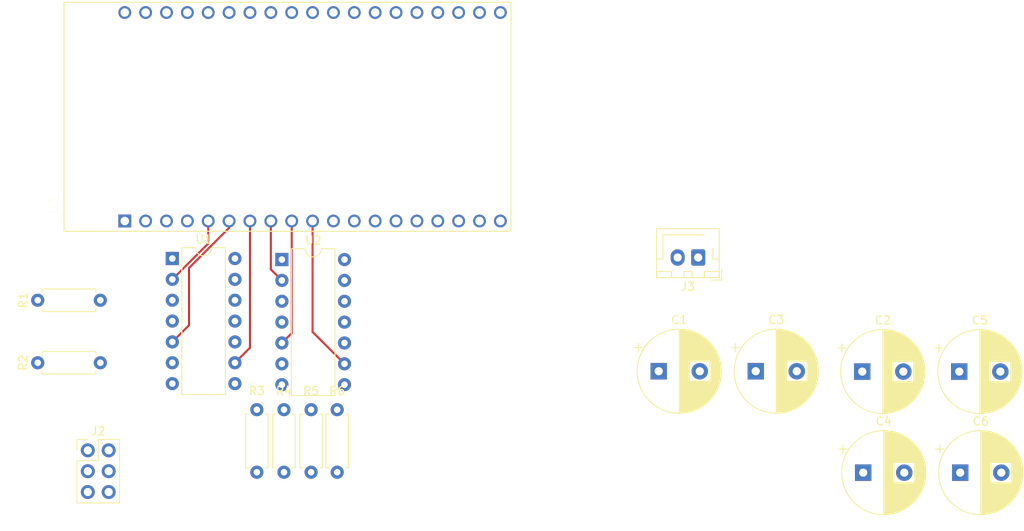
<source format=kicad_pcb>
(kicad_pcb (version 20171130) (host pcbnew 5.1.9)

  (general
    (thickness 1.6)
    (drawings 0)
    (tracks 14)
    (zones 0)
    (modules 17)
    (nets 51)
  )

  (page A4)
  (layers
    (0 F.Cu signal)
    (31 B.Cu signal)
    (32 B.Adhes user)
    (33 F.Adhes user)
    (34 B.Paste user)
    (35 F.Paste user)
    (36 B.SilkS user)
    (37 F.SilkS user)
    (38 B.Mask user)
    (39 F.Mask user)
    (40 Dwgs.User user)
    (41 Cmts.User user)
    (42 Eco1.User user)
    (43 Eco2.User user)
    (44 Edge.Cuts user)
    (45 Margin user)
    (46 B.CrtYd user)
    (47 F.CrtYd user)
    (48 B.Fab user)
    (49 F.Fab user)
  )

  (setup
    (last_trace_width 0.25)
    (trace_clearance 0.2)
    (zone_clearance 0.508)
    (zone_45_only no)
    (trace_min 0.2)
    (via_size 0.8)
    (via_drill 0.4)
    (via_min_size 0.4)
    (via_min_drill 0.3)
    (uvia_size 0.3)
    (uvia_drill 0.1)
    (uvias_allowed no)
    (uvia_min_size 0.2)
    (uvia_min_drill 0.1)
    (edge_width 0.05)
    (segment_width 0.2)
    (pcb_text_width 0.3)
    (pcb_text_size 1.5 1.5)
    (mod_edge_width 0.12)
    (mod_text_size 1 1)
    (mod_text_width 0.15)
    (pad_size 1.7 1.7)
    (pad_drill 1)
    (pad_to_mask_clearance 0)
    (aux_axis_origin 0 0)
    (visible_elements FFFFFF7F)
    (pcbplotparams
      (layerselection 0x010fc_ffffffff)
      (usegerberextensions false)
      (usegerberattributes true)
      (usegerberadvancedattributes true)
      (creategerberjobfile true)
      (excludeedgelayer true)
      (linewidth 0.100000)
      (plotframeref false)
      (viasonmask false)
      (mode 1)
      (useauxorigin false)
      (hpglpennumber 1)
      (hpglpenspeed 20)
      (hpglpendiameter 15.000000)
      (psnegative false)
      (psa4output false)
      (plotreference true)
      (plotvalue true)
      (plotinvisibletext false)
      (padsonsilk false)
      (subtractmaskfromsilk false)
      (outputformat 1)
      (mirror false)
      (drillshape 1)
      (scaleselection 1)
      (outputdirectory ""))
  )

  (net 0 "")
  (net 1 STRIP_2)
  (net 2 STRIP_1)
  (net 3 STRIP_3)
  (net 4 STRIP_4)
  (net 5 STRIP_5)
  (net 6 STRIP_6)
  (net 7 5V)
  (net 8 GND)
  (net 9 STRIP6_OUT)
  (net 10 STRIP5_OUT)
  (net 11 STRIP4_OUT)
  (net 12 STRIP3_OUT)
  (net 13 STRIP2_OUT)
  (net 14 STRIP1_OUT)
  (net 15 "Net-(R1-Pad1)")
  (net 16 "Net-(R2-Pad1)")
  (net 17 "Net-(R3-Pad1)")
  (net 18 "Net-(R4-Pad1)")
  (net 19 "Net-(R5-Pad1)")
  (net 20 "Net-(R6-Pad1)")
  (net 21 "Net-(U1-Pad11)")
  (net 22 "Net-(U2-Pad11)")
  (net 23 "Net-(U3-Pad38)")
  (net 24 "Net-(U3-Pad37)")
  (net 25 "Net-(U3-Pad36)")
  (net 26 "Net-(U3-Pad35)")
  (net 27 "Net-(U3-Pad34)")
  (net 28 "Net-(U3-Pad33)")
  (net 29 "Net-(U3-Pad32)")
  (net 30 "Net-(U3-Pad31)")
  (net 31 "Net-(U3-Pad30)")
  (net 32 "Net-(U3-Pad29)")
  (net 33 "Net-(U3-Pad28)")
  (net 34 "Net-(U3-Pad27)")
  (net 35 "Net-(U3-Pad25)")
  (net 36 "Net-(U3-Pad24)")
  (net 37 "Net-(U3-Pad23)")
  (net 38 "Net-(U3-Pad22)")
  (net 39 "Net-(U3-Pad21)")
  (net 40 "Net-(U3-Pad18)")
  (net 41 "Net-(U3-Pad17)")
  (net 42 "Net-(U3-Pad16)")
  (net 43 "Net-(U3-Pad15)")
  (net 44 "Net-(U3-Pad13)")
  (net 45 "Net-(U3-Pad12)")
  (net 46 "Net-(U3-Pad11)")
  (net 47 "Net-(U3-Pad4)")
  (net 48 "Net-(U3-Pad3)")
  (net 49 "Net-(U3-Pad2)")
  (net 50 "Net-(U3-Pad1)")

  (net_class Default "This is the default net class."
    (clearance 0.2)
    (trace_width 0.25)
    (via_dia 0.8)
    (via_drill 0.4)
    (uvia_dia 0.3)
    (uvia_drill 0.1)
    (add_net 5V)
    (add_net GND)
    (add_net "Net-(R1-Pad1)")
    (add_net "Net-(R2-Pad1)")
    (add_net "Net-(R3-Pad1)")
    (add_net "Net-(R4-Pad1)")
    (add_net "Net-(R5-Pad1)")
    (add_net "Net-(R6-Pad1)")
    (add_net "Net-(U1-Pad11)")
    (add_net "Net-(U2-Pad11)")
    (add_net "Net-(U3-Pad1)")
    (add_net "Net-(U3-Pad11)")
    (add_net "Net-(U3-Pad12)")
    (add_net "Net-(U3-Pad13)")
    (add_net "Net-(U3-Pad15)")
    (add_net "Net-(U3-Pad16)")
    (add_net "Net-(U3-Pad17)")
    (add_net "Net-(U3-Pad18)")
    (add_net "Net-(U3-Pad2)")
    (add_net "Net-(U3-Pad21)")
    (add_net "Net-(U3-Pad22)")
    (add_net "Net-(U3-Pad23)")
    (add_net "Net-(U3-Pad24)")
    (add_net "Net-(U3-Pad25)")
    (add_net "Net-(U3-Pad27)")
    (add_net "Net-(U3-Pad28)")
    (add_net "Net-(U3-Pad29)")
    (add_net "Net-(U3-Pad3)")
    (add_net "Net-(U3-Pad30)")
    (add_net "Net-(U3-Pad31)")
    (add_net "Net-(U3-Pad32)")
    (add_net "Net-(U3-Pad33)")
    (add_net "Net-(U3-Pad34)")
    (add_net "Net-(U3-Pad35)")
    (add_net "Net-(U3-Pad36)")
    (add_net "Net-(U3-Pad37)")
    (add_net "Net-(U3-Pad38)")
    (add_net "Net-(U3-Pad4)")
    (add_net STRIP1_OUT)
    (add_net STRIP2_OUT)
    (add_net STRIP3_OUT)
    (add_net STRIP4_OUT)
    (add_net STRIP5_OUT)
    (add_net STRIP6_OUT)
    (add_net STRIP_1)
    (add_net STRIP_2)
    (add_net STRIP_3)
    (add_net STRIP_4)
    (add_net STRIP_5)
    (add_net STRIP_6)
  )

  (module esp32-devkitC-footprint:MODULE_ESP32-DEVKITC-32D (layer F.Cu) (tedit 60567FCA) (tstamp 6056F483)
    (at 112.268 52.197 90)
    (path /6056A46C)
    (fp_text reference U3 (at -10.829175 -28.446045 90) (layer F.SilkS)
      (effects (font (size 1.000386 1.000386) (thickness 0.015)))
    )
    (fp_text value ESP32-DEVKITC-32D (at 1.24136 28.294535 90) (layer F.Fab)
      (effects (font (size 1.001047 1.001047) (thickness 0.015)))
    )
    (fp_line (start -13.95 -27.15) (end 13.95 -27.15) (layer F.Fab) (width 0.127))
    (fp_line (start 13.95 -27.15) (end 13.95 27.25) (layer F.Fab) (width 0.127))
    (fp_line (start 13.95 27.25) (end -13.95 27.25) (layer F.Fab) (width 0.127))
    (fp_line (start -13.95 27.25) (end -13.95 -27.15) (layer F.Fab) (width 0.127))
    (fp_line (start -13.95 27.25) (end -13.95 -27.15) (layer F.SilkS) (width 0.127))
    (fp_line (start -13.95 -27.15) (end 13.95 -27.15) (layer F.SilkS) (width 0.127))
    (fp_line (start 13.95 -27.15) (end 13.95 27.25) (layer F.SilkS) (width 0.127))
    (fp_line (start 13.95 27.25) (end -13.95 27.25) (layer F.SilkS) (width 0.127))
    (fp_line (start -14.2 -27.4) (end 14.2 -27.4) (layer F.CrtYd) (width 0.05))
    (fp_line (start 14.2 -27.4) (end 14.2 27.5) (layer F.CrtYd) (width 0.05))
    (fp_line (start 14.2 27.5) (end -14.2 27.5) (layer F.CrtYd) (width 0.05))
    (fp_line (start -14.2 27.5) (end -14.2 -27.4) (layer F.CrtYd) (width 0.05))
    (fp_circle (center -14.6 -19.9) (end -14.46 -19.9) (layer F.Fab) (width 0.28))
    (fp_circle (center -14.6 -19.9) (end -14.46 -19.9) (layer F.Fab) (width 0.28))
    (pad 38 thru_hole circle (at 12.7 25.96 90) (size 1.56 1.56) (drill 1.04) (layers *.Cu *.Mask)
      (net 23 "Net-(U3-Pad38)"))
    (pad 37 thru_hole circle (at 12.7 23.42 90) (size 1.56 1.56) (drill 1.04) (layers *.Cu *.Mask)
      (net 24 "Net-(U3-Pad37)"))
    (pad 36 thru_hole circle (at 12.7 20.88 90) (size 1.56 1.56) (drill 1.04) (layers *.Cu *.Mask)
      (net 25 "Net-(U3-Pad36)"))
    (pad 35 thru_hole circle (at 12.7 18.34 90) (size 1.56 1.56) (drill 1.04) (layers *.Cu *.Mask)
      (net 26 "Net-(U3-Pad35)"))
    (pad 34 thru_hole circle (at 12.7 15.8 90) (size 1.56 1.56) (drill 1.04) (layers *.Cu *.Mask)
      (net 27 "Net-(U3-Pad34)"))
    (pad 33 thru_hole circle (at 12.7 13.26 90) (size 1.56 1.56) (drill 1.04) (layers *.Cu *.Mask)
      (net 28 "Net-(U3-Pad33)"))
    (pad 32 thru_hole circle (at 12.7 10.72 90) (size 1.56 1.56) (drill 1.04) (layers *.Cu *.Mask)
      (net 29 "Net-(U3-Pad32)"))
    (pad 31 thru_hole circle (at 12.7 8.18 90) (size 1.56 1.56) (drill 1.04) (layers *.Cu *.Mask)
      (net 30 "Net-(U3-Pad31)"))
    (pad 30 thru_hole circle (at 12.7 5.64 90) (size 1.56 1.56) (drill 1.04) (layers *.Cu *.Mask)
      (net 31 "Net-(U3-Pad30)"))
    (pad 29 thru_hole circle (at 12.7 3.1 90) (size 1.56 1.56) (drill 1.04) (layers *.Cu *.Mask)
      (net 32 "Net-(U3-Pad29)"))
    (pad 28 thru_hole circle (at 12.7 0.56 90) (size 1.56 1.56) (drill 1.04) (layers *.Cu *.Mask)
      (net 33 "Net-(U3-Pad28)"))
    (pad 27 thru_hole circle (at 12.7 -1.98 90) (size 1.56 1.56) (drill 1.04) (layers *.Cu *.Mask)
      (net 34 "Net-(U3-Pad27)"))
    (pad 26 thru_hole circle (at 12.7 -4.52 90) (size 1.56 1.56) (drill 1.04) (layers *.Cu *.Mask)
      (net 8 GND))
    (pad 25 thru_hole circle (at 12.7 -7.06 90) (size 1.56 1.56) (drill 1.04) (layers *.Cu *.Mask)
      (net 35 "Net-(U3-Pad25)"))
    (pad 24 thru_hole circle (at 12.7 -9.6 90) (size 1.56 1.56) (drill 1.04) (layers *.Cu *.Mask)
      (net 36 "Net-(U3-Pad24)"))
    (pad 23 thru_hole circle (at 12.7 -12.14 90) (size 1.56 1.56) (drill 1.04) (layers *.Cu *.Mask)
      (net 37 "Net-(U3-Pad23)"))
    (pad 22 thru_hole circle (at 12.7 -14.68 90) (size 1.56 1.56) (drill 1.04) (layers *.Cu *.Mask)
      (net 38 "Net-(U3-Pad22)"))
    (pad 21 thru_hole circle (at 12.7 -17.22 90) (size 1.56 1.56) (drill 1.04) (layers *.Cu *.Mask)
      (net 39 "Net-(U3-Pad21)"))
    (pad 20 thru_hole circle (at 12.7 -19.76 90) (size 1.56 1.56) (drill 1.04) (layers *.Cu *.Mask)
      (net 8 GND))
    (pad 18 thru_hole circle (at -12.7 23.42 90) (size 1.56 1.56) (drill 1.04) (layers *.Cu *.Mask)
      (net 40 "Net-(U3-Pad18)"))
    (pad 17 thru_hole circle (at -12.7 20.88 90) (size 1.56 1.56) (drill 1.04) (layers *.Cu *.Mask)
      (net 41 "Net-(U3-Pad17)"))
    (pad 16 thru_hole circle (at -12.7 18.34 90) (size 1.56 1.56) (drill 1.04) (layers *.Cu *.Mask)
      (net 42 "Net-(U3-Pad16)"))
    (pad 15 thru_hole circle (at -12.7 15.8 90) (size 1.56 1.56) (drill 1.04) (layers *.Cu *.Mask)
      (net 43 "Net-(U3-Pad15)"))
    (pad 14 thru_hole circle (at -12.7 13.26 90) (size 1.56 1.56) (drill 1.04) (layers *.Cu *.Mask)
      (net 8 GND))
    (pad 13 thru_hole circle (at -12.7 10.72 90) (size 1.56 1.56) (drill 1.04) (layers *.Cu *.Mask)
      (net 44 "Net-(U3-Pad13)"))
    (pad 12 thru_hole circle (at -12.7 8.18 90) (size 1.56 1.56) (drill 1.04) (layers *.Cu *.Mask)
      (net 45 "Net-(U3-Pad12)"))
    (pad 11 thru_hole circle (at -12.7 5.64 90) (size 1.56 1.56) (drill 1.04) (layers *.Cu *.Mask)
      (net 46 "Net-(U3-Pad11)"))
    (pad 10 thru_hole circle (at -12.7 3.1 90) (size 1.56 1.56) (drill 1.04) (layers *.Cu *.Mask)
      (net 6 STRIP_6))
    (pad 9 thru_hole circle (at -12.7 0.56 90) (size 1.56 1.56) (drill 1.04) (layers *.Cu *.Mask)
      (net 5 STRIP_5))
    (pad 8 thru_hole circle (at -12.7 -1.98 90) (size 1.56 1.56) (drill 1.04) (layers *.Cu *.Mask)
      (net 4 STRIP_4))
    (pad 7 thru_hole circle (at -12.7 -4.52 90) (size 1.56 1.56) (drill 1.04) (layers *.Cu *.Mask)
      (net 3 STRIP_3))
    (pad 6 thru_hole circle (at -12.7 -7.06 90) (size 1.56 1.56) (drill 1.04) (layers *.Cu *.Mask)
      (net 1 STRIP_2))
    (pad 5 thru_hole circle (at -12.7 -9.6 90) (size 1.56 1.56) (drill 1.04) (layers *.Cu *.Mask)
      (net 2 STRIP_1))
    (pad 4 thru_hole circle (at -12.7 -12.14 90) (size 1.56 1.56) (drill 1.04) (layers *.Cu *.Mask)
      (net 47 "Net-(U3-Pad4)"))
    (pad 3 thru_hole circle (at -12.7 -14.68 90) (size 1.56 1.56) (drill 1.04) (layers *.Cu *.Mask)
      (net 48 "Net-(U3-Pad3)"))
    (pad 19 thru_hole circle (at -12.7 25.96 90) (size 1.56 1.56) (drill 1.04) (layers *.Cu *.Mask)
      (net 7 5V))
    (pad 2 thru_hole circle (at -12.7 -17.22 90) (size 1.56 1.56) (drill 1.04) (layers *.Cu *.Mask)
      (net 49 "Net-(U3-Pad2)"))
    (pad 1 thru_hole rect (at -12.7 -19.76 90) (size 1.56 1.56) (drill 1.04) (layers *.Cu *.Mask)
      (net 50 "Net-(U3-Pad1)"))
  )

  (module Resistor_THT:R_Axial_DIN0207_L6.3mm_D2.5mm_P7.62mm_Horizontal (layer F.Cu) (tedit 5AE5139B) (tstamp 605F1094)
    (at 89.535 82.169 180)
    (descr "Resistor, Axial_DIN0207 series, Axial, Horizontal, pin pitch=7.62mm, 0.25W = 1/4W, length*diameter=6.3*2.5mm^2, http://cdn-reichelt.de/documents/datenblatt/B400/1_4W%23YAG.pdf")
    (tags "Resistor Axial_DIN0207 series Axial Horizontal pin pitch 7.62mm 0.25W = 1/4W length 6.3mm diameter 2.5mm")
    (path /604647E3)
    (fp_text reference R2 (at 9.398 0 270) (layer F.SilkS)
      (effects (font (size 1 1) (thickness 0.15)))
    )
    (fp_text value R (at 3.81 2.37) (layer F.Fab)
      (effects (font (size 1 1) (thickness 0.15)))
    )
    (fp_line (start 8.67 -1.5) (end -1.05 -1.5) (layer F.CrtYd) (width 0.05))
    (fp_line (start 8.67 1.5) (end 8.67 -1.5) (layer F.CrtYd) (width 0.05))
    (fp_line (start -1.05 1.5) (end 8.67 1.5) (layer F.CrtYd) (width 0.05))
    (fp_line (start -1.05 -1.5) (end -1.05 1.5) (layer F.CrtYd) (width 0.05))
    (fp_line (start 7.08 1.37) (end 7.08 1.04) (layer F.SilkS) (width 0.12))
    (fp_line (start 0.54 1.37) (end 7.08 1.37) (layer F.SilkS) (width 0.12))
    (fp_line (start 0.54 1.04) (end 0.54 1.37) (layer F.SilkS) (width 0.12))
    (fp_line (start 7.08 -1.37) (end 7.08 -1.04) (layer F.SilkS) (width 0.12))
    (fp_line (start 0.54 -1.37) (end 7.08 -1.37) (layer F.SilkS) (width 0.12))
    (fp_line (start 0.54 -1.04) (end 0.54 -1.37) (layer F.SilkS) (width 0.12))
    (fp_line (start 7.62 0) (end 6.96 0) (layer F.Fab) (width 0.1))
    (fp_line (start 0 0) (end 0.66 0) (layer F.Fab) (width 0.1))
    (fp_line (start 6.96 -1.25) (end 0.66 -1.25) (layer F.Fab) (width 0.1))
    (fp_line (start 6.96 1.25) (end 6.96 -1.25) (layer F.Fab) (width 0.1))
    (fp_line (start 0.66 1.25) (end 6.96 1.25) (layer F.Fab) (width 0.1))
    (fp_line (start 0.66 -1.25) (end 0.66 1.25) (layer F.Fab) (width 0.1))
    (fp_text user %R (at 3.81 0) (layer F.Fab)
      (effects (font (size 1 1) (thickness 0.15)))
    )
    (pad 2 thru_hole oval (at 7.62 0 180) (size 1.6 1.6) (drill 0.8) (layers *.Cu *.Mask)
      (net 13 STRIP2_OUT))
    (pad 1 thru_hole circle (at 0 0 180) (size 1.6 1.6) (drill 0.8) (layers *.Cu *.Mask)
      (net 16 "Net-(R2-Pad1)"))
    (model ${KISYS3DMOD}/Resistor_THT.3dshapes/R_Axial_DIN0207_L6.3mm_D2.5mm_P7.62mm_Horizontal.wrl
      (at (xyz 0 0 0))
      (scale (xyz 1 1 1))
      (rotate (xyz 0 0 0))
    )
  )

  (module Package_DIP:DIP-14_W7.62mm (layer F.Cu) (tedit 5A02E8C5) (tstamp 604D78B9)
    (at 111.633 69.596)
    (descr "14-lead though-hole mounted DIP package, row spacing 7.62 mm (300 mils)")
    (tags "THT DIP DIL PDIP 2.54mm 7.62mm 300mil")
    (path /604DFC35)
    (fp_text reference U2 (at 3.81 -2.33) (layer F.SilkS)
      (effects (font (size 1 1) (thickness 0.15)))
    )
    (fp_text value 74HCT125 (at 3.81 17.57) (layer F.Fab)
      (effects (font (size 1 1) (thickness 0.15)))
    )
    (fp_line (start 8.7 -1.55) (end -1.1 -1.55) (layer F.CrtYd) (width 0.05))
    (fp_line (start 8.7 16.8) (end 8.7 -1.55) (layer F.CrtYd) (width 0.05))
    (fp_line (start -1.1 16.8) (end 8.7 16.8) (layer F.CrtYd) (width 0.05))
    (fp_line (start -1.1 -1.55) (end -1.1 16.8) (layer F.CrtYd) (width 0.05))
    (fp_line (start 6.46 -1.33) (end 4.81 -1.33) (layer F.SilkS) (width 0.12))
    (fp_line (start 6.46 16.57) (end 6.46 -1.33) (layer F.SilkS) (width 0.12))
    (fp_line (start 1.16 16.57) (end 6.46 16.57) (layer F.SilkS) (width 0.12))
    (fp_line (start 1.16 -1.33) (end 1.16 16.57) (layer F.SilkS) (width 0.12))
    (fp_line (start 2.81 -1.33) (end 1.16 -1.33) (layer F.SilkS) (width 0.12))
    (fp_line (start 0.635 -0.27) (end 1.635 -1.27) (layer F.Fab) (width 0.1))
    (fp_line (start 0.635 16.51) (end 0.635 -0.27) (layer F.Fab) (width 0.1))
    (fp_line (start 6.985 16.51) (end 0.635 16.51) (layer F.Fab) (width 0.1))
    (fp_line (start 6.985 -1.27) (end 6.985 16.51) (layer F.Fab) (width 0.1))
    (fp_line (start 1.635 -1.27) (end 6.985 -1.27) (layer F.Fab) (width 0.1))
    (fp_text user %R (at 3.81 7.62) (layer F.Fab)
      (effects (font (size 1 1) (thickness 0.15)))
    )
    (fp_arc (start 3.81 -1.33) (end 2.81 -1.33) (angle -180) (layer F.SilkS) (width 0.12))
    (pad 14 thru_hole oval (at 7.62 0) (size 1.6 1.6) (drill 0.8) (layers *.Cu *.Mask)
      (net 7 5V))
    (pad 7 thru_hole oval (at 0 15.24) (size 1.6 1.6) (drill 0.8) (layers *.Cu *.Mask)
      (net 8 GND))
    (pad 13 thru_hole oval (at 7.62 2.54) (size 1.6 1.6) (drill 0.8) (layers *.Cu *.Mask)
      (net 8 GND))
    (pad 6 thru_hole oval (at 0 12.7) (size 1.6 1.6) (drill 0.8) (layers *.Cu *.Mask)
      (net 19 "Net-(R5-Pad1)"))
    (pad 12 thru_hole oval (at 7.62 5.08) (size 1.6 1.6) (drill 0.8) (layers *.Cu *.Mask)
      (net 8 GND))
    (pad 5 thru_hole oval (at 0 10.16) (size 1.6 1.6) (drill 0.8) (layers *.Cu *.Mask)
      (net 5 STRIP_5))
    (pad 11 thru_hole oval (at 7.62 7.62) (size 1.6 1.6) (drill 0.8) (layers *.Cu *.Mask)
      (net 22 "Net-(U2-Pad11)"))
    (pad 4 thru_hole oval (at 0 7.62) (size 1.6 1.6) (drill 0.8) (layers *.Cu *.Mask)
      (net 8 GND))
    (pad 10 thru_hole oval (at 7.62 10.16) (size 1.6 1.6) (drill 0.8) (layers *.Cu *.Mask)
      (net 8 GND))
    (pad 3 thru_hole oval (at 0 5.08) (size 1.6 1.6) (drill 0.8) (layers *.Cu *.Mask)
      (net 18 "Net-(R4-Pad1)"))
    (pad 9 thru_hole oval (at 7.62 12.7) (size 1.6 1.6) (drill 0.8) (layers *.Cu *.Mask)
      (net 6 STRIP_6))
    (pad 2 thru_hole oval (at 0 2.54) (size 1.6 1.6) (drill 0.8) (layers *.Cu *.Mask)
      (net 4 STRIP_4))
    (pad 8 thru_hole oval (at 7.62 15.24) (size 1.6 1.6) (drill 0.8) (layers *.Cu *.Mask)
      (net 20 "Net-(R6-Pad1)"))
    (pad 1 thru_hole rect (at 0 0) (size 1.6 1.6) (drill 0.8) (layers *.Cu *.Mask)
      (net 8 GND))
    (model ${KISYS3DMOD}/Package_DIP.3dshapes/DIP-14_W7.62mm.wrl
      (at (xyz 0 0 0))
      (scale (xyz 1 1 1))
      (rotate (xyz 0 0 0))
    )
  )

  (module Package_DIP:DIP-14_W7.62mm (layer F.Cu) (tedit 5A02E8C5) (tstamp 604D7897)
    (at 98.298 69.469)
    (descr "14-lead though-hole mounted DIP package, row spacing 7.62 mm (300 mils)")
    (tags "THT DIP DIL PDIP 2.54mm 7.62mm 300mil")
    (path /604DB4A3)
    (fp_text reference U1 (at 3.81 -2.33) (layer F.SilkS)
      (effects (font (size 1 1) (thickness 0.15)))
    )
    (fp_text value 74HCT125 (at 3.81 17.57) (layer F.Fab)
      (effects (font (size 1 1) (thickness 0.15)))
    )
    (fp_line (start 8.7 -1.55) (end -1.1 -1.55) (layer F.CrtYd) (width 0.05))
    (fp_line (start 8.7 16.8) (end 8.7 -1.55) (layer F.CrtYd) (width 0.05))
    (fp_line (start -1.1 16.8) (end 8.7 16.8) (layer F.CrtYd) (width 0.05))
    (fp_line (start -1.1 -1.55) (end -1.1 16.8) (layer F.CrtYd) (width 0.05))
    (fp_line (start 6.46 -1.33) (end 4.81 -1.33) (layer F.SilkS) (width 0.12))
    (fp_line (start 6.46 16.57) (end 6.46 -1.33) (layer F.SilkS) (width 0.12))
    (fp_line (start 1.16 16.57) (end 6.46 16.57) (layer F.SilkS) (width 0.12))
    (fp_line (start 1.16 -1.33) (end 1.16 16.57) (layer F.SilkS) (width 0.12))
    (fp_line (start 2.81 -1.33) (end 1.16 -1.33) (layer F.SilkS) (width 0.12))
    (fp_line (start 0.635 -0.27) (end 1.635 -1.27) (layer F.Fab) (width 0.1))
    (fp_line (start 0.635 16.51) (end 0.635 -0.27) (layer F.Fab) (width 0.1))
    (fp_line (start 6.985 16.51) (end 0.635 16.51) (layer F.Fab) (width 0.1))
    (fp_line (start 6.985 -1.27) (end 6.985 16.51) (layer F.Fab) (width 0.1))
    (fp_line (start 1.635 -1.27) (end 6.985 -1.27) (layer F.Fab) (width 0.1))
    (fp_text user %R (at 3.81 7.62) (layer F.Fab)
      (effects (font (size 1 1) (thickness 0.15)))
    )
    (fp_arc (start 3.81 -1.33) (end 2.81 -1.33) (angle -180) (layer F.SilkS) (width 0.12))
    (pad 14 thru_hole oval (at 7.62 0) (size 1.6 1.6) (drill 0.8) (layers *.Cu *.Mask)
      (net 7 5V))
    (pad 7 thru_hole oval (at 0 15.24) (size 1.6 1.6) (drill 0.8) (layers *.Cu *.Mask)
      (net 8 GND))
    (pad 13 thru_hole oval (at 7.62 2.54) (size 1.6 1.6) (drill 0.8) (layers *.Cu *.Mask)
      (net 8 GND))
    (pad 6 thru_hole oval (at 0 12.7) (size 1.6 1.6) (drill 0.8) (layers *.Cu *.Mask)
      (net 16 "Net-(R2-Pad1)"))
    (pad 12 thru_hole oval (at 7.62 5.08) (size 1.6 1.6) (drill 0.8) (layers *.Cu *.Mask)
      (net 8 GND))
    (pad 5 thru_hole oval (at 0 10.16) (size 1.6 1.6) (drill 0.8) (layers *.Cu *.Mask)
      (net 1 STRIP_2))
    (pad 11 thru_hole oval (at 7.62 7.62) (size 1.6 1.6) (drill 0.8) (layers *.Cu *.Mask)
      (net 21 "Net-(U1-Pad11)"))
    (pad 4 thru_hole oval (at 0 7.62) (size 1.6 1.6) (drill 0.8) (layers *.Cu *.Mask)
      (net 8 GND))
    (pad 10 thru_hole oval (at 7.62 10.16) (size 1.6 1.6) (drill 0.8) (layers *.Cu *.Mask)
      (net 8 GND))
    (pad 3 thru_hole oval (at 0 5.08) (size 1.6 1.6) (drill 0.8) (layers *.Cu *.Mask)
      (net 15 "Net-(R1-Pad1)"))
    (pad 9 thru_hole oval (at 7.62 12.7) (size 1.6 1.6) (drill 0.8) (layers *.Cu *.Mask)
      (net 3 STRIP_3))
    (pad 2 thru_hole oval (at 0 2.54) (size 1.6 1.6) (drill 0.8) (layers *.Cu *.Mask)
      (net 2 STRIP_1))
    (pad 8 thru_hole oval (at 7.62 15.24) (size 1.6 1.6) (drill 0.8) (layers *.Cu *.Mask)
      (net 17 "Net-(R3-Pad1)"))
    (pad 1 thru_hole rect (at 0 0) (size 1.6 1.6) (drill 0.8) (layers *.Cu *.Mask)
      (net 8 GND))
    (model ${KISYS3DMOD}/Package_DIP.3dshapes/DIP-14_W7.62mm.wrl
      (at (xyz 0 0 0))
      (scale (xyz 1 1 1))
      (rotate (xyz 0 0 0))
    )
  )

  (module Connector_JST:JST_XH_B2B-XH-AM_1x02_P2.50mm_Vertical (layer F.Cu) (tedit 5C28146E) (tstamp 6064B955)
    (at 162.306 69.342 180)
    (descr "JST XH series connector, B2B-XH-AM, with boss (http://www.jst-mfg.com/product/pdf/eng/eXH.pdf), generated with kicad-footprint-generator")
    (tags "connector JST XH vertical boss")
    (path /60500BD4)
    (fp_text reference J3 (at 1.25 -3.55) (layer F.SilkS)
      (effects (font (size 1 1) (thickness 0.15)))
    )
    (fp_text value Conn_02x01 (at 1.25 4.6) (layer F.Fab)
      (effects (font (size 1 1) (thickness 0.15)))
    )
    (fp_line (start -2.45 -2.35) (end -2.45 3.4) (layer F.Fab) (width 0.1))
    (fp_line (start -2.45 3.4) (end 4.95 3.4) (layer F.Fab) (width 0.1))
    (fp_line (start 4.95 3.4) (end 4.95 -2.35) (layer F.Fab) (width 0.1))
    (fp_line (start 4.95 -2.35) (end -2.45 -2.35) (layer F.Fab) (width 0.1))
    (fp_line (start -2.56 -2.46) (end -2.56 3.51) (layer F.SilkS) (width 0.12))
    (fp_line (start -2.56 3.51) (end 5.06 3.51) (layer F.SilkS) (width 0.12))
    (fp_line (start 5.06 3.51) (end 5.06 -2.46) (layer F.SilkS) (width 0.12))
    (fp_line (start 5.06 -2.46) (end -2.56 -2.46) (layer F.SilkS) (width 0.12))
    (fp_line (start -2.95 -2.85) (end -2.95 3.9) (layer F.CrtYd) (width 0.05))
    (fp_line (start -2.95 3.9) (end 5.45 3.9) (layer F.CrtYd) (width 0.05))
    (fp_line (start 5.45 3.9) (end 5.45 -2.85) (layer F.CrtYd) (width 0.05))
    (fp_line (start 5.45 -2.85) (end -2.95 -2.85) (layer F.CrtYd) (width 0.05))
    (fp_line (start -0.625 -2.35) (end 0 -1.35) (layer F.Fab) (width 0.1))
    (fp_line (start 0 -1.35) (end 0.625 -2.35) (layer F.Fab) (width 0.1))
    (fp_line (start 0.75 -2.45) (end 0.75 -1.7) (layer F.SilkS) (width 0.12))
    (fp_line (start 0.75 -1.7) (end 1.75 -1.7) (layer F.SilkS) (width 0.12))
    (fp_line (start 1.75 -1.7) (end 1.75 -2.45) (layer F.SilkS) (width 0.12))
    (fp_line (start 1.75 -2.45) (end 0.75 -2.45) (layer F.SilkS) (width 0.12))
    (fp_line (start -2.55 -2.45) (end -2.55 -1.7) (layer F.SilkS) (width 0.12))
    (fp_line (start -2.55 -1.7) (end -0.75 -1.7) (layer F.SilkS) (width 0.12))
    (fp_line (start -0.75 -1.7) (end -0.75 -2.45) (layer F.SilkS) (width 0.12))
    (fp_line (start -0.75 -2.45) (end -2.55 -2.45) (layer F.SilkS) (width 0.12))
    (fp_line (start 3.25 -2.45) (end 3.25 -1.7) (layer F.SilkS) (width 0.12))
    (fp_line (start 3.25 -1.7) (end 5.05 -1.7) (layer F.SilkS) (width 0.12))
    (fp_line (start 5.05 -1.7) (end 5.05 -2.45) (layer F.SilkS) (width 0.12))
    (fp_line (start 5.05 -2.45) (end 3.25 -2.45) (layer F.SilkS) (width 0.12))
    (fp_line (start -2.55 -0.2) (end -1.8 -0.2) (layer F.SilkS) (width 0.12))
    (fp_line (start -1.8 -0.2) (end -1.8 1.14) (layer F.SilkS) (width 0.12))
    (fp_line (start 1.25 2.75) (end -0.74 2.75) (layer F.SilkS) (width 0.12))
    (fp_line (start 5.05 -0.2) (end 4.3 -0.2) (layer F.SilkS) (width 0.12))
    (fp_line (start 4.3 -0.2) (end 4.3 2.75) (layer F.SilkS) (width 0.12))
    (fp_line (start 4.3 2.75) (end 1.25 2.75) (layer F.SilkS) (width 0.12))
    (fp_line (start -1.6 -2.75) (end -2.85 -2.75) (layer F.SilkS) (width 0.12))
    (fp_line (start -2.85 -2.75) (end -2.85 -1.5) (layer F.SilkS) (width 0.12))
    (fp_text user %R (at 1.25 2.7) (layer F.Fab)
      (effects (font (size 1 1) (thickness 0.15)))
    )
    (pad "" np_thru_hole circle (at -1.6 2 180) (size 1.2 1.2) (drill 1.2) (layers *.Cu *.Mask))
    (pad 2 thru_hole oval (at 2.5 0 180) (size 1.7 2) (drill 1) (layers *.Cu *.Mask)
      (net 8 GND))
    (pad 1 thru_hole roundrect (at 0 0 180) (size 1.7 2) (drill 1) (layers *.Cu *.Mask) (roundrect_rratio 0.147059)
      (net 7 5V))
    (model ${KISYS3DMOD}/Connector_JST.3dshapes/JST_XH_B2B-XH-AM_1x02_P2.50mm_Vertical.wrl
      (at (xyz 0 0 0))
      (scale (xyz 1 1 1))
      (rotate (xyz 0 0 0))
    )
  )

  (module Capacitor_THT:CP_Radial_D10.0mm_P5.00mm (layer F.Cu) (tedit 5AE50EF1) (tstamp 604706CB)
    (at 194.196 95.556)
    (descr "CP, Radial series, Radial, pin pitch=5.00mm, , diameter=10mm, Electrolytic Capacitor")
    (tags "CP Radial series Radial pin pitch 5.00mm  diameter 10mm Electrolytic Capacitor")
    (path /6046D7CB)
    (fp_text reference C6 (at 2.5 -6.25) (layer F.SilkS)
      (effects (font (size 1 1) (thickness 0.15)))
    )
    (fp_text value C (at 2.5 6.25) (layer F.Fab)
      (effects (font (size 1 1) (thickness 0.15)))
    )
    (fp_circle (center 2.5 0) (end 7.5 0) (layer F.Fab) (width 0.1))
    (fp_circle (center 2.5 0) (end 7.62 0) (layer F.SilkS) (width 0.12))
    (fp_circle (center 2.5 0) (end 7.75 0) (layer F.CrtYd) (width 0.05))
    (fp_line (start -1.788861 -2.1875) (end -0.788861 -2.1875) (layer F.Fab) (width 0.1))
    (fp_line (start -1.288861 -2.6875) (end -1.288861 -1.6875) (layer F.Fab) (width 0.1))
    (fp_line (start 2.5 -5.08) (end 2.5 5.08) (layer F.SilkS) (width 0.12))
    (fp_line (start 2.54 -5.08) (end 2.54 5.08) (layer F.SilkS) (width 0.12))
    (fp_line (start 2.58 -5.08) (end 2.58 5.08) (layer F.SilkS) (width 0.12))
    (fp_line (start 2.62 -5.079) (end 2.62 5.079) (layer F.SilkS) (width 0.12))
    (fp_line (start 2.66 -5.078) (end 2.66 5.078) (layer F.SilkS) (width 0.12))
    (fp_line (start 2.7 -5.077) (end 2.7 5.077) (layer F.SilkS) (width 0.12))
    (fp_line (start 2.74 -5.075) (end 2.74 5.075) (layer F.SilkS) (width 0.12))
    (fp_line (start 2.78 -5.073) (end 2.78 5.073) (layer F.SilkS) (width 0.12))
    (fp_line (start 2.82 -5.07) (end 2.82 5.07) (layer F.SilkS) (width 0.12))
    (fp_line (start 2.86 -5.068) (end 2.86 5.068) (layer F.SilkS) (width 0.12))
    (fp_line (start 2.9 -5.065) (end 2.9 5.065) (layer F.SilkS) (width 0.12))
    (fp_line (start 2.94 -5.062) (end 2.94 5.062) (layer F.SilkS) (width 0.12))
    (fp_line (start 2.98 -5.058) (end 2.98 5.058) (layer F.SilkS) (width 0.12))
    (fp_line (start 3.02 -5.054) (end 3.02 5.054) (layer F.SilkS) (width 0.12))
    (fp_line (start 3.06 -5.05) (end 3.06 5.05) (layer F.SilkS) (width 0.12))
    (fp_line (start 3.1 -5.045) (end 3.1 5.045) (layer F.SilkS) (width 0.12))
    (fp_line (start 3.14 -5.04) (end 3.14 5.04) (layer F.SilkS) (width 0.12))
    (fp_line (start 3.18 -5.035) (end 3.18 5.035) (layer F.SilkS) (width 0.12))
    (fp_line (start 3.221 -5.03) (end 3.221 5.03) (layer F.SilkS) (width 0.12))
    (fp_line (start 3.261 -5.024) (end 3.261 5.024) (layer F.SilkS) (width 0.12))
    (fp_line (start 3.301 -5.018) (end 3.301 5.018) (layer F.SilkS) (width 0.12))
    (fp_line (start 3.341 -5.011) (end 3.341 5.011) (layer F.SilkS) (width 0.12))
    (fp_line (start 3.381 -5.004) (end 3.381 5.004) (layer F.SilkS) (width 0.12))
    (fp_line (start 3.421 -4.997) (end 3.421 4.997) (layer F.SilkS) (width 0.12))
    (fp_line (start 3.461 -4.99) (end 3.461 4.99) (layer F.SilkS) (width 0.12))
    (fp_line (start 3.501 -4.982) (end 3.501 4.982) (layer F.SilkS) (width 0.12))
    (fp_line (start 3.541 -4.974) (end 3.541 4.974) (layer F.SilkS) (width 0.12))
    (fp_line (start 3.581 -4.965) (end 3.581 4.965) (layer F.SilkS) (width 0.12))
    (fp_line (start 3.621 -4.956) (end 3.621 4.956) (layer F.SilkS) (width 0.12))
    (fp_line (start 3.661 -4.947) (end 3.661 4.947) (layer F.SilkS) (width 0.12))
    (fp_line (start 3.701 -4.938) (end 3.701 4.938) (layer F.SilkS) (width 0.12))
    (fp_line (start 3.741 -4.928) (end 3.741 4.928) (layer F.SilkS) (width 0.12))
    (fp_line (start 3.781 -4.918) (end 3.781 -1.241) (layer F.SilkS) (width 0.12))
    (fp_line (start 3.781 1.241) (end 3.781 4.918) (layer F.SilkS) (width 0.12))
    (fp_line (start 3.821 -4.907) (end 3.821 -1.241) (layer F.SilkS) (width 0.12))
    (fp_line (start 3.821 1.241) (end 3.821 4.907) (layer F.SilkS) (width 0.12))
    (fp_line (start 3.861 -4.897) (end 3.861 -1.241) (layer F.SilkS) (width 0.12))
    (fp_line (start 3.861 1.241) (end 3.861 4.897) (layer F.SilkS) (width 0.12))
    (fp_line (start 3.901 -4.885) (end 3.901 -1.241) (layer F.SilkS) (width 0.12))
    (fp_line (start 3.901 1.241) (end 3.901 4.885) (layer F.SilkS) (width 0.12))
    (fp_line (start 3.941 -4.874) (end 3.941 -1.241) (layer F.SilkS) (width 0.12))
    (fp_line (start 3.941 1.241) (end 3.941 4.874) (layer F.SilkS) (width 0.12))
    (fp_line (start 3.981 -4.862) (end 3.981 -1.241) (layer F.SilkS) (width 0.12))
    (fp_line (start 3.981 1.241) (end 3.981 4.862) (layer F.SilkS) (width 0.12))
    (fp_line (start 4.021 -4.85) (end 4.021 -1.241) (layer F.SilkS) (width 0.12))
    (fp_line (start 4.021 1.241) (end 4.021 4.85) (layer F.SilkS) (width 0.12))
    (fp_line (start 4.061 -4.837) (end 4.061 -1.241) (layer F.SilkS) (width 0.12))
    (fp_line (start 4.061 1.241) (end 4.061 4.837) (layer F.SilkS) (width 0.12))
    (fp_line (start 4.101 -4.824) (end 4.101 -1.241) (layer F.SilkS) (width 0.12))
    (fp_line (start 4.101 1.241) (end 4.101 4.824) (layer F.SilkS) (width 0.12))
    (fp_line (start 4.141 -4.811) (end 4.141 -1.241) (layer F.SilkS) (width 0.12))
    (fp_line (start 4.141 1.241) (end 4.141 4.811) (layer F.SilkS) (width 0.12))
    (fp_line (start 4.181 -4.797) (end 4.181 -1.241) (layer F.SilkS) (width 0.12))
    (fp_line (start 4.181 1.241) (end 4.181 4.797) (layer F.SilkS) (width 0.12))
    (fp_line (start 4.221 -4.783) (end 4.221 -1.241) (layer F.SilkS) (width 0.12))
    (fp_line (start 4.221 1.241) (end 4.221 4.783) (layer F.SilkS) (width 0.12))
    (fp_line (start 4.261 -4.768) (end 4.261 -1.241) (layer F.SilkS) (width 0.12))
    (fp_line (start 4.261 1.241) (end 4.261 4.768) (layer F.SilkS) (width 0.12))
    (fp_line (start 4.301 -4.754) (end 4.301 -1.241) (layer F.SilkS) (width 0.12))
    (fp_line (start 4.301 1.241) (end 4.301 4.754) (layer F.SilkS) (width 0.12))
    (fp_line (start 4.341 -4.738) (end 4.341 -1.241) (layer F.SilkS) (width 0.12))
    (fp_line (start 4.341 1.241) (end 4.341 4.738) (layer F.SilkS) (width 0.12))
    (fp_line (start 4.381 -4.723) (end 4.381 -1.241) (layer F.SilkS) (width 0.12))
    (fp_line (start 4.381 1.241) (end 4.381 4.723) (layer F.SilkS) (width 0.12))
    (fp_line (start 4.421 -4.707) (end 4.421 -1.241) (layer F.SilkS) (width 0.12))
    (fp_line (start 4.421 1.241) (end 4.421 4.707) (layer F.SilkS) (width 0.12))
    (fp_line (start 4.461 -4.69) (end 4.461 -1.241) (layer F.SilkS) (width 0.12))
    (fp_line (start 4.461 1.241) (end 4.461 4.69) (layer F.SilkS) (width 0.12))
    (fp_line (start 4.501 -4.674) (end 4.501 -1.241) (layer F.SilkS) (width 0.12))
    (fp_line (start 4.501 1.241) (end 4.501 4.674) (layer F.SilkS) (width 0.12))
    (fp_line (start 4.541 -4.657) (end 4.541 -1.241) (layer F.SilkS) (width 0.12))
    (fp_line (start 4.541 1.241) (end 4.541 4.657) (layer F.SilkS) (width 0.12))
    (fp_line (start 4.581 -4.639) (end 4.581 -1.241) (layer F.SilkS) (width 0.12))
    (fp_line (start 4.581 1.241) (end 4.581 4.639) (layer F.SilkS) (width 0.12))
    (fp_line (start 4.621 -4.621) (end 4.621 -1.241) (layer F.SilkS) (width 0.12))
    (fp_line (start 4.621 1.241) (end 4.621 4.621) (layer F.SilkS) (width 0.12))
    (fp_line (start 4.661 -4.603) (end 4.661 -1.241) (layer F.SilkS) (width 0.12))
    (fp_line (start 4.661 1.241) (end 4.661 4.603) (layer F.SilkS) (width 0.12))
    (fp_line (start 4.701 -4.584) (end 4.701 -1.241) (layer F.SilkS) (width 0.12))
    (fp_line (start 4.701 1.241) (end 4.701 4.584) (layer F.SilkS) (width 0.12))
    (fp_line (start 4.741 -4.564) (end 4.741 -1.241) (layer F.SilkS) (width 0.12))
    (fp_line (start 4.741 1.241) (end 4.741 4.564) (layer F.SilkS) (width 0.12))
    (fp_line (start 4.781 -4.545) (end 4.781 -1.241) (layer F.SilkS) (width 0.12))
    (fp_line (start 4.781 1.241) (end 4.781 4.545) (layer F.SilkS) (width 0.12))
    (fp_line (start 4.821 -4.525) (end 4.821 -1.241) (layer F.SilkS) (width 0.12))
    (fp_line (start 4.821 1.241) (end 4.821 4.525) (layer F.SilkS) (width 0.12))
    (fp_line (start 4.861 -4.504) (end 4.861 -1.241) (layer F.SilkS) (width 0.12))
    (fp_line (start 4.861 1.241) (end 4.861 4.504) (layer F.SilkS) (width 0.12))
    (fp_line (start 4.901 -4.483) (end 4.901 -1.241) (layer F.SilkS) (width 0.12))
    (fp_line (start 4.901 1.241) (end 4.901 4.483) (layer F.SilkS) (width 0.12))
    (fp_line (start 4.941 -4.462) (end 4.941 -1.241) (layer F.SilkS) (width 0.12))
    (fp_line (start 4.941 1.241) (end 4.941 4.462) (layer F.SilkS) (width 0.12))
    (fp_line (start 4.981 -4.44) (end 4.981 -1.241) (layer F.SilkS) (width 0.12))
    (fp_line (start 4.981 1.241) (end 4.981 4.44) (layer F.SilkS) (width 0.12))
    (fp_line (start 5.021 -4.417) (end 5.021 -1.241) (layer F.SilkS) (width 0.12))
    (fp_line (start 5.021 1.241) (end 5.021 4.417) (layer F.SilkS) (width 0.12))
    (fp_line (start 5.061 -4.395) (end 5.061 -1.241) (layer F.SilkS) (width 0.12))
    (fp_line (start 5.061 1.241) (end 5.061 4.395) (layer F.SilkS) (width 0.12))
    (fp_line (start 5.101 -4.371) (end 5.101 -1.241) (layer F.SilkS) (width 0.12))
    (fp_line (start 5.101 1.241) (end 5.101 4.371) (layer F.SilkS) (width 0.12))
    (fp_line (start 5.141 -4.347) (end 5.141 -1.241) (layer F.SilkS) (width 0.12))
    (fp_line (start 5.141 1.241) (end 5.141 4.347) (layer F.SilkS) (width 0.12))
    (fp_line (start 5.181 -4.323) (end 5.181 -1.241) (layer F.SilkS) (width 0.12))
    (fp_line (start 5.181 1.241) (end 5.181 4.323) (layer F.SilkS) (width 0.12))
    (fp_line (start 5.221 -4.298) (end 5.221 -1.241) (layer F.SilkS) (width 0.12))
    (fp_line (start 5.221 1.241) (end 5.221 4.298) (layer F.SilkS) (width 0.12))
    (fp_line (start 5.261 -4.273) (end 5.261 -1.241) (layer F.SilkS) (width 0.12))
    (fp_line (start 5.261 1.241) (end 5.261 4.273) (layer F.SilkS) (width 0.12))
    (fp_line (start 5.301 -4.247) (end 5.301 -1.241) (layer F.SilkS) (width 0.12))
    (fp_line (start 5.301 1.241) (end 5.301 4.247) (layer F.SilkS) (width 0.12))
    (fp_line (start 5.341 -4.221) (end 5.341 -1.241) (layer F.SilkS) (width 0.12))
    (fp_line (start 5.341 1.241) (end 5.341 4.221) (layer F.SilkS) (width 0.12))
    (fp_line (start 5.381 -4.194) (end 5.381 -1.241) (layer F.SilkS) (width 0.12))
    (fp_line (start 5.381 1.241) (end 5.381 4.194) (layer F.SilkS) (width 0.12))
    (fp_line (start 5.421 -4.166) (end 5.421 -1.241) (layer F.SilkS) (width 0.12))
    (fp_line (start 5.421 1.241) (end 5.421 4.166) (layer F.SilkS) (width 0.12))
    (fp_line (start 5.461 -4.138) (end 5.461 -1.241) (layer F.SilkS) (width 0.12))
    (fp_line (start 5.461 1.241) (end 5.461 4.138) (layer F.SilkS) (width 0.12))
    (fp_line (start 5.501 -4.11) (end 5.501 -1.241) (layer F.SilkS) (width 0.12))
    (fp_line (start 5.501 1.241) (end 5.501 4.11) (layer F.SilkS) (width 0.12))
    (fp_line (start 5.541 -4.08) (end 5.541 -1.241) (layer F.SilkS) (width 0.12))
    (fp_line (start 5.541 1.241) (end 5.541 4.08) (layer F.SilkS) (width 0.12))
    (fp_line (start 5.581 -4.05) (end 5.581 -1.241) (layer F.SilkS) (width 0.12))
    (fp_line (start 5.581 1.241) (end 5.581 4.05) (layer F.SilkS) (width 0.12))
    (fp_line (start 5.621 -4.02) (end 5.621 -1.241) (layer F.SilkS) (width 0.12))
    (fp_line (start 5.621 1.241) (end 5.621 4.02) (layer F.SilkS) (width 0.12))
    (fp_line (start 5.661 -3.989) (end 5.661 -1.241) (layer F.SilkS) (width 0.12))
    (fp_line (start 5.661 1.241) (end 5.661 3.989) (layer F.SilkS) (width 0.12))
    (fp_line (start 5.701 -3.957) (end 5.701 -1.241) (layer F.SilkS) (width 0.12))
    (fp_line (start 5.701 1.241) (end 5.701 3.957) (layer F.SilkS) (width 0.12))
    (fp_line (start 5.741 -3.925) (end 5.741 -1.241) (layer F.SilkS) (width 0.12))
    (fp_line (start 5.741 1.241) (end 5.741 3.925) (layer F.SilkS) (width 0.12))
    (fp_line (start 5.781 -3.892) (end 5.781 -1.241) (layer F.SilkS) (width 0.12))
    (fp_line (start 5.781 1.241) (end 5.781 3.892) (layer F.SilkS) (width 0.12))
    (fp_line (start 5.821 -3.858) (end 5.821 -1.241) (layer F.SilkS) (width 0.12))
    (fp_line (start 5.821 1.241) (end 5.821 3.858) (layer F.SilkS) (width 0.12))
    (fp_line (start 5.861 -3.824) (end 5.861 -1.241) (layer F.SilkS) (width 0.12))
    (fp_line (start 5.861 1.241) (end 5.861 3.824) (layer F.SilkS) (width 0.12))
    (fp_line (start 5.901 -3.789) (end 5.901 -1.241) (layer F.SilkS) (width 0.12))
    (fp_line (start 5.901 1.241) (end 5.901 3.789) (layer F.SilkS) (width 0.12))
    (fp_line (start 5.941 -3.753) (end 5.941 -1.241) (layer F.SilkS) (width 0.12))
    (fp_line (start 5.941 1.241) (end 5.941 3.753) (layer F.SilkS) (width 0.12))
    (fp_line (start 5.981 -3.716) (end 5.981 -1.241) (layer F.SilkS) (width 0.12))
    (fp_line (start 5.981 1.241) (end 5.981 3.716) (layer F.SilkS) (width 0.12))
    (fp_line (start 6.021 -3.679) (end 6.021 -1.241) (layer F.SilkS) (width 0.12))
    (fp_line (start 6.021 1.241) (end 6.021 3.679) (layer F.SilkS) (width 0.12))
    (fp_line (start 6.061 -3.64) (end 6.061 -1.241) (layer F.SilkS) (width 0.12))
    (fp_line (start 6.061 1.241) (end 6.061 3.64) (layer F.SilkS) (width 0.12))
    (fp_line (start 6.101 -3.601) (end 6.101 -1.241) (layer F.SilkS) (width 0.12))
    (fp_line (start 6.101 1.241) (end 6.101 3.601) (layer F.SilkS) (width 0.12))
    (fp_line (start 6.141 -3.561) (end 6.141 -1.241) (layer F.SilkS) (width 0.12))
    (fp_line (start 6.141 1.241) (end 6.141 3.561) (layer F.SilkS) (width 0.12))
    (fp_line (start 6.181 -3.52) (end 6.181 -1.241) (layer F.SilkS) (width 0.12))
    (fp_line (start 6.181 1.241) (end 6.181 3.52) (layer F.SilkS) (width 0.12))
    (fp_line (start 6.221 -3.478) (end 6.221 -1.241) (layer F.SilkS) (width 0.12))
    (fp_line (start 6.221 1.241) (end 6.221 3.478) (layer F.SilkS) (width 0.12))
    (fp_line (start 6.261 -3.436) (end 6.261 3.436) (layer F.SilkS) (width 0.12))
    (fp_line (start 6.301 -3.392) (end 6.301 3.392) (layer F.SilkS) (width 0.12))
    (fp_line (start 6.341 -3.347) (end 6.341 3.347) (layer F.SilkS) (width 0.12))
    (fp_line (start 6.381 -3.301) (end 6.381 3.301) (layer F.SilkS) (width 0.12))
    (fp_line (start 6.421 -3.254) (end 6.421 3.254) (layer F.SilkS) (width 0.12))
    (fp_line (start 6.461 -3.206) (end 6.461 3.206) (layer F.SilkS) (width 0.12))
    (fp_line (start 6.501 -3.156) (end 6.501 3.156) (layer F.SilkS) (width 0.12))
    (fp_line (start 6.541 -3.106) (end 6.541 3.106) (layer F.SilkS) (width 0.12))
    (fp_line (start 6.581 -3.054) (end 6.581 3.054) (layer F.SilkS) (width 0.12))
    (fp_line (start 6.621 -3) (end 6.621 3) (layer F.SilkS) (width 0.12))
    (fp_line (start 6.661 -2.945) (end 6.661 2.945) (layer F.SilkS) (width 0.12))
    (fp_line (start 6.701 -2.889) (end 6.701 2.889) (layer F.SilkS) (width 0.12))
    (fp_line (start 6.741 -2.83) (end 6.741 2.83) (layer F.SilkS) (width 0.12))
    (fp_line (start 6.781 -2.77) (end 6.781 2.77) (layer F.SilkS) (width 0.12))
    (fp_line (start 6.821 -2.709) (end 6.821 2.709) (layer F.SilkS) (width 0.12))
    (fp_line (start 6.861 -2.645) (end 6.861 2.645) (layer F.SilkS) (width 0.12))
    (fp_line (start 6.901 -2.579) (end 6.901 2.579) (layer F.SilkS) (width 0.12))
    (fp_line (start 6.941 -2.51) (end 6.941 2.51) (layer F.SilkS) (width 0.12))
    (fp_line (start 6.981 -2.439) (end 6.981 2.439) (layer F.SilkS) (width 0.12))
    (fp_line (start 7.021 -2.365) (end 7.021 2.365) (layer F.SilkS) (width 0.12))
    (fp_line (start 7.061 -2.289) (end 7.061 2.289) (layer F.SilkS) (width 0.12))
    (fp_line (start 7.101 -2.209) (end 7.101 2.209) (layer F.SilkS) (width 0.12))
    (fp_line (start 7.141 -2.125) (end 7.141 2.125) (layer F.SilkS) (width 0.12))
    (fp_line (start 7.181 -2.037) (end 7.181 2.037) (layer F.SilkS) (width 0.12))
    (fp_line (start 7.221 -1.944) (end 7.221 1.944) (layer F.SilkS) (width 0.12))
    (fp_line (start 7.261 -1.846) (end 7.261 1.846) (layer F.SilkS) (width 0.12))
    (fp_line (start 7.301 -1.742) (end 7.301 1.742) (layer F.SilkS) (width 0.12))
    (fp_line (start 7.341 -1.63) (end 7.341 1.63) (layer F.SilkS) (width 0.12))
    (fp_line (start 7.381 -1.51) (end 7.381 1.51) (layer F.SilkS) (width 0.12))
    (fp_line (start 7.421 -1.378) (end 7.421 1.378) (layer F.SilkS) (width 0.12))
    (fp_line (start 7.461 -1.23) (end 7.461 1.23) (layer F.SilkS) (width 0.12))
    (fp_line (start 7.501 -1.062) (end 7.501 1.062) (layer F.SilkS) (width 0.12))
    (fp_line (start 7.541 -0.862) (end 7.541 0.862) (layer F.SilkS) (width 0.12))
    (fp_line (start 7.581 -0.599) (end 7.581 0.599) (layer F.SilkS) (width 0.12))
    (fp_line (start -2.979646 -2.875) (end -1.979646 -2.875) (layer F.SilkS) (width 0.12))
    (fp_line (start -2.479646 -3.375) (end -2.479646 -2.375) (layer F.SilkS) (width 0.12))
    (fp_text user %R (at 2.5 0) (layer F.Fab)
      (effects (font (size 1 1) (thickness 0.15)))
    )
    (pad 2 thru_hole circle (at 5 0) (size 2 2) (drill 1) (layers *.Cu *.Mask)
      (net 7 5V))
    (pad 1 thru_hole rect (at 0 0) (size 2 2) (drill 1) (layers *.Cu *.Mask)
      (net 8 GND))
    (model ${KISYS3DMOD}/Capacitor_THT.3dshapes/CP_Radial_D10.0mm_P5.00mm.wrl
      (at (xyz 0 0 0))
      (scale (xyz 1 1 1))
      (rotate (xyz 0 0 0))
    )
  )

  (module Capacitor_THT:CP_Radial_D10.0mm_P5.00mm (layer F.Cu) (tedit 5AE50EF1) (tstamp 60470601)
    (at 194.084 83.244)
    (descr "CP, Radial series, Radial, pin pitch=5.00mm, , diameter=10mm, Electrolytic Capacitor")
    (tags "CP Radial series Radial pin pitch 5.00mm  diameter 10mm Electrolytic Capacitor")
    (path /6046D7C1)
    (fp_text reference C5 (at 2.5 -6.25) (layer F.SilkS)
      (effects (font (size 1 1) (thickness 0.15)))
    )
    (fp_text value C (at 2.5 6.25) (layer F.Fab)
      (effects (font (size 1 1) (thickness 0.15)))
    )
    (fp_circle (center 2.5 0) (end 7.5 0) (layer F.Fab) (width 0.1))
    (fp_circle (center 2.5 0) (end 7.62 0) (layer F.SilkS) (width 0.12))
    (fp_circle (center 2.5 0) (end 7.75 0) (layer F.CrtYd) (width 0.05))
    (fp_line (start -1.788861 -2.1875) (end -0.788861 -2.1875) (layer F.Fab) (width 0.1))
    (fp_line (start -1.288861 -2.6875) (end -1.288861 -1.6875) (layer F.Fab) (width 0.1))
    (fp_line (start 2.5 -5.08) (end 2.5 5.08) (layer F.SilkS) (width 0.12))
    (fp_line (start 2.54 -5.08) (end 2.54 5.08) (layer F.SilkS) (width 0.12))
    (fp_line (start 2.58 -5.08) (end 2.58 5.08) (layer F.SilkS) (width 0.12))
    (fp_line (start 2.62 -5.079) (end 2.62 5.079) (layer F.SilkS) (width 0.12))
    (fp_line (start 2.66 -5.078) (end 2.66 5.078) (layer F.SilkS) (width 0.12))
    (fp_line (start 2.7 -5.077) (end 2.7 5.077) (layer F.SilkS) (width 0.12))
    (fp_line (start 2.74 -5.075) (end 2.74 5.075) (layer F.SilkS) (width 0.12))
    (fp_line (start 2.78 -5.073) (end 2.78 5.073) (layer F.SilkS) (width 0.12))
    (fp_line (start 2.82 -5.07) (end 2.82 5.07) (layer F.SilkS) (width 0.12))
    (fp_line (start 2.86 -5.068) (end 2.86 5.068) (layer F.SilkS) (width 0.12))
    (fp_line (start 2.9 -5.065) (end 2.9 5.065) (layer F.SilkS) (width 0.12))
    (fp_line (start 2.94 -5.062) (end 2.94 5.062) (layer F.SilkS) (width 0.12))
    (fp_line (start 2.98 -5.058) (end 2.98 5.058) (layer F.SilkS) (width 0.12))
    (fp_line (start 3.02 -5.054) (end 3.02 5.054) (layer F.SilkS) (width 0.12))
    (fp_line (start 3.06 -5.05) (end 3.06 5.05) (layer F.SilkS) (width 0.12))
    (fp_line (start 3.1 -5.045) (end 3.1 5.045) (layer F.SilkS) (width 0.12))
    (fp_line (start 3.14 -5.04) (end 3.14 5.04) (layer F.SilkS) (width 0.12))
    (fp_line (start 3.18 -5.035) (end 3.18 5.035) (layer F.SilkS) (width 0.12))
    (fp_line (start 3.221 -5.03) (end 3.221 5.03) (layer F.SilkS) (width 0.12))
    (fp_line (start 3.261 -5.024) (end 3.261 5.024) (layer F.SilkS) (width 0.12))
    (fp_line (start 3.301 -5.018) (end 3.301 5.018) (layer F.SilkS) (width 0.12))
    (fp_line (start 3.341 -5.011) (end 3.341 5.011) (layer F.SilkS) (width 0.12))
    (fp_line (start 3.381 -5.004) (end 3.381 5.004) (layer F.SilkS) (width 0.12))
    (fp_line (start 3.421 -4.997) (end 3.421 4.997) (layer F.SilkS) (width 0.12))
    (fp_line (start 3.461 -4.99) (end 3.461 4.99) (layer F.SilkS) (width 0.12))
    (fp_line (start 3.501 -4.982) (end 3.501 4.982) (layer F.SilkS) (width 0.12))
    (fp_line (start 3.541 -4.974) (end 3.541 4.974) (layer F.SilkS) (width 0.12))
    (fp_line (start 3.581 -4.965) (end 3.581 4.965) (layer F.SilkS) (width 0.12))
    (fp_line (start 3.621 -4.956) (end 3.621 4.956) (layer F.SilkS) (width 0.12))
    (fp_line (start 3.661 -4.947) (end 3.661 4.947) (layer F.SilkS) (width 0.12))
    (fp_line (start 3.701 -4.938) (end 3.701 4.938) (layer F.SilkS) (width 0.12))
    (fp_line (start 3.741 -4.928) (end 3.741 4.928) (layer F.SilkS) (width 0.12))
    (fp_line (start 3.781 -4.918) (end 3.781 -1.241) (layer F.SilkS) (width 0.12))
    (fp_line (start 3.781 1.241) (end 3.781 4.918) (layer F.SilkS) (width 0.12))
    (fp_line (start 3.821 -4.907) (end 3.821 -1.241) (layer F.SilkS) (width 0.12))
    (fp_line (start 3.821 1.241) (end 3.821 4.907) (layer F.SilkS) (width 0.12))
    (fp_line (start 3.861 -4.897) (end 3.861 -1.241) (layer F.SilkS) (width 0.12))
    (fp_line (start 3.861 1.241) (end 3.861 4.897) (layer F.SilkS) (width 0.12))
    (fp_line (start 3.901 -4.885) (end 3.901 -1.241) (layer F.SilkS) (width 0.12))
    (fp_line (start 3.901 1.241) (end 3.901 4.885) (layer F.SilkS) (width 0.12))
    (fp_line (start 3.941 -4.874) (end 3.941 -1.241) (layer F.SilkS) (width 0.12))
    (fp_line (start 3.941 1.241) (end 3.941 4.874) (layer F.SilkS) (width 0.12))
    (fp_line (start 3.981 -4.862) (end 3.981 -1.241) (layer F.SilkS) (width 0.12))
    (fp_line (start 3.981 1.241) (end 3.981 4.862) (layer F.SilkS) (width 0.12))
    (fp_line (start 4.021 -4.85) (end 4.021 -1.241) (layer F.SilkS) (width 0.12))
    (fp_line (start 4.021 1.241) (end 4.021 4.85) (layer F.SilkS) (width 0.12))
    (fp_line (start 4.061 -4.837) (end 4.061 -1.241) (layer F.SilkS) (width 0.12))
    (fp_line (start 4.061 1.241) (end 4.061 4.837) (layer F.SilkS) (width 0.12))
    (fp_line (start 4.101 -4.824) (end 4.101 -1.241) (layer F.SilkS) (width 0.12))
    (fp_line (start 4.101 1.241) (end 4.101 4.824) (layer F.SilkS) (width 0.12))
    (fp_line (start 4.141 -4.811) (end 4.141 -1.241) (layer F.SilkS) (width 0.12))
    (fp_line (start 4.141 1.241) (end 4.141 4.811) (layer F.SilkS) (width 0.12))
    (fp_line (start 4.181 -4.797) (end 4.181 -1.241) (layer F.SilkS) (width 0.12))
    (fp_line (start 4.181 1.241) (end 4.181 4.797) (layer F.SilkS) (width 0.12))
    (fp_line (start 4.221 -4.783) (end 4.221 -1.241) (layer F.SilkS) (width 0.12))
    (fp_line (start 4.221 1.241) (end 4.221 4.783) (layer F.SilkS) (width 0.12))
    (fp_line (start 4.261 -4.768) (end 4.261 -1.241) (layer F.SilkS) (width 0.12))
    (fp_line (start 4.261 1.241) (end 4.261 4.768) (layer F.SilkS) (width 0.12))
    (fp_line (start 4.301 -4.754) (end 4.301 -1.241) (layer F.SilkS) (width 0.12))
    (fp_line (start 4.301 1.241) (end 4.301 4.754) (layer F.SilkS) (width 0.12))
    (fp_line (start 4.341 -4.738) (end 4.341 -1.241) (layer F.SilkS) (width 0.12))
    (fp_line (start 4.341 1.241) (end 4.341 4.738) (layer F.SilkS) (width 0.12))
    (fp_line (start 4.381 -4.723) (end 4.381 -1.241) (layer F.SilkS) (width 0.12))
    (fp_line (start 4.381 1.241) (end 4.381 4.723) (layer F.SilkS) (width 0.12))
    (fp_line (start 4.421 -4.707) (end 4.421 -1.241) (layer F.SilkS) (width 0.12))
    (fp_line (start 4.421 1.241) (end 4.421 4.707) (layer F.SilkS) (width 0.12))
    (fp_line (start 4.461 -4.69) (end 4.461 -1.241) (layer F.SilkS) (width 0.12))
    (fp_line (start 4.461 1.241) (end 4.461 4.69) (layer F.SilkS) (width 0.12))
    (fp_line (start 4.501 -4.674) (end 4.501 -1.241) (layer F.SilkS) (width 0.12))
    (fp_line (start 4.501 1.241) (end 4.501 4.674) (layer F.SilkS) (width 0.12))
    (fp_line (start 4.541 -4.657) (end 4.541 -1.241) (layer F.SilkS) (width 0.12))
    (fp_line (start 4.541 1.241) (end 4.541 4.657) (layer F.SilkS) (width 0.12))
    (fp_line (start 4.581 -4.639) (end 4.581 -1.241) (layer F.SilkS) (width 0.12))
    (fp_line (start 4.581 1.241) (end 4.581 4.639) (layer F.SilkS) (width 0.12))
    (fp_line (start 4.621 -4.621) (end 4.621 -1.241) (layer F.SilkS) (width 0.12))
    (fp_line (start 4.621 1.241) (end 4.621 4.621) (layer F.SilkS) (width 0.12))
    (fp_line (start 4.661 -4.603) (end 4.661 -1.241) (layer F.SilkS) (width 0.12))
    (fp_line (start 4.661 1.241) (end 4.661 4.603) (layer F.SilkS) (width 0.12))
    (fp_line (start 4.701 -4.584) (end 4.701 -1.241) (layer F.SilkS) (width 0.12))
    (fp_line (start 4.701 1.241) (end 4.701 4.584) (layer F.SilkS) (width 0.12))
    (fp_line (start 4.741 -4.564) (end 4.741 -1.241) (layer F.SilkS) (width 0.12))
    (fp_line (start 4.741 1.241) (end 4.741 4.564) (layer F.SilkS) (width 0.12))
    (fp_line (start 4.781 -4.545) (end 4.781 -1.241) (layer F.SilkS) (width 0.12))
    (fp_line (start 4.781 1.241) (end 4.781 4.545) (layer F.SilkS) (width 0.12))
    (fp_line (start 4.821 -4.525) (end 4.821 -1.241) (layer F.SilkS) (width 0.12))
    (fp_line (start 4.821 1.241) (end 4.821 4.525) (layer F.SilkS) (width 0.12))
    (fp_line (start 4.861 -4.504) (end 4.861 -1.241) (layer F.SilkS) (width 0.12))
    (fp_line (start 4.861 1.241) (end 4.861 4.504) (layer F.SilkS) (width 0.12))
    (fp_line (start 4.901 -4.483) (end 4.901 -1.241) (layer F.SilkS) (width 0.12))
    (fp_line (start 4.901 1.241) (end 4.901 4.483) (layer F.SilkS) (width 0.12))
    (fp_line (start 4.941 -4.462) (end 4.941 -1.241) (layer F.SilkS) (width 0.12))
    (fp_line (start 4.941 1.241) (end 4.941 4.462) (layer F.SilkS) (width 0.12))
    (fp_line (start 4.981 -4.44) (end 4.981 -1.241) (layer F.SilkS) (width 0.12))
    (fp_line (start 4.981 1.241) (end 4.981 4.44) (layer F.SilkS) (width 0.12))
    (fp_line (start 5.021 -4.417) (end 5.021 -1.241) (layer F.SilkS) (width 0.12))
    (fp_line (start 5.021 1.241) (end 5.021 4.417) (layer F.SilkS) (width 0.12))
    (fp_line (start 5.061 -4.395) (end 5.061 -1.241) (layer F.SilkS) (width 0.12))
    (fp_line (start 5.061 1.241) (end 5.061 4.395) (layer F.SilkS) (width 0.12))
    (fp_line (start 5.101 -4.371) (end 5.101 -1.241) (layer F.SilkS) (width 0.12))
    (fp_line (start 5.101 1.241) (end 5.101 4.371) (layer F.SilkS) (width 0.12))
    (fp_line (start 5.141 -4.347) (end 5.141 -1.241) (layer F.SilkS) (width 0.12))
    (fp_line (start 5.141 1.241) (end 5.141 4.347) (layer F.SilkS) (width 0.12))
    (fp_line (start 5.181 -4.323) (end 5.181 -1.241) (layer F.SilkS) (width 0.12))
    (fp_line (start 5.181 1.241) (end 5.181 4.323) (layer F.SilkS) (width 0.12))
    (fp_line (start 5.221 -4.298) (end 5.221 -1.241) (layer F.SilkS) (width 0.12))
    (fp_line (start 5.221 1.241) (end 5.221 4.298) (layer F.SilkS) (width 0.12))
    (fp_line (start 5.261 -4.273) (end 5.261 -1.241) (layer F.SilkS) (width 0.12))
    (fp_line (start 5.261 1.241) (end 5.261 4.273) (layer F.SilkS) (width 0.12))
    (fp_line (start 5.301 -4.247) (end 5.301 -1.241) (layer F.SilkS) (width 0.12))
    (fp_line (start 5.301 1.241) (end 5.301 4.247) (layer F.SilkS) (width 0.12))
    (fp_line (start 5.341 -4.221) (end 5.341 -1.241) (layer F.SilkS) (width 0.12))
    (fp_line (start 5.341 1.241) (end 5.341 4.221) (layer F.SilkS) (width 0.12))
    (fp_line (start 5.381 -4.194) (end 5.381 -1.241) (layer F.SilkS) (width 0.12))
    (fp_line (start 5.381 1.241) (end 5.381 4.194) (layer F.SilkS) (width 0.12))
    (fp_line (start 5.421 -4.166) (end 5.421 -1.241) (layer F.SilkS) (width 0.12))
    (fp_line (start 5.421 1.241) (end 5.421 4.166) (layer F.SilkS) (width 0.12))
    (fp_line (start 5.461 -4.138) (end 5.461 -1.241) (layer F.SilkS) (width 0.12))
    (fp_line (start 5.461 1.241) (end 5.461 4.138) (layer F.SilkS) (width 0.12))
    (fp_line (start 5.501 -4.11) (end 5.501 -1.241) (layer F.SilkS) (width 0.12))
    (fp_line (start 5.501 1.241) (end 5.501 4.11) (layer F.SilkS) (width 0.12))
    (fp_line (start 5.541 -4.08) (end 5.541 -1.241) (layer F.SilkS) (width 0.12))
    (fp_line (start 5.541 1.241) (end 5.541 4.08) (layer F.SilkS) (width 0.12))
    (fp_line (start 5.581 -4.05) (end 5.581 -1.241) (layer F.SilkS) (width 0.12))
    (fp_line (start 5.581 1.241) (end 5.581 4.05) (layer F.SilkS) (width 0.12))
    (fp_line (start 5.621 -4.02) (end 5.621 -1.241) (layer F.SilkS) (width 0.12))
    (fp_line (start 5.621 1.241) (end 5.621 4.02) (layer F.SilkS) (width 0.12))
    (fp_line (start 5.661 -3.989) (end 5.661 -1.241) (layer F.SilkS) (width 0.12))
    (fp_line (start 5.661 1.241) (end 5.661 3.989) (layer F.SilkS) (width 0.12))
    (fp_line (start 5.701 -3.957) (end 5.701 -1.241) (layer F.SilkS) (width 0.12))
    (fp_line (start 5.701 1.241) (end 5.701 3.957) (layer F.SilkS) (width 0.12))
    (fp_line (start 5.741 -3.925) (end 5.741 -1.241) (layer F.SilkS) (width 0.12))
    (fp_line (start 5.741 1.241) (end 5.741 3.925) (layer F.SilkS) (width 0.12))
    (fp_line (start 5.781 -3.892) (end 5.781 -1.241) (layer F.SilkS) (width 0.12))
    (fp_line (start 5.781 1.241) (end 5.781 3.892) (layer F.SilkS) (width 0.12))
    (fp_line (start 5.821 -3.858) (end 5.821 -1.241) (layer F.SilkS) (width 0.12))
    (fp_line (start 5.821 1.241) (end 5.821 3.858) (layer F.SilkS) (width 0.12))
    (fp_line (start 5.861 -3.824) (end 5.861 -1.241) (layer F.SilkS) (width 0.12))
    (fp_line (start 5.861 1.241) (end 5.861 3.824) (layer F.SilkS) (width 0.12))
    (fp_line (start 5.901 -3.789) (end 5.901 -1.241) (layer F.SilkS) (width 0.12))
    (fp_line (start 5.901 1.241) (end 5.901 3.789) (layer F.SilkS) (width 0.12))
    (fp_line (start 5.941 -3.753) (end 5.941 -1.241) (layer F.SilkS) (width 0.12))
    (fp_line (start 5.941 1.241) (end 5.941 3.753) (layer F.SilkS) (width 0.12))
    (fp_line (start 5.981 -3.716) (end 5.981 -1.241) (layer F.SilkS) (width 0.12))
    (fp_line (start 5.981 1.241) (end 5.981 3.716) (layer F.SilkS) (width 0.12))
    (fp_line (start 6.021 -3.679) (end 6.021 -1.241) (layer F.SilkS) (width 0.12))
    (fp_line (start 6.021 1.241) (end 6.021 3.679) (layer F.SilkS) (width 0.12))
    (fp_line (start 6.061 -3.64) (end 6.061 -1.241) (layer F.SilkS) (width 0.12))
    (fp_line (start 6.061 1.241) (end 6.061 3.64) (layer F.SilkS) (width 0.12))
    (fp_line (start 6.101 -3.601) (end 6.101 -1.241) (layer F.SilkS) (width 0.12))
    (fp_line (start 6.101 1.241) (end 6.101 3.601) (layer F.SilkS) (width 0.12))
    (fp_line (start 6.141 -3.561) (end 6.141 -1.241) (layer F.SilkS) (width 0.12))
    (fp_line (start 6.141 1.241) (end 6.141 3.561) (layer F.SilkS) (width 0.12))
    (fp_line (start 6.181 -3.52) (end 6.181 -1.241) (layer F.SilkS) (width 0.12))
    (fp_line (start 6.181 1.241) (end 6.181 3.52) (layer F.SilkS) (width 0.12))
    (fp_line (start 6.221 -3.478) (end 6.221 -1.241) (layer F.SilkS) (width 0.12))
    (fp_line (start 6.221 1.241) (end 6.221 3.478) (layer F.SilkS) (width 0.12))
    (fp_line (start 6.261 -3.436) (end 6.261 3.436) (layer F.SilkS) (width 0.12))
    (fp_line (start 6.301 -3.392) (end 6.301 3.392) (layer F.SilkS) (width 0.12))
    (fp_line (start 6.341 -3.347) (end 6.341 3.347) (layer F.SilkS) (width 0.12))
    (fp_line (start 6.381 -3.301) (end 6.381 3.301) (layer F.SilkS) (width 0.12))
    (fp_line (start 6.421 -3.254) (end 6.421 3.254) (layer F.SilkS) (width 0.12))
    (fp_line (start 6.461 -3.206) (end 6.461 3.206) (layer F.SilkS) (width 0.12))
    (fp_line (start 6.501 -3.156) (end 6.501 3.156) (layer F.SilkS) (width 0.12))
    (fp_line (start 6.541 -3.106) (end 6.541 3.106) (layer F.SilkS) (width 0.12))
    (fp_line (start 6.581 -3.054) (end 6.581 3.054) (layer F.SilkS) (width 0.12))
    (fp_line (start 6.621 -3) (end 6.621 3) (layer F.SilkS) (width 0.12))
    (fp_line (start 6.661 -2.945) (end 6.661 2.945) (layer F.SilkS) (width 0.12))
    (fp_line (start 6.701 -2.889) (end 6.701 2.889) (layer F.SilkS) (width 0.12))
    (fp_line (start 6.741 -2.83) (end 6.741 2.83) (layer F.SilkS) (width 0.12))
    (fp_line (start 6.781 -2.77) (end 6.781 2.77) (layer F.SilkS) (width 0.12))
    (fp_line (start 6.821 -2.709) (end 6.821 2.709) (layer F.SilkS) (width 0.12))
    (fp_line (start 6.861 -2.645) (end 6.861 2.645) (layer F.SilkS) (width 0.12))
    (fp_line (start 6.901 -2.579) (end 6.901 2.579) (layer F.SilkS) (width 0.12))
    (fp_line (start 6.941 -2.51) (end 6.941 2.51) (layer F.SilkS) (width 0.12))
    (fp_line (start 6.981 -2.439) (end 6.981 2.439) (layer F.SilkS) (width 0.12))
    (fp_line (start 7.021 -2.365) (end 7.021 2.365) (layer F.SilkS) (width 0.12))
    (fp_line (start 7.061 -2.289) (end 7.061 2.289) (layer F.SilkS) (width 0.12))
    (fp_line (start 7.101 -2.209) (end 7.101 2.209) (layer F.SilkS) (width 0.12))
    (fp_line (start 7.141 -2.125) (end 7.141 2.125) (layer F.SilkS) (width 0.12))
    (fp_line (start 7.181 -2.037) (end 7.181 2.037) (layer F.SilkS) (width 0.12))
    (fp_line (start 7.221 -1.944) (end 7.221 1.944) (layer F.SilkS) (width 0.12))
    (fp_line (start 7.261 -1.846) (end 7.261 1.846) (layer F.SilkS) (width 0.12))
    (fp_line (start 7.301 -1.742) (end 7.301 1.742) (layer F.SilkS) (width 0.12))
    (fp_line (start 7.341 -1.63) (end 7.341 1.63) (layer F.SilkS) (width 0.12))
    (fp_line (start 7.381 -1.51) (end 7.381 1.51) (layer F.SilkS) (width 0.12))
    (fp_line (start 7.421 -1.378) (end 7.421 1.378) (layer F.SilkS) (width 0.12))
    (fp_line (start 7.461 -1.23) (end 7.461 1.23) (layer F.SilkS) (width 0.12))
    (fp_line (start 7.501 -1.062) (end 7.501 1.062) (layer F.SilkS) (width 0.12))
    (fp_line (start 7.541 -0.862) (end 7.541 0.862) (layer F.SilkS) (width 0.12))
    (fp_line (start 7.581 -0.599) (end 7.581 0.599) (layer F.SilkS) (width 0.12))
    (fp_line (start -2.979646 -2.875) (end -1.979646 -2.875) (layer F.SilkS) (width 0.12))
    (fp_line (start -2.479646 -3.375) (end -2.479646 -2.375) (layer F.SilkS) (width 0.12))
    (fp_text user %R (at 2.5 0) (layer F.Fab)
      (effects (font (size 1 1) (thickness 0.15)))
    )
    (pad 2 thru_hole circle (at 5 0) (size 2 2) (drill 1) (layers *.Cu *.Mask)
      (net 7 5V))
    (pad 1 thru_hole rect (at 0 0) (size 2 2) (drill 1) (layers *.Cu *.Mask)
      (net 8 GND))
    (model ${KISYS3DMOD}/Capacitor_THT.3dshapes/CP_Radial_D10.0mm_P5.00mm.wrl
      (at (xyz 0 0 0))
      (scale (xyz 1 1 1))
      (rotate (xyz 0 0 0))
    )
  )

  (module Capacitor_THT:CP_Radial_D10.0mm_P5.00mm (layer F.Cu) (tedit 5AE50EF1) (tstamp 60470537)
    (at 182.386 95.556)
    (descr "CP, Radial series, Radial, pin pitch=5.00mm, , diameter=10mm, Electrolytic Capacitor")
    (tags "CP Radial series Radial pin pitch 5.00mm  diameter 10mm Electrolytic Capacitor")
    (path /6046D6A5)
    (fp_text reference C4 (at 2.5 -6.25) (layer F.SilkS)
      (effects (font (size 1 1) (thickness 0.15)))
    )
    (fp_text value C (at 2.5 6.25) (layer F.Fab)
      (effects (font (size 1 1) (thickness 0.15)))
    )
    (fp_circle (center 2.5 0) (end 7.5 0) (layer F.Fab) (width 0.1))
    (fp_circle (center 2.5 0) (end 7.62 0) (layer F.SilkS) (width 0.12))
    (fp_circle (center 2.5 0) (end 7.75 0) (layer F.CrtYd) (width 0.05))
    (fp_line (start -1.788861 -2.1875) (end -0.788861 -2.1875) (layer F.Fab) (width 0.1))
    (fp_line (start -1.288861 -2.6875) (end -1.288861 -1.6875) (layer F.Fab) (width 0.1))
    (fp_line (start 2.5 -5.08) (end 2.5 5.08) (layer F.SilkS) (width 0.12))
    (fp_line (start 2.54 -5.08) (end 2.54 5.08) (layer F.SilkS) (width 0.12))
    (fp_line (start 2.58 -5.08) (end 2.58 5.08) (layer F.SilkS) (width 0.12))
    (fp_line (start 2.62 -5.079) (end 2.62 5.079) (layer F.SilkS) (width 0.12))
    (fp_line (start 2.66 -5.078) (end 2.66 5.078) (layer F.SilkS) (width 0.12))
    (fp_line (start 2.7 -5.077) (end 2.7 5.077) (layer F.SilkS) (width 0.12))
    (fp_line (start 2.74 -5.075) (end 2.74 5.075) (layer F.SilkS) (width 0.12))
    (fp_line (start 2.78 -5.073) (end 2.78 5.073) (layer F.SilkS) (width 0.12))
    (fp_line (start 2.82 -5.07) (end 2.82 5.07) (layer F.SilkS) (width 0.12))
    (fp_line (start 2.86 -5.068) (end 2.86 5.068) (layer F.SilkS) (width 0.12))
    (fp_line (start 2.9 -5.065) (end 2.9 5.065) (layer F.SilkS) (width 0.12))
    (fp_line (start 2.94 -5.062) (end 2.94 5.062) (layer F.SilkS) (width 0.12))
    (fp_line (start 2.98 -5.058) (end 2.98 5.058) (layer F.SilkS) (width 0.12))
    (fp_line (start 3.02 -5.054) (end 3.02 5.054) (layer F.SilkS) (width 0.12))
    (fp_line (start 3.06 -5.05) (end 3.06 5.05) (layer F.SilkS) (width 0.12))
    (fp_line (start 3.1 -5.045) (end 3.1 5.045) (layer F.SilkS) (width 0.12))
    (fp_line (start 3.14 -5.04) (end 3.14 5.04) (layer F.SilkS) (width 0.12))
    (fp_line (start 3.18 -5.035) (end 3.18 5.035) (layer F.SilkS) (width 0.12))
    (fp_line (start 3.221 -5.03) (end 3.221 5.03) (layer F.SilkS) (width 0.12))
    (fp_line (start 3.261 -5.024) (end 3.261 5.024) (layer F.SilkS) (width 0.12))
    (fp_line (start 3.301 -5.018) (end 3.301 5.018) (layer F.SilkS) (width 0.12))
    (fp_line (start 3.341 -5.011) (end 3.341 5.011) (layer F.SilkS) (width 0.12))
    (fp_line (start 3.381 -5.004) (end 3.381 5.004) (layer F.SilkS) (width 0.12))
    (fp_line (start 3.421 -4.997) (end 3.421 4.997) (layer F.SilkS) (width 0.12))
    (fp_line (start 3.461 -4.99) (end 3.461 4.99) (layer F.SilkS) (width 0.12))
    (fp_line (start 3.501 -4.982) (end 3.501 4.982) (layer F.SilkS) (width 0.12))
    (fp_line (start 3.541 -4.974) (end 3.541 4.974) (layer F.SilkS) (width 0.12))
    (fp_line (start 3.581 -4.965) (end 3.581 4.965) (layer F.SilkS) (width 0.12))
    (fp_line (start 3.621 -4.956) (end 3.621 4.956) (layer F.SilkS) (width 0.12))
    (fp_line (start 3.661 -4.947) (end 3.661 4.947) (layer F.SilkS) (width 0.12))
    (fp_line (start 3.701 -4.938) (end 3.701 4.938) (layer F.SilkS) (width 0.12))
    (fp_line (start 3.741 -4.928) (end 3.741 4.928) (layer F.SilkS) (width 0.12))
    (fp_line (start 3.781 -4.918) (end 3.781 -1.241) (layer F.SilkS) (width 0.12))
    (fp_line (start 3.781 1.241) (end 3.781 4.918) (layer F.SilkS) (width 0.12))
    (fp_line (start 3.821 -4.907) (end 3.821 -1.241) (layer F.SilkS) (width 0.12))
    (fp_line (start 3.821 1.241) (end 3.821 4.907) (layer F.SilkS) (width 0.12))
    (fp_line (start 3.861 -4.897) (end 3.861 -1.241) (layer F.SilkS) (width 0.12))
    (fp_line (start 3.861 1.241) (end 3.861 4.897) (layer F.SilkS) (width 0.12))
    (fp_line (start 3.901 -4.885) (end 3.901 -1.241) (layer F.SilkS) (width 0.12))
    (fp_line (start 3.901 1.241) (end 3.901 4.885) (layer F.SilkS) (width 0.12))
    (fp_line (start 3.941 -4.874) (end 3.941 -1.241) (layer F.SilkS) (width 0.12))
    (fp_line (start 3.941 1.241) (end 3.941 4.874) (layer F.SilkS) (width 0.12))
    (fp_line (start 3.981 -4.862) (end 3.981 -1.241) (layer F.SilkS) (width 0.12))
    (fp_line (start 3.981 1.241) (end 3.981 4.862) (layer F.SilkS) (width 0.12))
    (fp_line (start 4.021 -4.85) (end 4.021 -1.241) (layer F.SilkS) (width 0.12))
    (fp_line (start 4.021 1.241) (end 4.021 4.85) (layer F.SilkS) (width 0.12))
    (fp_line (start 4.061 -4.837) (end 4.061 -1.241) (layer F.SilkS) (width 0.12))
    (fp_line (start 4.061 1.241) (end 4.061 4.837) (layer F.SilkS) (width 0.12))
    (fp_line (start 4.101 -4.824) (end 4.101 -1.241) (layer F.SilkS) (width 0.12))
    (fp_line (start 4.101 1.241) (end 4.101 4.824) (layer F.SilkS) (width 0.12))
    (fp_line (start 4.141 -4.811) (end 4.141 -1.241) (layer F.SilkS) (width 0.12))
    (fp_line (start 4.141 1.241) (end 4.141 4.811) (layer F.SilkS) (width 0.12))
    (fp_line (start 4.181 -4.797) (end 4.181 -1.241) (layer F.SilkS) (width 0.12))
    (fp_line (start 4.181 1.241) (end 4.181 4.797) (layer F.SilkS) (width 0.12))
    (fp_line (start 4.221 -4.783) (end 4.221 -1.241) (layer F.SilkS) (width 0.12))
    (fp_line (start 4.221 1.241) (end 4.221 4.783) (layer F.SilkS) (width 0.12))
    (fp_line (start 4.261 -4.768) (end 4.261 -1.241) (layer F.SilkS) (width 0.12))
    (fp_line (start 4.261 1.241) (end 4.261 4.768) (layer F.SilkS) (width 0.12))
    (fp_line (start 4.301 -4.754) (end 4.301 -1.241) (layer F.SilkS) (width 0.12))
    (fp_line (start 4.301 1.241) (end 4.301 4.754) (layer F.SilkS) (width 0.12))
    (fp_line (start 4.341 -4.738) (end 4.341 -1.241) (layer F.SilkS) (width 0.12))
    (fp_line (start 4.341 1.241) (end 4.341 4.738) (layer F.SilkS) (width 0.12))
    (fp_line (start 4.381 -4.723) (end 4.381 -1.241) (layer F.SilkS) (width 0.12))
    (fp_line (start 4.381 1.241) (end 4.381 4.723) (layer F.SilkS) (width 0.12))
    (fp_line (start 4.421 -4.707) (end 4.421 -1.241) (layer F.SilkS) (width 0.12))
    (fp_line (start 4.421 1.241) (end 4.421 4.707) (layer F.SilkS) (width 0.12))
    (fp_line (start 4.461 -4.69) (end 4.461 -1.241) (layer F.SilkS) (width 0.12))
    (fp_line (start 4.461 1.241) (end 4.461 4.69) (layer F.SilkS) (width 0.12))
    (fp_line (start 4.501 -4.674) (end 4.501 -1.241) (layer F.SilkS) (width 0.12))
    (fp_line (start 4.501 1.241) (end 4.501 4.674) (layer F.SilkS) (width 0.12))
    (fp_line (start 4.541 -4.657) (end 4.541 -1.241) (layer F.SilkS) (width 0.12))
    (fp_line (start 4.541 1.241) (end 4.541 4.657) (layer F.SilkS) (width 0.12))
    (fp_line (start 4.581 -4.639) (end 4.581 -1.241) (layer F.SilkS) (width 0.12))
    (fp_line (start 4.581 1.241) (end 4.581 4.639) (layer F.SilkS) (width 0.12))
    (fp_line (start 4.621 -4.621) (end 4.621 -1.241) (layer F.SilkS) (width 0.12))
    (fp_line (start 4.621 1.241) (end 4.621 4.621) (layer F.SilkS) (width 0.12))
    (fp_line (start 4.661 -4.603) (end 4.661 -1.241) (layer F.SilkS) (width 0.12))
    (fp_line (start 4.661 1.241) (end 4.661 4.603) (layer F.SilkS) (width 0.12))
    (fp_line (start 4.701 -4.584) (end 4.701 -1.241) (layer F.SilkS) (width 0.12))
    (fp_line (start 4.701 1.241) (end 4.701 4.584) (layer F.SilkS) (width 0.12))
    (fp_line (start 4.741 -4.564) (end 4.741 -1.241) (layer F.SilkS) (width 0.12))
    (fp_line (start 4.741 1.241) (end 4.741 4.564) (layer F.SilkS) (width 0.12))
    (fp_line (start 4.781 -4.545) (end 4.781 -1.241) (layer F.SilkS) (width 0.12))
    (fp_line (start 4.781 1.241) (end 4.781 4.545) (layer F.SilkS) (width 0.12))
    (fp_line (start 4.821 -4.525) (end 4.821 -1.241) (layer F.SilkS) (width 0.12))
    (fp_line (start 4.821 1.241) (end 4.821 4.525) (layer F.SilkS) (width 0.12))
    (fp_line (start 4.861 -4.504) (end 4.861 -1.241) (layer F.SilkS) (width 0.12))
    (fp_line (start 4.861 1.241) (end 4.861 4.504) (layer F.SilkS) (width 0.12))
    (fp_line (start 4.901 -4.483) (end 4.901 -1.241) (layer F.SilkS) (width 0.12))
    (fp_line (start 4.901 1.241) (end 4.901 4.483) (layer F.SilkS) (width 0.12))
    (fp_line (start 4.941 -4.462) (end 4.941 -1.241) (layer F.SilkS) (width 0.12))
    (fp_line (start 4.941 1.241) (end 4.941 4.462) (layer F.SilkS) (width 0.12))
    (fp_line (start 4.981 -4.44) (end 4.981 -1.241) (layer F.SilkS) (width 0.12))
    (fp_line (start 4.981 1.241) (end 4.981 4.44) (layer F.SilkS) (width 0.12))
    (fp_line (start 5.021 -4.417) (end 5.021 -1.241) (layer F.SilkS) (width 0.12))
    (fp_line (start 5.021 1.241) (end 5.021 4.417) (layer F.SilkS) (width 0.12))
    (fp_line (start 5.061 -4.395) (end 5.061 -1.241) (layer F.SilkS) (width 0.12))
    (fp_line (start 5.061 1.241) (end 5.061 4.395) (layer F.SilkS) (width 0.12))
    (fp_line (start 5.101 -4.371) (end 5.101 -1.241) (layer F.SilkS) (width 0.12))
    (fp_line (start 5.101 1.241) (end 5.101 4.371) (layer F.SilkS) (width 0.12))
    (fp_line (start 5.141 -4.347) (end 5.141 -1.241) (layer F.SilkS) (width 0.12))
    (fp_line (start 5.141 1.241) (end 5.141 4.347) (layer F.SilkS) (width 0.12))
    (fp_line (start 5.181 -4.323) (end 5.181 -1.241) (layer F.SilkS) (width 0.12))
    (fp_line (start 5.181 1.241) (end 5.181 4.323) (layer F.SilkS) (width 0.12))
    (fp_line (start 5.221 -4.298) (end 5.221 -1.241) (layer F.SilkS) (width 0.12))
    (fp_line (start 5.221 1.241) (end 5.221 4.298) (layer F.SilkS) (width 0.12))
    (fp_line (start 5.261 -4.273) (end 5.261 -1.241) (layer F.SilkS) (width 0.12))
    (fp_line (start 5.261 1.241) (end 5.261 4.273) (layer F.SilkS) (width 0.12))
    (fp_line (start 5.301 -4.247) (end 5.301 -1.241) (layer F.SilkS) (width 0.12))
    (fp_line (start 5.301 1.241) (end 5.301 4.247) (layer F.SilkS) (width 0.12))
    (fp_line (start 5.341 -4.221) (end 5.341 -1.241) (layer F.SilkS) (width 0.12))
    (fp_line (start 5.341 1.241) (end 5.341 4.221) (layer F.SilkS) (width 0.12))
    (fp_line (start 5.381 -4.194) (end 5.381 -1.241) (layer F.SilkS) (width 0.12))
    (fp_line (start 5.381 1.241) (end 5.381 4.194) (layer F.SilkS) (width 0.12))
    (fp_line (start 5.421 -4.166) (end 5.421 -1.241) (layer F.SilkS) (width 0.12))
    (fp_line (start 5.421 1.241) (end 5.421 4.166) (layer F.SilkS) (width 0.12))
    (fp_line (start 5.461 -4.138) (end 5.461 -1.241) (layer F.SilkS) (width 0.12))
    (fp_line (start 5.461 1.241) (end 5.461 4.138) (layer F.SilkS) (width 0.12))
    (fp_line (start 5.501 -4.11) (end 5.501 -1.241) (layer F.SilkS) (width 0.12))
    (fp_line (start 5.501 1.241) (end 5.501 4.11) (layer F.SilkS) (width 0.12))
    (fp_line (start 5.541 -4.08) (end 5.541 -1.241) (layer F.SilkS) (width 0.12))
    (fp_line (start 5.541 1.241) (end 5.541 4.08) (layer F.SilkS) (width 0.12))
    (fp_line (start 5.581 -4.05) (end 5.581 -1.241) (layer F.SilkS) (width 0.12))
    (fp_line (start 5.581 1.241) (end 5.581 4.05) (layer F.SilkS) (width 0.12))
    (fp_line (start 5.621 -4.02) (end 5.621 -1.241) (layer F.SilkS) (width 0.12))
    (fp_line (start 5.621 1.241) (end 5.621 4.02) (layer F.SilkS) (width 0.12))
    (fp_line (start 5.661 -3.989) (end 5.661 -1.241) (layer F.SilkS) (width 0.12))
    (fp_line (start 5.661 1.241) (end 5.661 3.989) (layer F.SilkS) (width 0.12))
    (fp_line (start 5.701 -3.957) (end 5.701 -1.241) (layer F.SilkS) (width 0.12))
    (fp_line (start 5.701 1.241) (end 5.701 3.957) (layer F.SilkS) (width 0.12))
    (fp_line (start 5.741 -3.925) (end 5.741 -1.241) (layer F.SilkS) (width 0.12))
    (fp_line (start 5.741 1.241) (end 5.741 3.925) (layer F.SilkS) (width 0.12))
    (fp_line (start 5.781 -3.892) (end 5.781 -1.241) (layer F.SilkS) (width 0.12))
    (fp_line (start 5.781 1.241) (end 5.781 3.892) (layer F.SilkS) (width 0.12))
    (fp_line (start 5.821 -3.858) (end 5.821 -1.241) (layer F.SilkS) (width 0.12))
    (fp_line (start 5.821 1.241) (end 5.821 3.858) (layer F.SilkS) (width 0.12))
    (fp_line (start 5.861 -3.824) (end 5.861 -1.241) (layer F.SilkS) (width 0.12))
    (fp_line (start 5.861 1.241) (end 5.861 3.824) (layer F.SilkS) (width 0.12))
    (fp_line (start 5.901 -3.789) (end 5.901 -1.241) (layer F.SilkS) (width 0.12))
    (fp_line (start 5.901 1.241) (end 5.901 3.789) (layer F.SilkS) (width 0.12))
    (fp_line (start 5.941 -3.753) (end 5.941 -1.241) (layer F.SilkS) (width 0.12))
    (fp_line (start 5.941 1.241) (end 5.941 3.753) (layer F.SilkS) (width 0.12))
    (fp_line (start 5.981 -3.716) (end 5.981 -1.241) (layer F.SilkS) (width 0.12))
    (fp_line (start 5.981 1.241) (end 5.981 3.716) (layer F.SilkS) (width 0.12))
    (fp_line (start 6.021 -3.679) (end 6.021 -1.241) (layer F.SilkS) (width 0.12))
    (fp_line (start 6.021 1.241) (end 6.021 3.679) (layer F.SilkS) (width 0.12))
    (fp_line (start 6.061 -3.64) (end 6.061 -1.241) (layer F.SilkS) (width 0.12))
    (fp_line (start 6.061 1.241) (end 6.061 3.64) (layer F.SilkS) (width 0.12))
    (fp_line (start 6.101 -3.601) (end 6.101 -1.241) (layer F.SilkS) (width 0.12))
    (fp_line (start 6.101 1.241) (end 6.101 3.601) (layer F.SilkS) (width 0.12))
    (fp_line (start 6.141 -3.561) (end 6.141 -1.241) (layer F.SilkS) (width 0.12))
    (fp_line (start 6.141 1.241) (end 6.141 3.561) (layer F.SilkS) (width 0.12))
    (fp_line (start 6.181 -3.52) (end 6.181 -1.241) (layer F.SilkS) (width 0.12))
    (fp_line (start 6.181 1.241) (end 6.181 3.52) (layer F.SilkS) (width 0.12))
    (fp_line (start 6.221 -3.478) (end 6.221 -1.241) (layer F.SilkS) (width 0.12))
    (fp_line (start 6.221 1.241) (end 6.221 3.478) (layer F.SilkS) (width 0.12))
    (fp_line (start 6.261 -3.436) (end 6.261 3.436) (layer F.SilkS) (width 0.12))
    (fp_line (start 6.301 -3.392) (end 6.301 3.392) (layer F.SilkS) (width 0.12))
    (fp_line (start 6.341 -3.347) (end 6.341 3.347) (layer F.SilkS) (width 0.12))
    (fp_line (start 6.381 -3.301) (end 6.381 3.301) (layer F.SilkS) (width 0.12))
    (fp_line (start 6.421 -3.254) (end 6.421 3.254) (layer F.SilkS) (width 0.12))
    (fp_line (start 6.461 -3.206) (end 6.461 3.206) (layer F.SilkS) (width 0.12))
    (fp_line (start 6.501 -3.156) (end 6.501 3.156) (layer F.SilkS) (width 0.12))
    (fp_line (start 6.541 -3.106) (end 6.541 3.106) (layer F.SilkS) (width 0.12))
    (fp_line (start 6.581 -3.054) (end 6.581 3.054) (layer F.SilkS) (width 0.12))
    (fp_line (start 6.621 -3) (end 6.621 3) (layer F.SilkS) (width 0.12))
    (fp_line (start 6.661 -2.945) (end 6.661 2.945) (layer F.SilkS) (width 0.12))
    (fp_line (start 6.701 -2.889) (end 6.701 2.889) (layer F.SilkS) (width 0.12))
    (fp_line (start 6.741 -2.83) (end 6.741 2.83) (layer F.SilkS) (width 0.12))
    (fp_line (start 6.781 -2.77) (end 6.781 2.77) (layer F.SilkS) (width 0.12))
    (fp_line (start 6.821 -2.709) (end 6.821 2.709) (layer F.SilkS) (width 0.12))
    (fp_line (start 6.861 -2.645) (end 6.861 2.645) (layer F.SilkS) (width 0.12))
    (fp_line (start 6.901 -2.579) (end 6.901 2.579) (layer F.SilkS) (width 0.12))
    (fp_line (start 6.941 -2.51) (end 6.941 2.51) (layer F.SilkS) (width 0.12))
    (fp_line (start 6.981 -2.439) (end 6.981 2.439) (layer F.SilkS) (width 0.12))
    (fp_line (start 7.021 -2.365) (end 7.021 2.365) (layer F.SilkS) (width 0.12))
    (fp_line (start 7.061 -2.289) (end 7.061 2.289) (layer F.SilkS) (width 0.12))
    (fp_line (start 7.101 -2.209) (end 7.101 2.209) (layer F.SilkS) (width 0.12))
    (fp_line (start 7.141 -2.125) (end 7.141 2.125) (layer F.SilkS) (width 0.12))
    (fp_line (start 7.181 -2.037) (end 7.181 2.037) (layer F.SilkS) (width 0.12))
    (fp_line (start 7.221 -1.944) (end 7.221 1.944) (layer F.SilkS) (width 0.12))
    (fp_line (start 7.261 -1.846) (end 7.261 1.846) (layer F.SilkS) (width 0.12))
    (fp_line (start 7.301 -1.742) (end 7.301 1.742) (layer F.SilkS) (width 0.12))
    (fp_line (start 7.341 -1.63) (end 7.341 1.63) (layer F.SilkS) (width 0.12))
    (fp_line (start 7.381 -1.51) (end 7.381 1.51) (layer F.SilkS) (width 0.12))
    (fp_line (start 7.421 -1.378) (end 7.421 1.378) (layer F.SilkS) (width 0.12))
    (fp_line (start 7.461 -1.23) (end 7.461 1.23) (layer F.SilkS) (width 0.12))
    (fp_line (start 7.501 -1.062) (end 7.501 1.062) (layer F.SilkS) (width 0.12))
    (fp_line (start 7.541 -0.862) (end 7.541 0.862) (layer F.SilkS) (width 0.12))
    (fp_line (start 7.581 -0.599) (end 7.581 0.599) (layer F.SilkS) (width 0.12))
    (fp_line (start -2.979646 -2.875) (end -1.979646 -2.875) (layer F.SilkS) (width 0.12))
    (fp_line (start -2.479646 -3.375) (end -2.479646 -2.375) (layer F.SilkS) (width 0.12))
    (fp_text user %R (at 2.5 0) (layer F.Fab)
      (effects (font (size 1 1) (thickness 0.15)))
    )
    (pad 2 thru_hole circle (at 5 0) (size 2 2) (drill 1) (layers *.Cu *.Mask)
      (net 7 5V))
    (pad 1 thru_hole rect (at 0 0) (size 2 2) (drill 1) (layers *.Cu *.Mask)
      (net 8 GND))
    (model ${KISYS3DMOD}/Capacitor_THT.3dshapes/CP_Radial_D10.0mm_P5.00mm.wrl
      (at (xyz 0 0 0))
      (scale (xyz 1 1 1))
      (rotate (xyz 0 0 0))
    )
  )

  (module Capacitor_THT:CP_Radial_D10.0mm_P5.00mm (layer F.Cu) (tedit 5AE50EF1) (tstamp 6047046D)
    (at 169.306 83.198)
    (descr "CP, Radial series, Radial, pin pitch=5.00mm, , diameter=10mm, Electrolytic Capacitor")
    (tags "CP Radial series Radial pin pitch 5.00mm  diameter 10mm Electrolytic Capacitor")
    (path /6046C76D)
    (fp_text reference C3 (at 2.5 -6.25) (layer F.SilkS)
      (effects (font (size 1 1) (thickness 0.15)))
    )
    (fp_text value C (at 2.5 6.25) (layer F.Fab)
      (effects (font (size 1 1) (thickness 0.15)))
    )
    (fp_circle (center 2.5 0) (end 7.5 0) (layer F.Fab) (width 0.1))
    (fp_circle (center 2.5 0) (end 7.62 0) (layer F.SilkS) (width 0.12))
    (fp_circle (center 2.5 0) (end 7.75 0) (layer F.CrtYd) (width 0.05))
    (fp_line (start -1.788861 -2.1875) (end -0.788861 -2.1875) (layer F.Fab) (width 0.1))
    (fp_line (start -1.288861 -2.6875) (end -1.288861 -1.6875) (layer F.Fab) (width 0.1))
    (fp_line (start 2.5 -5.08) (end 2.5 5.08) (layer F.SilkS) (width 0.12))
    (fp_line (start 2.54 -5.08) (end 2.54 5.08) (layer F.SilkS) (width 0.12))
    (fp_line (start 2.58 -5.08) (end 2.58 5.08) (layer F.SilkS) (width 0.12))
    (fp_line (start 2.62 -5.079) (end 2.62 5.079) (layer F.SilkS) (width 0.12))
    (fp_line (start 2.66 -5.078) (end 2.66 5.078) (layer F.SilkS) (width 0.12))
    (fp_line (start 2.7 -5.077) (end 2.7 5.077) (layer F.SilkS) (width 0.12))
    (fp_line (start 2.74 -5.075) (end 2.74 5.075) (layer F.SilkS) (width 0.12))
    (fp_line (start 2.78 -5.073) (end 2.78 5.073) (layer F.SilkS) (width 0.12))
    (fp_line (start 2.82 -5.07) (end 2.82 5.07) (layer F.SilkS) (width 0.12))
    (fp_line (start 2.86 -5.068) (end 2.86 5.068) (layer F.SilkS) (width 0.12))
    (fp_line (start 2.9 -5.065) (end 2.9 5.065) (layer F.SilkS) (width 0.12))
    (fp_line (start 2.94 -5.062) (end 2.94 5.062) (layer F.SilkS) (width 0.12))
    (fp_line (start 2.98 -5.058) (end 2.98 5.058) (layer F.SilkS) (width 0.12))
    (fp_line (start 3.02 -5.054) (end 3.02 5.054) (layer F.SilkS) (width 0.12))
    (fp_line (start 3.06 -5.05) (end 3.06 5.05) (layer F.SilkS) (width 0.12))
    (fp_line (start 3.1 -5.045) (end 3.1 5.045) (layer F.SilkS) (width 0.12))
    (fp_line (start 3.14 -5.04) (end 3.14 5.04) (layer F.SilkS) (width 0.12))
    (fp_line (start 3.18 -5.035) (end 3.18 5.035) (layer F.SilkS) (width 0.12))
    (fp_line (start 3.221 -5.03) (end 3.221 5.03) (layer F.SilkS) (width 0.12))
    (fp_line (start 3.261 -5.024) (end 3.261 5.024) (layer F.SilkS) (width 0.12))
    (fp_line (start 3.301 -5.018) (end 3.301 5.018) (layer F.SilkS) (width 0.12))
    (fp_line (start 3.341 -5.011) (end 3.341 5.011) (layer F.SilkS) (width 0.12))
    (fp_line (start 3.381 -5.004) (end 3.381 5.004) (layer F.SilkS) (width 0.12))
    (fp_line (start 3.421 -4.997) (end 3.421 4.997) (layer F.SilkS) (width 0.12))
    (fp_line (start 3.461 -4.99) (end 3.461 4.99) (layer F.SilkS) (width 0.12))
    (fp_line (start 3.501 -4.982) (end 3.501 4.982) (layer F.SilkS) (width 0.12))
    (fp_line (start 3.541 -4.974) (end 3.541 4.974) (layer F.SilkS) (width 0.12))
    (fp_line (start 3.581 -4.965) (end 3.581 4.965) (layer F.SilkS) (width 0.12))
    (fp_line (start 3.621 -4.956) (end 3.621 4.956) (layer F.SilkS) (width 0.12))
    (fp_line (start 3.661 -4.947) (end 3.661 4.947) (layer F.SilkS) (width 0.12))
    (fp_line (start 3.701 -4.938) (end 3.701 4.938) (layer F.SilkS) (width 0.12))
    (fp_line (start 3.741 -4.928) (end 3.741 4.928) (layer F.SilkS) (width 0.12))
    (fp_line (start 3.781 -4.918) (end 3.781 -1.241) (layer F.SilkS) (width 0.12))
    (fp_line (start 3.781 1.241) (end 3.781 4.918) (layer F.SilkS) (width 0.12))
    (fp_line (start 3.821 -4.907) (end 3.821 -1.241) (layer F.SilkS) (width 0.12))
    (fp_line (start 3.821 1.241) (end 3.821 4.907) (layer F.SilkS) (width 0.12))
    (fp_line (start 3.861 -4.897) (end 3.861 -1.241) (layer F.SilkS) (width 0.12))
    (fp_line (start 3.861 1.241) (end 3.861 4.897) (layer F.SilkS) (width 0.12))
    (fp_line (start 3.901 -4.885) (end 3.901 -1.241) (layer F.SilkS) (width 0.12))
    (fp_line (start 3.901 1.241) (end 3.901 4.885) (layer F.SilkS) (width 0.12))
    (fp_line (start 3.941 -4.874) (end 3.941 -1.241) (layer F.SilkS) (width 0.12))
    (fp_line (start 3.941 1.241) (end 3.941 4.874) (layer F.SilkS) (width 0.12))
    (fp_line (start 3.981 -4.862) (end 3.981 -1.241) (layer F.SilkS) (width 0.12))
    (fp_line (start 3.981 1.241) (end 3.981 4.862) (layer F.SilkS) (width 0.12))
    (fp_line (start 4.021 -4.85) (end 4.021 -1.241) (layer F.SilkS) (width 0.12))
    (fp_line (start 4.021 1.241) (end 4.021 4.85) (layer F.SilkS) (width 0.12))
    (fp_line (start 4.061 -4.837) (end 4.061 -1.241) (layer F.SilkS) (width 0.12))
    (fp_line (start 4.061 1.241) (end 4.061 4.837) (layer F.SilkS) (width 0.12))
    (fp_line (start 4.101 -4.824) (end 4.101 -1.241) (layer F.SilkS) (width 0.12))
    (fp_line (start 4.101 1.241) (end 4.101 4.824) (layer F.SilkS) (width 0.12))
    (fp_line (start 4.141 -4.811) (end 4.141 -1.241) (layer F.SilkS) (width 0.12))
    (fp_line (start 4.141 1.241) (end 4.141 4.811) (layer F.SilkS) (width 0.12))
    (fp_line (start 4.181 -4.797) (end 4.181 -1.241) (layer F.SilkS) (width 0.12))
    (fp_line (start 4.181 1.241) (end 4.181 4.797) (layer F.SilkS) (width 0.12))
    (fp_line (start 4.221 -4.783) (end 4.221 -1.241) (layer F.SilkS) (width 0.12))
    (fp_line (start 4.221 1.241) (end 4.221 4.783) (layer F.SilkS) (width 0.12))
    (fp_line (start 4.261 -4.768) (end 4.261 -1.241) (layer F.SilkS) (width 0.12))
    (fp_line (start 4.261 1.241) (end 4.261 4.768) (layer F.SilkS) (width 0.12))
    (fp_line (start 4.301 -4.754) (end 4.301 -1.241) (layer F.SilkS) (width 0.12))
    (fp_line (start 4.301 1.241) (end 4.301 4.754) (layer F.SilkS) (width 0.12))
    (fp_line (start 4.341 -4.738) (end 4.341 -1.241) (layer F.SilkS) (width 0.12))
    (fp_line (start 4.341 1.241) (end 4.341 4.738) (layer F.SilkS) (width 0.12))
    (fp_line (start 4.381 -4.723) (end 4.381 -1.241) (layer F.SilkS) (width 0.12))
    (fp_line (start 4.381 1.241) (end 4.381 4.723) (layer F.SilkS) (width 0.12))
    (fp_line (start 4.421 -4.707) (end 4.421 -1.241) (layer F.SilkS) (width 0.12))
    (fp_line (start 4.421 1.241) (end 4.421 4.707) (layer F.SilkS) (width 0.12))
    (fp_line (start 4.461 -4.69) (end 4.461 -1.241) (layer F.SilkS) (width 0.12))
    (fp_line (start 4.461 1.241) (end 4.461 4.69) (layer F.SilkS) (width 0.12))
    (fp_line (start 4.501 -4.674) (end 4.501 -1.241) (layer F.SilkS) (width 0.12))
    (fp_line (start 4.501 1.241) (end 4.501 4.674) (layer F.SilkS) (width 0.12))
    (fp_line (start 4.541 -4.657) (end 4.541 -1.241) (layer F.SilkS) (width 0.12))
    (fp_line (start 4.541 1.241) (end 4.541 4.657) (layer F.SilkS) (width 0.12))
    (fp_line (start 4.581 -4.639) (end 4.581 -1.241) (layer F.SilkS) (width 0.12))
    (fp_line (start 4.581 1.241) (end 4.581 4.639) (layer F.SilkS) (width 0.12))
    (fp_line (start 4.621 -4.621) (end 4.621 -1.241) (layer F.SilkS) (width 0.12))
    (fp_line (start 4.621 1.241) (end 4.621 4.621) (layer F.SilkS) (width 0.12))
    (fp_line (start 4.661 -4.603) (end 4.661 -1.241) (layer F.SilkS) (width 0.12))
    (fp_line (start 4.661 1.241) (end 4.661 4.603) (layer F.SilkS) (width 0.12))
    (fp_line (start 4.701 -4.584) (end 4.701 -1.241) (layer F.SilkS) (width 0.12))
    (fp_line (start 4.701 1.241) (end 4.701 4.584) (layer F.SilkS) (width 0.12))
    (fp_line (start 4.741 -4.564) (end 4.741 -1.241) (layer F.SilkS) (width 0.12))
    (fp_line (start 4.741 1.241) (end 4.741 4.564) (layer F.SilkS) (width 0.12))
    (fp_line (start 4.781 -4.545) (end 4.781 -1.241) (layer F.SilkS) (width 0.12))
    (fp_line (start 4.781 1.241) (end 4.781 4.545) (layer F.SilkS) (width 0.12))
    (fp_line (start 4.821 -4.525) (end 4.821 -1.241) (layer F.SilkS) (width 0.12))
    (fp_line (start 4.821 1.241) (end 4.821 4.525) (layer F.SilkS) (width 0.12))
    (fp_line (start 4.861 -4.504) (end 4.861 -1.241) (layer F.SilkS) (width 0.12))
    (fp_line (start 4.861 1.241) (end 4.861 4.504) (layer F.SilkS) (width 0.12))
    (fp_line (start 4.901 -4.483) (end 4.901 -1.241) (layer F.SilkS) (width 0.12))
    (fp_line (start 4.901 1.241) (end 4.901 4.483) (layer F.SilkS) (width 0.12))
    (fp_line (start 4.941 -4.462) (end 4.941 -1.241) (layer F.SilkS) (width 0.12))
    (fp_line (start 4.941 1.241) (end 4.941 4.462) (layer F.SilkS) (width 0.12))
    (fp_line (start 4.981 -4.44) (end 4.981 -1.241) (layer F.SilkS) (width 0.12))
    (fp_line (start 4.981 1.241) (end 4.981 4.44) (layer F.SilkS) (width 0.12))
    (fp_line (start 5.021 -4.417) (end 5.021 -1.241) (layer F.SilkS) (width 0.12))
    (fp_line (start 5.021 1.241) (end 5.021 4.417) (layer F.SilkS) (width 0.12))
    (fp_line (start 5.061 -4.395) (end 5.061 -1.241) (layer F.SilkS) (width 0.12))
    (fp_line (start 5.061 1.241) (end 5.061 4.395) (layer F.SilkS) (width 0.12))
    (fp_line (start 5.101 -4.371) (end 5.101 -1.241) (layer F.SilkS) (width 0.12))
    (fp_line (start 5.101 1.241) (end 5.101 4.371) (layer F.SilkS) (width 0.12))
    (fp_line (start 5.141 -4.347) (end 5.141 -1.241) (layer F.SilkS) (width 0.12))
    (fp_line (start 5.141 1.241) (end 5.141 4.347) (layer F.SilkS) (width 0.12))
    (fp_line (start 5.181 -4.323) (end 5.181 -1.241) (layer F.SilkS) (width 0.12))
    (fp_line (start 5.181 1.241) (end 5.181 4.323) (layer F.SilkS) (width 0.12))
    (fp_line (start 5.221 -4.298) (end 5.221 -1.241) (layer F.SilkS) (width 0.12))
    (fp_line (start 5.221 1.241) (end 5.221 4.298) (layer F.SilkS) (width 0.12))
    (fp_line (start 5.261 -4.273) (end 5.261 -1.241) (layer F.SilkS) (width 0.12))
    (fp_line (start 5.261 1.241) (end 5.261 4.273) (layer F.SilkS) (width 0.12))
    (fp_line (start 5.301 -4.247) (end 5.301 -1.241) (layer F.SilkS) (width 0.12))
    (fp_line (start 5.301 1.241) (end 5.301 4.247) (layer F.SilkS) (width 0.12))
    (fp_line (start 5.341 -4.221) (end 5.341 -1.241) (layer F.SilkS) (width 0.12))
    (fp_line (start 5.341 1.241) (end 5.341 4.221) (layer F.SilkS) (width 0.12))
    (fp_line (start 5.381 -4.194) (end 5.381 -1.241) (layer F.SilkS) (width 0.12))
    (fp_line (start 5.381 1.241) (end 5.381 4.194) (layer F.SilkS) (width 0.12))
    (fp_line (start 5.421 -4.166) (end 5.421 -1.241) (layer F.SilkS) (width 0.12))
    (fp_line (start 5.421 1.241) (end 5.421 4.166) (layer F.SilkS) (width 0.12))
    (fp_line (start 5.461 -4.138) (end 5.461 -1.241) (layer F.SilkS) (width 0.12))
    (fp_line (start 5.461 1.241) (end 5.461 4.138) (layer F.SilkS) (width 0.12))
    (fp_line (start 5.501 -4.11) (end 5.501 -1.241) (layer F.SilkS) (width 0.12))
    (fp_line (start 5.501 1.241) (end 5.501 4.11) (layer F.SilkS) (width 0.12))
    (fp_line (start 5.541 -4.08) (end 5.541 -1.241) (layer F.SilkS) (width 0.12))
    (fp_line (start 5.541 1.241) (end 5.541 4.08) (layer F.SilkS) (width 0.12))
    (fp_line (start 5.581 -4.05) (end 5.581 -1.241) (layer F.SilkS) (width 0.12))
    (fp_line (start 5.581 1.241) (end 5.581 4.05) (layer F.SilkS) (width 0.12))
    (fp_line (start 5.621 -4.02) (end 5.621 -1.241) (layer F.SilkS) (width 0.12))
    (fp_line (start 5.621 1.241) (end 5.621 4.02) (layer F.SilkS) (width 0.12))
    (fp_line (start 5.661 -3.989) (end 5.661 -1.241) (layer F.SilkS) (width 0.12))
    (fp_line (start 5.661 1.241) (end 5.661 3.989) (layer F.SilkS) (width 0.12))
    (fp_line (start 5.701 -3.957) (end 5.701 -1.241) (layer F.SilkS) (width 0.12))
    (fp_line (start 5.701 1.241) (end 5.701 3.957) (layer F.SilkS) (width 0.12))
    (fp_line (start 5.741 -3.925) (end 5.741 -1.241) (layer F.SilkS) (width 0.12))
    (fp_line (start 5.741 1.241) (end 5.741 3.925) (layer F.SilkS) (width 0.12))
    (fp_line (start 5.781 -3.892) (end 5.781 -1.241) (layer F.SilkS) (width 0.12))
    (fp_line (start 5.781 1.241) (end 5.781 3.892) (layer F.SilkS) (width 0.12))
    (fp_line (start 5.821 -3.858) (end 5.821 -1.241) (layer F.SilkS) (width 0.12))
    (fp_line (start 5.821 1.241) (end 5.821 3.858) (layer F.SilkS) (width 0.12))
    (fp_line (start 5.861 -3.824) (end 5.861 -1.241) (layer F.SilkS) (width 0.12))
    (fp_line (start 5.861 1.241) (end 5.861 3.824) (layer F.SilkS) (width 0.12))
    (fp_line (start 5.901 -3.789) (end 5.901 -1.241) (layer F.SilkS) (width 0.12))
    (fp_line (start 5.901 1.241) (end 5.901 3.789) (layer F.SilkS) (width 0.12))
    (fp_line (start 5.941 -3.753) (end 5.941 -1.241) (layer F.SilkS) (width 0.12))
    (fp_line (start 5.941 1.241) (end 5.941 3.753) (layer F.SilkS) (width 0.12))
    (fp_line (start 5.981 -3.716) (end 5.981 -1.241) (layer F.SilkS) (width 0.12))
    (fp_line (start 5.981 1.241) (end 5.981 3.716) (layer F.SilkS) (width 0.12))
    (fp_line (start 6.021 -3.679) (end 6.021 -1.241) (layer F.SilkS) (width 0.12))
    (fp_line (start 6.021 1.241) (end 6.021 3.679) (layer F.SilkS) (width 0.12))
    (fp_line (start 6.061 -3.64) (end 6.061 -1.241) (layer F.SilkS) (width 0.12))
    (fp_line (start 6.061 1.241) (end 6.061 3.64) (layer F.SilkS) (width 0.12))
    (fp_line (start 6.101 -3.601) (end 6.101 -1.241) (layer F.SilkS) (width 0.12))
    (fp_line (start 6.101 1.241) (end 6.101 3.601) (layer F.SilkS) (width 0.12))
    (fp_line (start 6.141 -3.561) (end 6.141 -1.241) (layer F.SilkS) (width 0.12))
    (fp_line (start 6.141 1.241) (end 6.141 3.561) (layer F.SilkS) (width 0.12))
    (fp_line (start 6.181 -3.52) (end 6.181 -1.241) (layer F.SilkS) (width 0.12))
    (fp_line (start 6.181 1.241) (end 6.181 3.52) (layer F.SilkS) (width 0.12))
    (fp_line (start 6.221 -3.478) (end 6.221 -1.241) (layer F.SilkS) (width 0.12))
    (fp_line (start 6.221 1.241) (end 6.221 3.478) (layer F.SilkS) (width 0.12))
    (fp_line (start 6.261 -3.436) (end 6.261 3.436) (layer F.SilkS) (width 0.12))
    (fp_line (start 6.301 -3.392) (end 6.301 3.392) (layer F.SilkS) (width 0.12))
    (fp_line (start 6.341 -3.347) (end 6.341 3.347) (layer F.SilkS) (width 0.12))
    (fp_line (start 6.381 -3.301) (end 6.381 3.301) (layer F.SilkS) (width 0.12))
    (fp_line (start 6.421 -3.254) (end 6.421 3.254) (layer F.SilkS) (width 0.12))
    (fp_line (start 6.461 -3.206) (end 6.461 3.206) (layer F.SilkS) (width 0.12))
    (fp_line (start 6.501 -3.156) (end 6.501 3.156) (layer F.SilkS) (width 0.12))
    (fp_line (start 6.541 -3.106) (end 6.541 3.106) (layer F.SilkS) (width 0.12))
    (fp_line (start 6.581 -3.054) (end 6.581 3.054) (layer F.SilkS) (width 0.12))
    (fp_line (start 6.621 -3) (end 6.621 3) (layer F.SilkS) (width 0.12))
    (fp_line (start 6.661 -2.945) (end 6.661 2.945) (layer F.SilkS) (width 0.12))
    (fp_line (start 6.701 -2.889) (end 6.701 2.889) (layer F.SilkS) (width 0.12))
    (fp_line (start 6.741 -2.83) (end 6.741 2.83) (layer F.SilkS) (width 0.12))
    (fp_line (start 6.781 -2.77) (end 6.781 2.77) (layer F.SilkS) (width 0.12))
    (fp_line (start 6.821 -2.709) (end 6.821 2.709) (layer F.SilkS) (width 0.12))
    (fp_line (start 6.861 -2.645) (end 6.861 2.645) (layer F.SilkS) (width 0.12))
    (fp_line (start 6.901 -2.579) (end 6.901 2.579) (layer F.SilkS) (width 0.12))
    (fp_line (start 6.941 -2.51) (end 6.941 2.51) (layer F.SilkS) (width 0.12))
    (fp_line (start 6.981 -2.439) (end 6.981 2.439) (layer F.SilkS) (width 0.12))
    (fp_line (start 7.021 -2.365) (end 7.021 2.365) (layer F.SilkS) (width 0.12))
    (fp_line (start 7.061 -2.289) (end 7.061 2.289) (layer F.SilkS) (width 0.12))
    (fp_line (start 7.101 -2.209) (end 7.101 2.209) (layer F.SilkS) (width 0.12))
    (fp_line (start 7.141 -2.125) (end 7.141 2.125) (layer F.SilkS) (width 0.12))
    (fp_line (start 7.181 -2.037) (end 7.181 2.037) (layer F.SilkS) (width 0.12))
    (fp_line (start 7.221 -1.944) (end 7.221 1.944) (layer F.SilkS) (width 0.12))
    (fp_line (start 7.261 -1.846) (end 7.261 1.846) (layer F.SilkS) (width 0.12))
    (fp_line (start 7.301 -1.742) (end 7.301 1.742) (layer F.SilkS) (width 0.12))
    (fp_line (start 7.341 -1.63) (end 7.341 1.63) (layer F.SilkS) (width 0.12))
    (fp_line (start 7.381 -1.51) (end 7.381 1.51) (layer F.SilkS) (width 0.12))
    (fp_line (start 7.421 -1.378) (end 7.421 1.378) (layer F.SilkS) (width 0.12))
    (fp_line (start 7.461 -1.23) (end 7.461 1.23) (layer F.SilkS) (width 0.12))
    (fp_line (start 7.501 -1.062) (end 7.501 1.062) (layer F.SilkS) (width 0.12))
    (fp_line (start 7.541 -0.862) (end 7.541 0.862) (layer F.SilkS) (width 0.12))
    (fp_line (start 7.581 -0.599) (end 7.581 0.599) (layer F.SilkS) (width 0.12))
    (fp_line (start -2.979646 -2.875) (end -1.979646 -2.875) (layer F.SilkS) (width 0.12))
    (fp_line (start -2.479646 -3.375) (end -2.479646 -2.375) (layer F.SilkS) (width 0.12))
    (fp_text user %R (at 2.5 0) (layer F.Fab)
      (effects (font (size 1 1) (thickness 0.15)))
    )
    (pad 2 thru_hole circle (at 5 0) (size 2 2) (drill 1) (layers *.Cu *.Mask)
      (net 7 5V))
    (pad 1 thru_hole rect (at 0 0) (size 2 2) (drill 1) (layers *.Cu *.Mask)
      (net 8 GND))
    (model ${KISYS3DMOD}/Capacitor_THT.3dshapes/CP_Radial_D10.0mm_P5.00mm.wrl
      (at (xyz 0 0 0))
      (scale (xyz 1 1 1))
      (rotate (xyz 0 0 0))
    )
  )

  (module Capacitor_THT:CP_Radial_D10.0mm_P5.00mm (layer F.Cu) (tedit 5AE50EF1) (tstamp 604703A3)
    (at 182.274 83.244)
    (descr "CP, Radial series, Radial, pin pitch=5.00mm, , diameter=10mm, Electrolytic Capacitor")
    (tags "CP Radial series Radial pin pitch 5.00mm  diameter 10mm Electrolytic Capacitor")
    (path /6046C39B)
    (fp_text reference C2 (at 2.5 -6.25) (layer F.SilkS)
      (effects (font (size 1 1) (thickness 0.15)))
    )
    (fp_text value C (at 2.5 6.25) (layer F.Fab)
      (effects (font (size 1 1) (thickness 0.15)))
    )
    (fp_circle (center 2.5 0) (end 7.5 0) (layer F.Fab) (width 0.1))
    (fp_circle (center 2.5 0) (end 7.62 0) (layer F.SilkS) (width 0.12))
    (fp_circle (center 2.5 0) (end 7.75 0) (layer F.CrtYd) (width 0.05))
    (fp_line (start -1.788861 -2.1875) (end -0.788861 -2.1875) (layer F.Fab) (width 0.1))
    (fp_line (start -1.288861 -2.6875) (end -1.288861 -1.6875) (layer F.Fab) (width 0.1))
    (fp_line (start 2.5 -5.08) (end 2.5 5.08) (layer F.SilkS) (width 0.12))
    (fp_line (start 2.54 -5.08) (end 2.54 5.08) (layer F.SilkS) (width 0.12))
    (fp_line (start 2.58 -5.08) (end 2.58 5.08) (layer F.SilkS) (width 0.12))
    (fp_line (start 2.62 -5.079) (end 2.62 5.079) (layer F.SilkS) (width 0.12))
    (fp_line (start 2.66 -5.078) (end 2.66 5.078) (layer F.SilkS) (width 0.12))
    (fp_line (start 2.7 -5.077) (end 2.7 5.077) (layer F.SilkS) (width 0.12))
    (fp_line (start 2.74 -5.075) (end 2.74 5.075) (layer F.SilkS) (width 0.12))
    (fp_line (start 2.78 -5.073) (end 2.78 5.073) (layer F.SilkS) (width 0.12))
    (fp_line (start 2.82 -5.07) (end 2.82 5.07) (layer F.SilkS) (width 0.12))
    (fp_line (start 2.86 -5.068) (end 2.86 5.068) (layer F.SilkS) (width 0.12))
    (fp_line (start 2.9 -5.065) (end 2.9 5.065) (layer F.SilkS) (width 0.12))
    (fp_line (start 2.94 -5.062) (end 2.94 5.062) (layer F.SilkS) (width 0.12))
    (fp_line (start 2.98 -5.058) (end 2.98 5.058) (layer F.SilkS) (width 0.12))
    (fp_line (start 3.02 -5.054) (end 3.02 5.054) (layer F.SilkS) (width 0.12))
    (fp_line (start 3.06 -5.05) (end 3.06 5.05) (layer F.SilkS) (width 0.12))
    (fp_line (start 3.1 -5.045) (end 3.1 5.045) (layer F.SilkS) (width 0.12))
    (fp_line (start 3.14 -5.04) (end 3.14 5.04) (layer F.SilkS) (width 0.12))
    (fp_line (start 3.18 -5.035) (end 3.18 5.035) (layer F.SilkS) (width 0.12))
    (fp_line (start 3.221 -5.03) (end 3.221 5.03) (layer F.SilkS) (width 0.12))
    (fp_line (start 3.261 -5.024) (end 3.261 5.024) (layer F.SilkS) (width 0.12))
    (fp_line (start 3.301 -5.018) (end 3.301 5.018) (layer F.SilkS) (width 0.12))
    (fp_line (start 3.341 -5.011) (end 3.341 5.011) (layer F.SilkS) (width 0.12))
    (fp_line (start 3.381 -5.004) (end 3.381 5.004) (layer F.SilkS) (width 0.12))
    (fp_line (start 3.421 -4.997) (end 3.421 4.997) (layer F.SilkS) (width 0.12))
    (fp_line (start 3.461 -4.99) (end 3.461 4.99) (layer F.SilkS) (width 0.12))
    (fp_line (start 3.501 -4.982) (end 3.501 4.982) (layer F.SilkS) (width 0.12))
    (fp_line (start 3.541 -4.974) (end 3.541 4.974) (layer F.SilkS) (width 0.12))
    (fp_line (start 3.581 -4.965) (end 3.581 4.965) (layer F.SilkS) (width 0.12))
    (fp_line (start 3.621 -4.956) (end 3.621 4.956) (layer F.SilkS) (width 0.12))
    (fp_line (start 3.661 -4.947) (end 3.661 4.947) (layer F.SilkS) (width 0.12))
    (fp_line (start 3.701 -4.938) (end 3.701 4.938) (layer F.SilkS) (width 0.12))
    (fp_line (start 3.741 -4.928) (end 3.741 4.928) (layer F.SilkS) (width 0.12))
    (fp_line (start 3.781 -4.918) (end 3.781 -1.241) (layer F.SilkS) (width 0.12))
    (fp_line (start 3.781 1.241) (end 3.781 4.918) (layer F.SilkS) (width 0.12))
    (fp_line (start 3.821 -4.907) (end 3.821 -1.241) (layer F.SilkS) (width 0.12))
    (fp_line (start 3.821 1.241) (end 3.821 4.907) (layer F.SilkS) (width 0.12))
    (fp_line (start 3.861 -4.897) (end 3.861 -1.241) (layer F.SilkS) (width 0.12))
    (fp_line (start 3.861 1.241) (end 3.861 4.897) (layer F.SilkS) (width 0.12))
    (fp_line (start 3.901 -4.885) (end 3.901 -1.241) (layer F.SilkS) (width 0.12))
    (fp_line (start 3.901 1.241) (end 3.901 4.885) (layer F.SilkS) (width 0.12))
    (fp_line (start 3.941 -4.874) (end 3.941 -1.241) (layer F.SilkS) (width 0.12))
    (fp_line (start 3.941 1.241) (end 3.941 4.874) (layer F.SilkS) (width 0.12))
    (fp_line (start 3.981 -4.862) (end 3.981 -1.241) (layer F.SilkS) (width 0.12))
    (fp_line (start 3.981 1.241) (end 3.981 4.862) (layer F.SilkS) (width 0.12))
    (fp_line (start 4.021 -4.85) (end 4.021 -1.241) (layer F.SilkS) (width 0.12))
    (fp_line (start 4.021 1.241) (end 4.021 4.85) (layer F.SilkS) (width 0.12))
    (fp_line (start 4.061 -4.837) (end 4.061 -1.241) (layer F.SilkS) (width 0.12))
    (fp_line (start 4.061 1.241) (end 4.061 4.837) (layer F.SilkS) (width 0.12))
    (fp_line (start 4.101 -4.824) (end 4.101 -1.241) (layer F.SilkS) (width 0.12))
    (fp_line (start 4.101 1.241) (end 4.101 4.824) (layer F.SilkS) (width 0.12))
    (fp_line (start 4.141 -4.811) (end 4.141 -1.241) (layer F.SilkS) (width 0.12))
    (fp_line (start 4.141 1.241) (end 4.141 4.811) (layer F.SilkS) (width 0.12))
    (fp_line (start 4.181 -4.797) (end 4.181 -1.241) (layer F.SilkS) (width 0.12))
    (fp_line (start 4.181 1.241) (end 4.181 4.797) (layer F.SilkS) (width 0.12))
    (fp_line (start 4.221 -4.783) (end 4.221 -1.241) (layer F.SilkS) (width 0.12))
    (fp_line (start 4.221 1.241) (end 4.221 4.783) (layer F.SilkS) (width 0.12))
    (fp_line (start 4.261 -4.768) (end 4.261 -1.241) (layer F.SilkS) (width 0.12))
    (fp_line (start 4.261 1.241) (end 4.261 4.768) (layer F.SilkS) (width 0.12))
    (fp_line (start 4.301 -4.754) (end 4.301 -1.241) (layer F.SilkS) (width 0.12))
    (fp_line (start 4.301 1.241) (end 4.301 4.754) (layer F.SilkS) (width 0.12))
    (fp_line (start 4.341 -4.738) (end 4.341 -1.241) (layer F.SilkS) (width 0.12))
    (fp_line (start 4.341 1.241) (end 4.341 4.738) (layer F.SilkS) (width 0.12))
    (fp_line (start 4.381 -4.723) (end 4.381 -1.241) (layer F.SilkS) (width 0.12))
    (fp_line (start 4.381 1.241) (end 4.381 4.723) (layer F.SilkS) (width 0.12))
    (fp_line (start 4.421 -4.707) (end 4.421 -1.241) (layer F.SilkS) (width 0.12))
    (fp_line (start 4.421 1.241) (end 4.421 4.707) (layer F.SilkS) (width 0.12))
    (fp_line (start 4.461 -4.69) (end 4.461 -1.241) (layer F.SilkS) (width 0.12))
    (fp_line (start 4.461 1.241) (end 4.461 4.69) (layer F.SilkS) (width 0.12))
    (fp_line (start 4.501 -4.674) (end 4.501 -1.241) (layer F.SilkS) (width 0.12))
    (fp_line (start 4.501 1.241) (end 4.501 4.674) (layer F.SilkS) (width 0.12))
    (fp_line (start 4.541 -4.657) (end 4.541 -1.241) (layer F.SilkS) (width 0.12))
    (fp_line (start 4.541 1.241) (end 4.541 4.657) (layer F.SilkS) (width 0.12))
    (fp_line (start 4.581 -4.639) (end 4.581 -1.241) (layer F.SilkS) (width 0.12))
    (fp_line (start 4.581 1.241) (end 4.581 4.639) (layer F.SilkS) (width 0.12))
    (fp_line (start 4.621 -4.621) (end 4.621 -1.241) (layer F.SilkS) (width 0.12))
    (fp_line (start 4.621 1.241) (end 4.621 4.621) (layer F.SilkS) (width 0.12))
    (fp_line (start 4.661 -4.603) (end 4.661 -1.241) (layer F.SilkS) (width 0.12))
    (fp_line (start 4.661 1.241) (end 4.661 4.603) (layer F.SilkS) (width 0.12))
    (fp_line (start 4.701 -4.584) (end 4.701 -1.241) (layer F.SilkS) (width 0.12))
    (fp_line (start 4.701 1.241) (end 4.701 4.584) (layer F.SilkS) (width 0.12))
    (fp_line (start 4.741 -4.564) (end 4.741 -1.241) (layer F.SilkS) (width 0.12))
    (fp_line (start 4.741 1.241) (end 4.741 4.564) (layer F.SilkS) (width 0.12))
    (fp_line (start 4.781 -4.545) (end 4.781 -1.241) (layer F.SilkS) (width 0.12))
    (fp_line (start 4.781 1.241) (end 4.781 4.545) (layer F.SilkS) (width 0.12))
    (fp_line (start 4.821 -4.525) (end 4.821 -1.241) (layer F.SilkS) (width 0.12))
    (fp_line (start 4.821 1.241) (end 4.821 4.525) (layer F.SilkS) (width 0.12))
    (fp_line (start 4.861 -4.504) (end 4.861 -1.241) (layer F.SilkS) (width 0.12))
    (fp_line (start 4.861 1.241) (end 4.861 4.504) (layer F.SilkS) (width 0.12))
    (fp_line (start 4.901 -4.483) (end 4.901 -1.241) (layer F.SilkS) (width 0.12))
    (fp_line (start 4.901 1.241) (end 4.901 4.483) (layer F.SilkS) (width 0.12))
    (fp_line (start 4.941 -4.462) (end 4.941 -1.241) (layer F.SilkS) (width 0.12))
    (fp_line (start 4.941 1.241) (end 4.941 4.462) (layer F.SilkS) (width 0.12))
    (fp_line (start 4.981 -4.44) (end 4.981 -1.241) (layer F.SilkS) (width 0.12))
    (fp_line (start 4.981 1.241) (end 4.981 4.44) (layer F.SilkS) (width 0.12))
    (fp_line (start 5.021 -4.417) (end 5.021 -1.241) (layer F.SilkS) (width 0.12))
    (fp_line (start 5.021 1.241) (end 5.021 4.417) (layer F.SilkS) (width 0.12))
    (fp_line (start 5.061 -4.395) (end 5.061 -1.241) (layer F.SilkS) (width 0.12))
    (fp_line (start 5.061 1.241) (end 5.061 4.395) (layer F.SilkS) (width 0.12))
    (fp_line (start 5.101 -4.371) (end 5.101 -1.241) (layer F.SilkS) (width 0.12))
    (fp_line (start 5.101 1.241) (end 5.101 4.371) (layer F.SilkS) (width 0.12))
    (fp_line (start 5.141 -4.347) (end 5.141 -1.241) (layer F.SilkS) (width 0.12))
    (fp_line (start 5.141 1.241) (end 5.141 4.347) (layer F.SilkS) (width 0.12))
    (fp_line (start 5.181 -4.323) (end 5.181 -1.241) (layer F.SilkS) (width 0.12))
    (fp_line (start 5.181 1.241) (end 5.181 4.323) (layer F.SilkS) (width 0.12))
    (fp_line (start 5.221 -4.298) (end 5.221 -1.241) (layer F.SilkS) (width 0.12))
    (fp_line (start 5.221 1.241) (end 5.221 4.298) (layer F.SilkS) (width 0.12))
    (fp_line (start 5.261 -4.273) (end 5.261 -1.241) (layer F.SilkS) (width 0.12))
    (fp_line (start 5.261 1.241) (end 5.261 4.273) (layer F.SilkS) (width 0.12))
    (fp_line (start 5.301 -4.247) (end 5.301 -1.241) (layer F.SilkS) (width 0.12))
    (fp_line (start 5.301 1.241) (end 5.301 4.247) (layer F.SilkS) (width 0.12))
    (fp_line (start 5.341 -4.221) (end 5.341 -1.241) (layer F.SilkS) (width 0.12))
    (fp_line (start 5.341 1.241) (end 5.341 4.221) (layer F.SilkS) (width 0.12))
    (fp_line (start 5.381 -4.194) (end 5.381 -1.241) (layer F.SilkS) (width 0.12))
    (fp_line (start 5.381 1.241) (end 5.381 4.194) (layer F.SilkS) (width 0.12))
    (fp_line (start 5.421 -4.166) (end 5.421 -1.241) (layer F.SilkS) (width 0.12))
    (fp_line (start 5.421 1.241) (end 5.421 4.166) (layer F.SilkS) (width 0.12))
    (fp_line (start 5.461 -4.138) (end 5.461 -1.241) (layer F.SilkS) (width 0.12))
    (fp_line (start 5.461 1.241) (end 5.461 4.138) (layer F.SilkS) (width 0.12))
    (fp_line (start 5.501 -4.11) (end 5.501 -1.241) (layer F.SilkS) (width 0.12))
    (fp_line (start 5.501 1.241) (end 5.501 4.11) (layer F.SilkS) (width 0.12))
    (fp_line (start 5.541 -4.08) (end 5.541 -1.241) (layer F.SilkS) (width 0.12))
    (fp_line (start 5.541 1.241) (end 5.541 4.08) (layer F.SilkS) (width 0.12))
    (fp_line (start 5.581 -4.05) (end 5.581 -1.241) (layer F.SilkS) (width 0.12))
    (fp_line (start 5.581 1.241) (end 5.581 4.05) (layer F.SilkS) (width 0.12))
    (fp_line (start 5.621 -4.02) (end 5.621 -1.241) (layer F.SilkS) (width 0.12))
    (fp_line (start 5.621 1.241) (end 5.621 4.02) (layer F.SilkS) (width 0.12))
    (fp_line (start 5.661 -3.989) (end 5.661 -1.241) (layer F.SilkS) (width 0.12))
    (fp_line (start 5.661 1.241) (end 5.661 3.989) (layer F.SilkS) (width 0.12))
    (fp_line (start 5.701 -3.957) (end 5.701 -1.241) (layer F.SilkS) (width 0.12))
    (fp_line (start 5.701 1.241) (end 5.701 3.957) (layer F.SilkS) (width 0.12))
    (fp_line (start 5.741 -3.925) (end 5.741 -1.241) (layer F.SilkS) (width 0.12))
    (fp_line (start 5.741 1.241) (end 5.741 3.925) (layer F.SilkS) (width 0.12))
    (fp_line (start 5.781 -3.892) (end 5.781 -1.241) (layer F.SilkS) (width 0.12))
    (fp_line (start 5.781 1.241) (end 5.781 3.892) (layer F.SilkS) (width 0.12))
    (fp_line (start 5.821 -3.858) (end 5.821 -1.241) (layer F.SilkS) (width 0.12))
    (fp_line (start 5.821 1.241) (end 5.821 3.858) (layer F.SilkS) (width 0.12))
    (fp_line (start 5.861 -3.824) (end 5.861 -1.241) (layer F.SilkS) (width 0.12))
    (fp_line (start 5.861 1.241) (end 5.861 3.824) (layer F.SilkS) (width 0.12))
    (fp_line (start 5.901 -3.789) (end 5.901 -1.241) (layer F.SilkS) (width 0.12))
    (fp_line (start 5.901 1.241) (end 5.901 3.789) (layer F.SilkS) (width 0.12))
    (fp_line (start 5.941 -3.753) (end 5.941 -1.241) (layer F.SilkS) (width 0.12))
    (fp_line (start 5.941 1.241) (end 5.941 3.753) (layer F.SilkS) (width 0.12))
    (fp_line (start 5.981 -3.716) (end 5.981 -1.241) (layer F.SilkS) (width 0.12))
    (fp_line (start 5.981 1.241) (end 5.981 3.716) (layer F.SilkS) (width 0.12))
    (fp_line (start 6.021 -3.679) (end 6.021 -1.241) (layer F.SilkS) (width 0.12))
    (fp_line (start 6.021 1.241) (end 6.021 3.679) (layer F.SilkS) (width 0.12))
    (fp_line (start 6.061 -3.64) (end 6.061 -1.241) (layer F.SilkS) (width 0.12))
    (fp_line (start 6.061 1.241) (end 6.061 3.64) (layer F.SilkS) (width 0.12))
    (fp_line (start 6.101 -3.601) (end 6.101 -1.241) (layer F.SilkS) (width 0.12))
    (fp_line (start 6.101 1.241) (end 6.101 3.601) (layer F.SilkS) (width 0.12))
    (fp_line (start 6.141 -3.561) (end 6.141 -1.241) (layer F.SilkS) (width 0.12))
    (fp_line (start 6.141 1.241) (end 6.141 3.561) (layer F.SilkS) (width 0.12))
    (fp_line (start 6.181 -3.52) (end 6.181 -1.241) (layer F.SilkS) (width 0.12))
    (fp_line (start 6.181 1.241) (end 6.181 3.52) (layer F.SilkS) (width 0.12))
    (fp_line (start 6.221 -3.478) (end 6.221 -1.241) (layer F.SilkS) (width 0.12))
    (fp_line (start 6.221 1.241) (end 6.221 3.478) (layer F.SilkS) (width 0.12))
    (fp_line (start 6.261 -3.436) (end 6.261 3.436) (layer F.SilkS) (width 0.12))
    (fp_line (start 6.301 -3.392) (end 6.301 3.392) (layer F.SilkS) (width 0.12))
    (fp_line (start 6.341 -3.347) (end 6.341 3.347) (layer F.SilkS) (width 0.12))
    (fp_line (start 6.381 -3.301) (end 6.381 3.301) (layer F.SilkS) (width 0.12))
    (fp_line (start 6.421 -3.254) (end 6.421 3.254) (layer F.SilkS) (width 0.12))
    (fp_line (start 6.461 -3.206) (end 6.461 3.206) (layer F.SilkS) (width 0.12))
    (fp_line (start 6.501 -3.156) (end 6.501 3.156) (layer F.SilkS) (width 0.12))
    (fp_line (start 6.541 -3.106) (end 6.541 3.106) (layer F.SilkS) (width 0.12))
    (fp_line (start 6.581 -3.054) (end 6.581 3.054) (layer F.SilkS) (width 0.12))
    (fp_line (start 6.621 -3) (end 6.621 3) (layer F.SilkS) (width 0.12))
    (fp_line (start 6.661 -2.945) (end 6.661 2.945) (layer F.SilkS) (width 0.12))
    (fp_line (start 6.701 -2.889) (end 6.701 2.889) (layer F.SilkS) (width 0.12))
    (fp_line (start 6.741 -2.83) (end 6.741 2.83) (layer F.SilkS) (width 0.12))
    (fp_line (start 6.781 -2.77) (end 6.781 2.77) (layer F.SilkS) (width 0.12))
    (fp_line (start 6.821 -2.709) (end 6.821 2.709) (layer F.SilkS) (width 0.12))
    (fp_line (start 6.861 -2.645) (end 6.861 2.645) (layer F.SilkS) (width 0.12))
    (fp_line (start 6.901 -2.579) (end 6.901 2.579) (layer F.SilkS) (width 0.12))
    (fp_line (start 6.941 -2.51) (end 6.941 2.51) (layer F.SilkS) (width 0.12))
    (fp_line (start 6.981 -2.439) (end 6.981 2.439) (layer F.SilkS) (width 0.12))
    (fp_line (start 7.021 -2.365) (end 7.021 2.365) (layer F.SilkS) (width 0.12))
    (fp_line (start 7.061 -2.289) (end 7.061 2.289) (layer F.SilkS) (width 0.12))
    (fp_line (start 7.101 -2.209) (end 7.101 2.209) (layer F.SilkS) (width 0.12))
    (fp_line (start 7.141 -2.125) (end 7.141 2.125) (layer F.SilkS) (width 0.12))
    (fp_line (start 7.181 -2.037) (end 7.181 2.037) (layer F.SilkS) (width 0.12))
    (fp_line (start 7.221 -1.944) (end 7.221 1.944) (layer F.SilkS) (width 0.12))
    (fp_line (start 7.261 -1.846) (end 7.261 1.846) (layer F.SilkS) (width 0.12))
    (fp_line (start 7.301 -1.742) (end 7.301 1.742) (layer F.SilkS) (width 0.12))
    (fp_line (start 7.341 -1.63) (end 7.341 1.63) (layer F.SilkS) (width 0.12))
    (fp_line (start 7.381 -1.51) (end 7.381 1.51) (layer F.SilkS) (width 0.12))
    (fp_line (start 7.421 -1.378) (end 7.421 1.378) (layer F.SilkS) (width 0.12))
    (fp_line (start 7.461 -1.23) (end 7.461 1.23) (layer F.SilkS) (width 0.12))
    (fp_line (start 7.501 -1.062) (end 7.501 1.062) (layer F.SilkS) (width 0.12))
    (fp_line (start 7.541 -0.862) (end 7.541 0.862) (layer F.SilkS) (width 0.12))
    (fp_line (start 7.581 -0.599) (end 7.581 0.599) (layer F.SilkS) (width 0.12))
    (fp_line (start -2.979646 -2.875) (end -1.979646 -2.875) (layer F.SilkS) (width 0.12))
    (fp_line (start -2.479646 -3.375) (end -2.479646 -2.375) (layer F.SilkS) (width 0.12))
    (fp_text user %R (at 2.5 0) (layer F.Fab)
      (effects (font (size 1 1) (thickness 0.15)))
    )
    (pad 2 thru_hole circle (at 5 0) (size 2 2) (drill 1) (layers *.Cu *.Mask)
      (net 7 5V))
    (pad 1 thru_hole rect (at 0 0) (size 2 2) (drill 1) (layers *.Cu *.Mask)
      (net 8 GND))
    (model ${KISYS3DMOD}/Capacitor_THT.3dshapes/CP_Radial_D10.0mm_P5.00mm.wrl
      (at (xyz 0 0 0))
      (scale (xyz 1 1 1))
      (rotate (xyz 0 0 0))
    )
  )

  (module Capacitor_THT:CP_Radial_D10.0mm_P5.00mm (layer F.Cu) (tedit 5AE50EF1) (tstamp 604702D9)
    (at 157.496 83.198)
    (descr "CP, Radial series, Radial, pin pitch=5.00mm, , diameter=10mm, Electrolytic Capacitor")
    (tags "CP Radial series Radial pin pitch 5.00mm  diameter 10mm Electrolytic Capacitor")
    (path /6046B484)
    (fp_text reference C1 (at 2.5 -6.25) (layer F.SilkS)
      (effects (font (size 1 1) (thickness 0.15)))
    )
    (fp_text value C (at 2.5 6.25) (layer F.Fab)
      (effects (font (size 1 1) (thickness 0.15)))
    )
    (fp_circle (center 2.5 0) (end 7.5 0) (layer F.Fab) (width 0.1))
    (fp_circle (center 2.5 0) (end 7.62 0) (layer F.SilkS) (width 0.12))
    (fp_circle (center 2.5 0) (end 7.75 0) (layer F.CrtYd) (width 0.05))
    (fp_line (start -1.788861 -2.1875) (end -0.788861 -2.1875) (layer F.Fab) (width 0.1))
    (fp_line (start -1.288861 -2.6875) (end -1.288861 -1.6875) (layer F.Fab) (width 0.1))
    (fp_line (start 2.5 -5.08) (end 2.5 5.08) (layer F.SilkS) (width 0.12))
    (fp_line (start 2.54 -5.08) (end 2.54 5.08) (layer F.SilkS) (width 0.12))
    (fp_line (start 2.58 -5.08) (end 2.58 5.08) (layer F.SilkS) (width 0.12))
    (fp_line (start 2.62 -5.079) (end 2.62 5.079) (layer F.SilkS) (width 0.12))
    (fp_line (start 2.66 -5.078) (end 2.66 5.078) (layer F.SilkS) (width 0.12))
    (fp_line (start 2.7 -5.077) (end 2.7 5.077) (layer F.SilkS) (width 0.12))
    (fp_line (start 2.74 -5.075) (end 2.74 5.075) (layer F.SilkS) (width 0.12))
    (fp_line (start 2.78 -5.073) (end 2.78 5.073) (layer F.SilkS) (width 0.12))
    (fp_line (start 2.82 -5.07) (end 2.82 5.07) (layer F.SilkS) (width 0.12))
    (fp_line (start 2.86 -5.068) (end 2.86 5.068) (layer F.SilkS) (width 0.12))
    (fp_line (start 2.9 -5.065) (end 2.9 5.065) (layer F.SilkS) (width 0.12))
    (fp_line (start 2.94 -5.062) (end 2.94 5.062) (layer F.SilkS) (width 0.12))
    (fp_line (start 2.98 -5.058) (end 2.98 5.058) (layer F.SilkS) (width 0.12))
    (fp_line (start 3.02 -5.054) (end 3.02 5.054) (layer F.SilkS) (width 0.12))
    (fp_line (start 3.06 -5.05) (end 3.06 5.05) (layer F.SilkS) (width 0.12))
    (fp_line (start 3.1 -5.045) (end 3.1 5.045) (layer F.SilkS) (width 0.12))
    (fp_line (start 3.14 -5.04) (end 3.14 5.04) (layer F.SilkS) (width 0.12))
    (fp_line (start 3.18 -5.035) (end 3.18 5.035) (layer F.SilkS) (width 0.12))
    (fp_line (start 3.221 -5.03) (end 3.221 5.03) (layer F.SilkS) (width 0.12))
    (fp_line (start 3.261 -5.024) (end 3.261 5.024) (layer F.SilkS) (width 0.12))
    (fp_line (start 3.301 -5.018) (end 3.301 5.018) (layer F.SilkS) (width 0.12))
    (fp_line (start 3.341 -5.011) (end 3.341 5.011) (layer F.SilkS) (width 0.12))
    (fp_line (start 3.381 -5.004) (end 3.381 5.004) (layer F.SilkS) (width 0.12))
    (fp_line (start 3.421 -4.997) (end 3.421 4.997) (layer F.SilkS) (width 0.12))
    (fp_line (start 3.461 -4.99) (end 3.461 4.99) (layer F.SilkS) (width 0.12))
    (fp_line (start 3.501 -4.982) (end 3.501 4.982) (layer F.SilkS) (width 0.12))
    (fp_line (start 3.541 -4.974) (end 3.541 4.974) (layer F.SilkS) (width 0.12))
    (fp_line (start 3.581 -4.965) (end 3.581 4.965) (layer F.SilkS) (width 0.12))
    (fp_line (start 3.621 -4.956) (end 3.621 4.956) (layer F.SilkS) (width 0.12))
    (fp_line (start 3.661 -4.947) (end 3.661 4.947) (layer F.SilkS) (width 0.12))
    (fp_line (start 3.701 -4.938) (end 3.701 4.938) (layer F.SilkS) (width 0.12))
    (fp_line (start 3.741 -4.928) (end 3.741 4.928) (layer F.SilkS) (width 0.12))
    (fp_line (start 3.781 -4.918) (end 3.781 -1.241) (layer F.SilkS) (width 0.12))
    (fp_line (start 3.781 1.241) (end 3.781 4.918) (layer F.SilkS) (width 0.12))
    (fp_line (start 3.821 -4.907) (end 3.821 -1.241) (layer F.SilkS) (width 0.12))
    (fp_line (start 3.821 1.241) (end 3.821 4.907) (layer F.SilkS) (width 0.12))
    (fp_line (start 3.861 -4.897) (end 3.861 -1.241) (layer F.SilkS) (width 0.12))
    (fp_line (start 3.861 1.241) (end 3.861 4.897) (layer F.SilkS) (width 0.12))
    (fp_line (start 3.901 -4.885) (end 3.901 -1.241) (layer F.SilkS) (width 0.12))
    (fp_line (start 3.901 1.241) (end 3.901 4.885) (layer F.SilkS) (width 0.12))
    (fp_line (start 3.941 -4.874) (end 3.941 -1.241) (layer F.SilkS) (width 0.12))
    (fp_line (start 3.941 1.241) (end 3.941 4.874) (layer F.SilkS) (width 0.12))
    (fp_line (start 3.981 -4.862) (end 3.981 -1.241) (layer F.SilkS) (width 0.12))
    (fp_line (start 3.981 1.241) (end 3.981 4.862) (layer F.SilkS) (width 0.12))
    (fp_line (start 4.021 -4.85) (end 4.021 -1.241) (layer F.SilkS) (width 0.12))
    (fp_line (start 4.021 1.241) (end 4.021 4.85) (layer F.SilkS) (width 0.12))
    (fp_line (start 4.061 -4.837) (end 4.061 -1.241) (layer F.SilkS) (width 0.12))
    (fp_line (start 4.061 1.241) (end 4.061 4.837) (layer F.SilkS) (width 0.12))
    (fp_line (start 4.101 -4.824) (end 4.101 -1.241) (layer F.SilkS) (width 0.12))
    (fp_line (start 4.101 1.241) (end 4.101 4.824) (layer F.SilkS) (width 0.12))
    (fp_line (start 4.141 -4.811) (end 4.141 -1.241) (layer F.SilkS) (width 0.12))
    (fp_line (start 4.141 1.241) (end 4.141 4.811) (layer F.SilkS) (width 0.12))
    (fp_line (start 4.181 -4.797) (end 4.181 -1.241) (layer F.SilkS) (width 0.12))
    (fp_line (start 4.181 1.241) (end 4.181 4.797) (layer F.SilkS) (width 0.12))
    (fp_line (start 4.221 -4.783) (end 4.221 -1.241) (layer F.SilkS) (width 0.12))
    (fp_line (start 4.221 1.241) (end 4.221 4.783) (layer F.SilkS) (width 0.12))
    (fp_line (start 4.261 -4.768) (end 4.261 -1.241) (layer F.SilkS) (width 0.12))
    (fp_line (start 4.261 1.241) (end 4.261 4.768) (layer F.SilkS) (width 0.12))
    (fp_line (start 4.301 -4.754) (end 4.301 -1.241) (layer F.SilkS) (width 0.12))
    (fp_line (start 4.301 1.241) (end 4.301 4.754) (layer F.SilkS) (width 0.12))
    (fp_line (start 4.341 -4.738) (end 4.341 -1.241) (layer F.SilkS) (width 0.12))
    (fp_line (start 4.341 1.241) (end 4.341 4.738) (layer F.SilkS) (width 0.12))
    (fp_line (start 4.381 -4.723) (end 4.381 -1.241) (layer F.SilkS) (width 0.12))
    (fp_line (start 4.381 1.241) (end 4.381 4.723) (layer F.SilkS) (width 0.12))
    (fp_line (start 4.421 -4.707) (end 4.421 -1.241) (layer F.SilkS) (width 0.12))
    (fp_line (start 4.421 1.241) (end 4.421 4.707) (layer F.SilkS) (width 0.12))
    (fp_line (start 4.461 -4.69) (end 4.461 -1.241) (layer F.SilkS) (width 0.12))
    (fp_line (start 4.461 1.241) (end 4.461 4.69) (layer F.SilkS) (width 0.12))
    (fp_line (start 4.501 -4.674) (end 4.501 -1.241) (layer F.SilkS) (width 0.12))
    (fp_line (start 4.501 1.241) (end 4.501 4.674) (layer F.SilkS) (width 0.12))
    (fp_line (start 4.541 -4.657) (end 4.541 -1.241) (layer F.SilkS) (width 0.12))
    (fp_line (start 4.541 1.241) (end 4.541 4.657) (layer F.SilkS) (width 0.12))
    (fp_line (start 4.581 -4.639) (end 4.581 -1.241) (layer F.SilkS) (width 0.12))
    (fp_line (start 4.581 1.241) (end 4.581 4.639) (layer F.SilkS) (width 0.12))
    (fp_line (start 4.621 -4.621) (end 4.621 -1.241) (layer F.SilkS) (width 0.12))
    (fp_line (start 4.621 1.241) (end 4.621 4.621) (layer F.SilkS) (width 0.12))
    (fp_line (start 4.661 -4.603) (end 4.661 -1.241) (layer F.SilkS) (width 0.12))
    (fp_line (start 4.661 1.241) (end 4.661 4.603) (layer F.SilkS) (width 0.12))
    (fp_line (start 4.701 -4.584) (end 4.701 -1.241) (layer F.SilkS) (width 0.12))
    (fp_line (start 4.701 1.241) (end 4.701 4.584) (layer F.SilkS) (width 0.12))
    (fp_line (start 4.741 -4.564) (end 4.741 -1.241) (layer F.SilkS) (width 0.12))
    (fp_line (start 4.741 1.241) (end 4.741 4.564) (layer F.SilkS) (width 0.12))
    (fp_line (start 4.781 -4.545) (end 4.781 -1.241) (layer F.SilkS) (width 0.12))
    (fp_line (start 4.781 1.241) (end 4.781 4.545) (layer F.SilkS) (width 0.12))
    (fp_line (start 4.821 -4.525) (end 4.821 -1.241) (layer F.SilkS) (width 0.12))
    (fp_line (start 4.821 1.241) (end 4.821 4.525) (layer F.SilkS) (width 0.12))
    (fp_line (start 4.861 -4.504) (end 4.861 -1.241) (layer F.SilkS) (width 0.12))
    (fp_line (start 4.861 1.241) (end 4.861 4.504) (layer F.SilkS) (width 0.12))
    (fp_line (start 4.901 -4.483) (end 4.901 -1.241) (layer F.SilkS) (width 0.12))
    (fp_line (start 4.901 1.241) (end 4.901 4.483) (layer F.SilkS) (width 0.12))
    (fp_line (start 4.941 -4.462) (end 4.941 -1.241) (layer F.SilkS) (width 0.12))
    (fp_line (start 4.941 1.241) (end 4.941 4.462) (layer F.SilkS) (width 0.12))
    (fp_line (start 4.981 -4.44) (end 4.981 -1.241) (layer F.SilkS) (width 0.12))
    (fp_line (start 4.981 1.241) (end 4.981 4.44) (layer F.SilkS) (width 0.12))
    (fp_line (start 5.021 -4.417) (end 5.021 -1.241) (layer F.SilkS) (width 0.12))
    (fp_line (start 5.021 1.241) (end 5.021 4.417) (layer F.SilkS) (width 0.12))
    (fp_line (start 5.061 -4.395) (end 5.061 -1.241) (layer F.SilkS) (width 0.12))
    (fp_line (start 5.061 1.241) (end 5.061 4.395) (layer F.SilkS) (width 0.12))
    (fp_line (start 5.101 -4.371) (end 5.101 -1.241) (layer F.SilkS) (width 0.12))
    (fp_line (start 5.101 1.241) (end 5.101 4.371) (layer F.SilkS) (width 0.12))
    (fp_line (start 5.141 -4.347) (end 5.141 -1.241) (layer F.SilkS) (width 0.12))
    (fp_line (start 5.141 1.241) (end 5.141 4.347) (layer F.SilkS) (width 0.12))
    (fp_line (start 5.181 -4.323) (end 5.181 -1.241) (layer F.SilkS) (width 0.12))
    (fp_line (start 5.181 1.241) (end 5.181 4.323) (layer F.SilkS) (width 0.12))
    (fp_line (start 5.221 -4.298) (end 5.221 -1.241) (layer F.SilkS) (width 0.12))
    (fp_line (start 5.221 1.241) (end 5.221 4.298) (layer F.SilkS) (width 0.12))
    (fp_line (start 5.261 -4.273) (end 5.261 -1.241) (layer F.SilkS) (width 0.12))
    (fp_line (start 5.261 1.241) (end 5.261 4.273) (layer F.SilkS) (width 0.12))
    (fp_line (start 5.301 -4.247) (end 5.301 -1.241) (layer F.SilkS) (width 0.12))
    (fp_line (start 5.301 1.241) (end 5.301 4.247) (layer F.SilkS) (width 0.12))
    (fp_line (start 5.341 -4.221) (end 5.341 -1.241) (layer F.SilkS) (width 0.12))
    (fp_line (start 5.341 1.241) (end 5.341 4.221) (layer F.SilkS) (width 0.12))
    (fp_line (start 5.381 -4.194) (end 5.381 -1.241) (layer F.SilkS) (width 0.12))
    (fp_line (start 5.381 1.241) (end 5.381 4.194) (layer F.SilkS) (width 0.12))
    (fp_line (start 5.421 -4.166) (end 5.421 -1.241) (layer F.SilkS) (width 0.12))
    (fp_line (start 5.421 1.241) (end 5.421 4.166) (layer F.SilkS) (width 0.12))
    (fp_line (start 5.461 -4.138) (end 5.461 -1.241) (layer F.SilkS) (width 0.12))
    (fp_line (start 5.461 1.241) (end 5.461 4.138) (layer F.SilkS) (width 0.12))
    (fp_line (start 5.501 -4.11) (end 5.501 -1.241) (layer F.SilkS) (width 0.12))
    (fp_line (start 5.501 1.241) (end 5.501 4.11) (layer F.SilkS) (width 0.12))
    (fp_line (start 5.541 -4.08) (end 5.541 -1.241) (layer F.SilkS) (width 0.12))
    (fp_line (start 5.541 1.241) (end 5.541 4.08) (layer F.SilkS) (width 0.12))
    (fp_line (start 5.581 -4.05) (end 5.581 -1.241) (layer F.SilkS) (width 0.12))
    (fp_line (start 5.581 1.241) (end 5.581 4.05) (layer F.SilkS) (width 0.12))
    (fp_line (start 5.621 -4.02) (end 5.621 -1.241) (layer F.SilkS) (width 0.12))
    (fp_line (start 5.621 1.241) (end 5.621 4.02) (layer F.SilkS) (width 0.12))
    (fp_line (start 5.661 -3.989) (end 5.661 -1.241) (layer F.SilkS) (width 0.12))
    (fp_line (start 5.661 1.241) (end 5.661 3.989) (layer F.SilkS) (width 0.12))
    (fp_line (start 5.701 -3.957) (end 5.701 -1.241) (layer F.SilkS) (width 0.12))
    (fp_line (start 5.701 1.241) (end 5.701 3.957) (layer F.SilkS) (width 0.12))
    (fp_line (start 5.741 -3.925) (end 5.741 -1.241) (layer F.SilkS) (width 0.12))
    (fp_line (start 5.741 1.241) (end 5.741 3.925) (layer F.SilkS) (width 0.12))
    (fp_line (start 5.781 -3.892) (end 5.781 -1.241) (layer F.SilkS) (width 0.12))
    (fp_line (start 5.781 1.241) (end 5.781 3.892) (layer F.SilkS) (width 0.12))
    (fp_line (start 5.821 -3.858) (end 5.821 -1.241) (layer F.SilkS) (width 0.12))
    (fp_line (start 5.821 1.241) (end 5.821 3.858) (layer F.SilkS) (width 0.12))
    (fp_line (start 5.861 -3.824) (end 5.861 -1.241) (layer F.SilkS) (width 0.12))
    (fp_line (start 5.861 1.241) (end 5.861 3.824) (layer F.SilkS) (width 0.12))
    (fp_line (start 5.901 -3.789) (end 5.901 -1.241) (layer F.SilkS) (width 0.12))
    (fp_line (start 5.901 1.241) (end 5.901 3.789) (layer F.SilkS) (width 0.12))
    (fp_line (start 5.941 -3.753) (end 5.941 -1.241) (layer F.SilkS) (width 0.12))
    (fp_line (start 5.941 1.241) (end 5.941 3.753) (layer F.SilkS) (width 0.12))
    (fp_line (start 5.981 -3.716) (end 5.981 -1.241) (layer F.SilkS) (width 0.12))
    (fp_line (start 5.981 1.241) (end 5.981 3.716) (layer F.SilkS) (width 0.12))
    (fp_line (start 6.021 -3.679) (end 6.021 -1.241) (layer F.SilkS) (width 0.12))
    (fp_line (start 6.021 1.241) (end 6.021 3.679) (layer F.SilkS) (width 0.12))
    (fp_line (start 6.061 -3.64) (end 6.061 -1.241) (layer F.SilkS) (width 0.12))
    (fp_line (start 6.061 1.241) (end 6.061 3.64) (layer F.SilkS) (width 0.12))
    (fp_line (start 6.101 -3.601) (end 6.101 -1.241) (layer F.SilkS) (width 0.12))
    (fp_line (start 6.101 1.241) (end 6.101 3.601) (layer F.SilkS) (width 0.12))
    (fp_line (start 6.141 -3.561) (end 6.141 -1.241) (layer F.SilkS) (width 0.12))
    (fp_line (start 6.141 1.241) (end 6.141 3.561) (layer F.SilkS) (width 0.12))
    (fp_line (start 6.181 -3.52) (end 6.181 -1.241) (layer F.SilkS) (width 0.12))
    (fp_line (start 6.181 1.241) (end 6.181 3.52) (layer F.SilkS) (width 0.12))
    (fp_line (start 6.221 -3.478) (end 6.221 -1.241) (layer F.SilkS) (width 0.12))
    (fp_line (start 6.221 1.241) (end 6.221 3.478) (layer F.SilkS) (width 0.12))
    (fp_line (start 6.261 -3.436) (end 6.261 3.436) (layer F.SilkS) (width 0.12))
    (fp_line (start 6.301 -3.392) (end 6.301 3.392) (layer F.SilkS) (width 0.12))
    (fp_line (start 6.341 -3.347) (end 6.341 3.347) (layer F.SilkS) (width 0.12))
    (fp_line (start 6.381 -3.301) (end 6.381 3.301) (layer F.SilkS) (width 0.12))
    (fp_line (start 6.421 -3.254) (end 6.421 3.254) (layer F.SilkS) (width 0.12))
    (fp_line (start 6.461 -3.206) (end 6.461 3.206) (layer F.SilkS) (width 0.12))
    (fp_line (start 6.501 -3.156) (end 6.501 3.156) (layer F.SilkS) (width 0.12))
    (fp_line (start 6.541 -3.106) (end 6.541 3.106) (layer F.SilkS) (width 0.12))
    (fp_line (start 6.581 -3.054) (end 6.581 3.054) (layer F.SilkS) (width 0.12))
    (fp_line (start 6.621 -3) (end 6.621 3) (layer F.SilkS) (width 0.12))
    (fp_line (start 6.661 -2.945) (end 6.661 2.945) (layer F.SilkS) (width 0.12))
    (fp_line (start 6.701 -2.889) (end 6.701 2.889) (layer F.SilkS) (width 0.12))
    (fp_line (start 6.741 -2.83) (end 6.741 2.83) (layer F.SilkS) (width 0.12))
    (fp_line (start 6.781 -2.77) (end 6.781 2.77) (layer F.SilkS) (width 0.12))
    (fp_line (start 6.821 -2.709) (end 6.821 2.709) (layer F.SilkS) (width 0.12))
    (fp_line (start 6.861 -2.645) (end 6.861 2.645) (layer F.SilkS) (width 0.12))
    (fp_line (start 6.901 -2.579) (end 6.901 2.579) (layer F.SilkS) (width 0.12))
    (fp_line (start 6.941 -2.51) (end 6.941 2.51) (layer F.SilkS) (width 0.12))
    (fp_line (start 6.981 -2.439) (end 6.981 2.439) (layer F.SilkS) (width 0.12))
    (fp_line (start 7.021 -2.365) (end 7.021 2.365) (layer F.SilkS) (width 0.12))
    (fp_line (start 7.061 -2.289) (end 7.061 2.289) (layer F.SilkS) (width 0.12))
    (fp_line (start 7.101 -2.209) (end 7.101 2.209) (layer F.SilkS) (width 0.12))
    (fp_line (start 7.141 -2.125) (end 7.141 2.125) (layer F.SilkS) (width 0.12))
    (fp_line (start 7.181 -2.037) (end 7.181 2.037) (layer F.SilkS) (width 0.12))
    (fp_line (start 7.221 -1.944) (end 7.221 1.944) (layer F.SilkS) (width 0.12))
    (fp_line (start 7.261 -1.846) (end 7.261 1.846) (layer F.SilkS) (width 0.12))
    (fp_line (start 7.301 -1.742) (end 7.301 1.742) (layer F.SilkS) (width 0.12))
    (fp_line (start 7.341 -1.63) (end 7.341 1.63) (layer F.SilkS) (width 0.12))
    (fp_line (start 7.381 -1.51) (end 7.381 1.51) (layer F.SilkS) (width 0.12))
    (fp_line (start 7.421 -1.378) (end 7.421 1.378) (layer F.SilkS) (width 0.12))
    (fp_line (start 7.461 -1.23) (end 7.461 1.23) (layer F.SilkS) (width 0.12))
    (fp_line (start 7.501 -1.062) (end 7.501 1.062) (layer F.SilkS) (width 0.12))
    (fp_line (start 7.541 -0.862) (end 7.541 0.862) (layer F.SilkS) (width 0.12))
    (fp_line (start 7.581 -0.599) (end 7.581 0.599) (layer F.SilkS) (width 0.12))
    (fp_line (start -2.979646 -2.875) (end -1.979646 -2.875) (layer F.SilkS) (width 0.12))
    (fp_line (start -2.479646 -3.375) (end -2.479646 -2.375) (layer F.SilkS) (width 0.12))
    (fp_text user %R (at 2.5 0) (layer F.Fab)
      (effects (font (size 1 1) (thickness 0.15)))
    )
    (pad 2 thru_hole circle (at 5 0) (size 2 2) (drill 1) (layers *.Cu *.Mask)
      (net 7 5V))
    (pad 1 thru_hole rect (at 0 0) (size 2 2) (drill 1) (layers *.Cu *.Mask)
      (net 8 GND))
    (model ${KISYS3DMOD}/Capacitor_THT.3dshapes/CP_Radial_D10.0mm_P5.00mm.wrl
      (at (xyz 0 0 0))
      (scale (xyz 1 1 1))
      (rotate (xyz 0 0 0))
    )
  )

  (module Connector_PinHeader_2.54mm:PinHeader_2x03_P2.54mm_Vertical (layer F.Cu) (tedit 6051E41A) (tstamp 604766C1)
    (at 88.011 92.837)
    (descr "Through hole straight pin header, 2x03, 2.54mm pitch, double rows")
    (tags "Through hole pin header THT 2x03 2.54mm double row")
    (path /604BB671)
    (fp_text reference J2 (at 1.27 -2.33) (layer F.SilkS)
      (effects (font (size 1 1) (thickness 0.15)))
    )
    (fp_text value Conn_02x03_Counter_Clockwise (at 1.27 7.41) (layer F.Fab)
      (effects (font (size 1 1) (thickness 0.15)))
    )
    (fp_line (start 0 -1.27) (end 3.81 -1.27) (layer F.Fab) (width 0.1))
    (fp_line (start 3.81 -1.27) (end 3.81 6.35) (layer F.Fab) (width 0.1))
    (fp_line (start 3.81 6.35) (end -1.27 6.35) (layer F.Fab) (width 0.1))
    (fp_line (start -1.27 6.35) (end -1.27 0) (layer F.Fab) (width 0.1))
    (fp_line (start -1.27 0) (end 0 -1.27) (layer F.Fab) (width 0.1))
    (fp_line (start -1.33 6.41) (end 3.87 6.41) (layer F.SilkS) (width 0.12))
    (fp_line (start -1.33 1.27) (end -1.33 6.41) (layer F.SilkS) (width 0.12))
    (fp_line (start 3.87 -1.33) (end 3.87 6.41) (layer F.SilkS) (width 0.12))
    (fp_line (start -1.33 1.27) (end 1.27 1.27) (layer F.SilkS) (width 0.12))
    (fp_line (start 1.27 1.27) (end 1.27 -1.33) (layer F.SilkS) (width 0.12))
    (fp_line (start 1.27 -1.33) (end 3.87 -1.33) (layer F.SilkS) (width 0.12))
    (fp_line (start -1.33 0) (end -1.33 -1.33) (layer F.SilkS) (width 0.12))
    (fp_line (start -1.33 -1.33) (end 0 -1.33) (layer F.SilkS) (width 0.12))
    (fp_line (start -1.8 -1.8) (end -1.8 6.85) (layer F.CrtYd) (width 0.05))
    (fp_line (start -1.8 6.85) (end 4.35 6.85) (layer F.CrtYd) (width 0.05))
    (fp_line (start 4.35 6.85) (end 4.35 -1.8) (layer F.CrtYd) (width 0.05))
    (fp_line (start 4.35 -1.8) (end -1.8 -1.8) (layer F.CrtYd) (width 0.05))
    (fp_text user %R (at 1.27 2.54 90) (layer F.Fab)
      (effects (font (size 1 1) (thickness 0.15)))
    )
    (pad 6 thru_hole oval (at 2.54 5.08) (size 1.7 1.7) (drill 1) (layers *.Cu *.Mask)
      (net 9 STRIP6_OUT))
    (pad 5 thru_hole oval (at 0 5.08) (size 1.7 1.7) (drill 1) (layers *.Cu *.Mask)
      (net 10 STRIP5_OUT))
    (pad 4 thru_hole oval (at 2.54 2.54) (size 1.7 1.7) (drill 1) (layers *.Cu *.Mask)
      (net 11 STRIP4_OUT))
    (pad 3 thru_hole oval (at 0 2.54) (size 1.7 1.7) (drill 1) (layers *.Cu *.Mask)
      (net 12 STRIP3_OUT))
    (pad 2 thru_hole oval (at 2.54 0) (size 1.7 1.7) (drill 1) (layers *.Cu *.Mask)
      (net 13 STRIP2_OUT))
    (pad 1 thru_hole circle (at 0 0) (size 1.7 1.7) (drill 1) (layers *.Cu *.Mask)
      (net 14 STRIP1_OUT))
    (model ${KISYS3DMOD}/Connector_PinHeader_2.54mm.3dshapes/PinHeader_2x03_P2.54mm_Vertical.wrl
      (at (xyz 0 0 0))
      (scale (xyz 1 1 1))
      (rotate (xyz 0 0 0))
    )
  )

  (module Resistor_THT:R_Axial_DIN0207_L6.3mm_D2.5mm_P7.62mm_Horizontal (layer F.Cu) (tedit 5AE5139B) (tstamp 605F1052)
    (at 118.364 87.884 270)
    (descr "Resistor, Axial_DIN0207 series, Axial, Horizontal, pin pitch=7.62mm, 0.25W = 1/4W, length*diameter=6.3*2.5mm^2, http://cdn-reichelt.de/documents/datenblatt/B400/1_4W%23YAG.pdf")
    (tags "Resistor Axial_DIN0207 series Axial Horizontal pin pitch 7.62mm 0.25W = 1/4W length 6.3mm diameter 2.5mm")
    (path /60465853)
    (fp_text reference R6 (at -2.286 0 180) (layer F.SilkS)
      (effects (font (size 1 1) (thickness 0.15)))
    )
    (fp_text value R (at 3.81 2.37 90) (layer F.Fab)
      (effects (font (size 1 1) (thickness 0.15)))
    )
    (fp_line (start 8.67 -1.5) (end -1.05 -1.5) (layer F.CrtYd) (width 0.05))
    (fp_line (start 8.67 1.5) (end 8.67 -1.5) (layer F.CrtYd) (width 0.05))
    (fp_line (start -1.05 1.5) (end 8.67 1.5) (layer F.CrtYd) (width 0.05))
    (fp_line (start -1.05 -1.5) (end -1.05 1.5) (layer F.CrtYd) (width 0.05))
    (fp_line (start 7.08 1.37) (end 7.08 1.04) (layer F.SilkS) (width 0.12))
    (fp_line (start 0.54 1.37) (end 7.08 1.37) (layer F.SilkS) (width 0.12))
    (fp_line (start 0.54 1.04) (end 0.54 1.37) (layer F.SilkS) (width 0.12))
    (fp_line (start 7.08 -1.37) (end 7.08 -1.04) (layer F.SilkS) (width 0.12))
    (fp_line (start 0.54 -1.37) (end 7.08 -1.37) (layer F.SilkS) (width 0.12))
    (fp_line (start 0.54 -1.04) (end 0.54 -1.37) (layer F.SilkS) (width 0.12))
    (fp_line (start 7.62 0) (end 6.96 0) (layer F.Fab) (width 0.1))
    (fp_line (start 0 0) (end 0.66 0) (layer F.Fab) (width 0.1))
    (fp_line (start 6.96 -1.25) (end 0.66 -1.25) (layer F.Fab) (width 0.1))
    (fp_line (start 6.96 1.25) (end 6.96 -1.25) (layer F.Fab) (width 0.1))
    (fp_line (start 0.66 1.25) (end 6.96 1.25) (layer F.Fab) (width 0.1))
    (fp_line (start 0.66 -1.25) (end 0.66 1.25) (layer F.Fab) (width 0.1))
    (fp_text user %R (at 3.81 0 90) (layer F.Fab)
      (effects (font (size 1 1) (thickness 0.15)))
    )
    (pad 2 thru_hole oval (at 7.62 0 270) (size 1.6 1.6) (drill 0.8) (layers *.Cu *.Mask)
      (net 9 STRIP6_OUT))
    (pad 1 thru_hole circle (at 0 0 270) (size 1.6 1.6) (drill 0.8) (layers *.Cu *.Mask)
      (net 20 "Net-(R6-Pad1)"))
    (model ${KISYS3DMOD}/Resistor_THT.3dshapes/R_Axial_DIN0207_L6.3mm_D2.5mm_P7.62mm_Horizontal.wrl
      (at (xyz 0 0 0))
      (scale (xyz 1 1 1))
      (rotate (xyz 0 0 0))
    )
  )

  (module Resistor_THT:R_Axial_DIN0207_L6.3mm_D2.5mm_P7.62mm_Horizontal (layer F.Cu) (tedit 5AE5139B) (tstamp 605F10D6)
    (at 115.189 87.884 270)
    (descr "Resistor, Axial_DIN0207 series, Axial, Horizontal, pin pitch=7.62mm, 0.25W = 1/4W, length*diameter=6.3*2.5mm^2, http://cdn-reichelt.de/documents/datenblatt/B400/1_4W%23YAG.pdf")
    (tags "Resistor Axial_DIN0207 series Axial Horizontal pin pitch 7.62mm 0.25W = 1/4W length 6.3mm diameter 2.5mm")
    (path /60465849)
    (fp_text reference R5 (at -2.286 0 180) (layer F.SilkS)
      (effects (font (size 1 1) (thickness 0.15)))
    )
    (fp_text value R (at 3.81 2.37 90) (layer F.Fab)
      (effects (font (size 1 1) (thickness 0.15)))
    )
    (fp_line (start 8.67 -1.5) (end -1.05 -1.5) (layer F.CrtYd) (width 0.05))
    (fp_line (start 8.67 1.5) (end 8.67 -1.5) (layer F.CrtYd) (width 0.05))
    (fp_line (start -1.05 1.5) (end 8.67 1.5) (layer F.CrtYd) (width 0.05))
    (fp_line (start -1.05 -1.5) (end -1.05 1.5) (layer F.CrtYd) (width 0.05))
    (fp_line (start 7.08 1.37) (end 7.08 1.04) (layer F.SilkS) (width 0.12))
    (fp_line (start 0.54 1.37) (end 7.08 1.37) (layer F.SilkS) (width 0.12))
    (fp_line (start 0.54 1.04) (end 0.54 1.37) (layer F.SilkS) (width 0.12))
    (fp_line (start 7.08 -1.37) (end 7.08 -1.04) (layer F.SilkS) (width 0.12))
    (fp_line (start 0.54 -1.37) (end 7.08 -1.37) (layer F.SilkS) (width 0.12))
    (fp_line (start 0.54 -1.04) (end 0.54 -1.37) (layer F.SilkS) (width 0.12))
    (fp_line (start 7.62 0) (end 6.96 0) (layer F.Fab) (width 0.1))
    (fp_line (start 0 0) (end 0.66 0) (layer F.Fab) (width 0.1))
    (fp_line (start 6.96 -1.25) (end 0.66 -1.25) (layer F.Fab) (width 0.1))
    (fp_line (start 6.96 1.25) (end 6.96 -1.25) (layer F.Fab) (width 0.1))
    (fp_line (start 0.66 1.25) (end 6.96 1.25) (layer F.Fab) (width 0.1))
    (fp_line (start 0.66 -1.25) (end 0.66 1.25) (layer F.Fab) (width 0.1))
    (fp_text user %R (at 3.81 0 90) (layer F.Fab)
      (effects (font (size 1 1) (thickness 0.15)))
    )
    (pad 2 thru_hole oval (at 7.62 0 270) (size 1.6 1.6) (drill 0.8) (layers *.Cu *.Mask)
      (net 10 STRIP5_OUT))
    (pad 1 thru_hole circle (at 0 0 270) (size 1.6 1.6) (drill 0.8) (layers *.Cu *.Mask)
      (net 19 "Net-(R5-Pad1)"))
    (model ${KISYS3DMOD}/Resistor_THT.3dshapes/R_Axial_DIN0207_L6.3mm_D2.5mm_P7.62mm_Horizontal.wrl
      (at (xyz 0 0 0))
      (scale (xyz 1 1 1))
      (rotate (xyz 0 0 0))
    )
  )

  (module Resistor_THT:R_Axial_DIN0207_L6.3mm_D2.5mm_P7.62mm_Horizontal (layer F.Cu) (tedit 5AE5139B) (tstamp 605F1250)
    (at 111.887 87.884 270)
    (descr "Resistor, Axial_DIN0207 series, Axial, Horizontal, pin pitch=7.62mm, 0.25W = 1/4W, length*diameter=6.3*2.5mm^2, http://cdn-reichelt.de/documents/datenblatt/B400/1_4W%23YAG.pdf")
    (tags "Resistor Axial_DIN0207 series Axial Horizontal pin pitch 7.62mm 0.25W = 1/4W length 6.3mm diameter 2.5mm")
    (path /60465795)
    (fp_text reference R4 (at -2.286 0 180) (layer F.SilkS)
      (effects (font (size 1 1) (thickness 0.15)))
    )
    (fp_text value R (at 3.81 2.37 90) (layer F.Fab)
      (effects (font (size 1 1) (thickness 0.15)))
    )
    (fp_line (start 8.67 -1.5) (end -1.05 -1.5) (layer F.CrtYd) (width 0.05))
    (fp_line (start 8.67 1.5) (end 8.67 -1.5) (layer F.CrtYd) (width 0.05))
    (fp_line (start -1.05 1.5) (end 8.67 1.5) (layer F.CrtYd) (width 0.05))
    (fp_line (start -1.05 -1.5) (end -1.05 1.5) (layer F.CrtYd) (width 0.05))
    (fp_line (start 7.08 1.37) (end 7.08 1.04) (layer F.SilkS) (width 0.12))
    (fp_line (start 0.54 1.37) (end 7.08 1.37) (layer F.SilkS) (width 0.12))
    (fp_line (start 0.54 1.04) (end 0.54 1.37) (layer F.SilkS) (width 0.12))
    (fp_line (start 7.08 -1.37) (end 7.08 -1.04) (layer F.SilkS) (width 0.12))
    (fp_line (start 0.54 -1.37) (end 7.08 -1.37) (layer F.SilkS) (width 0.12))
    (fp_line (start 0.54 -1.04) (end 0.54 -1.37) (layer F.SilkS) (width 0.12))
    (fp_line (start 7.62 0) (end 6.96 0) (layer F.Fab) (width 0.1))
    (fp_line (start 0 0) (end 0.66 0) (layer F.Fab) (width 0.1))
    (fp_line (start 6.96 -1.25) (end 0.66 -1.25) (layer F.Fab) (width 0.1))
    (fp_line (start 6.96 1.25) (end 6.96 -1.25) (layer F.Fab) (width 0.1))
    (fp_line (start 0.66 1.25) (end 6.96 1.25) (layer F.Fab) (width 0.1))
    (fp_line (start 0.66 -1.25) (end 0.66 1.25) (layer F.Fab) (width 0.1))
    (fp_text user %R (at 3.81 0 90) (layer F.Fab)
      (effects (font (size 1 1) (thickness 0.15)))
    )
    (pad 2 thru_hole oval (at 7.62 0 270) (size 1.6 1.6) (drill 0.8) (layers *.Cu *.Mask)
      (net 11 STRIP4_OUT))
    (pad 1 thru_hole circle (at 0 0 270) (size 1.6 1.6) (drill 0.8) (layers *.Cu *.Mask)
      (net 18 "Net-(R4-Pad1)"))
    (model ${KISYS3DMOD}/Resistor_THT.3dshapes/R_Axial_DIN0207_L6.3mm_D2.5mm_P7.62mm_Horizontal.wrl
      (at (xyz 0 0 0))
      (scale (xyz 1 1 1))
      (rotate (xyz 0 0 0))
    )
  )

  (module Resistor_THT:R_Axial_DIN0207_L6.3mm_D2.5mm_P7.62mm_Horizontal (layer F.Cu) (tedit 5AE5139B) (tstamp 605F1118)
    (at 108.585 87.884 270)
    (descr "Resistor, Axial_DIN0207 series, Axial, Horizontal, pin pitch=7.62mm, 0.25W = 1/4W, length*diameter=6.3*2.5mm^2, http://cdn-reichelt.de/documents/datenblatt/B400/1_4W%23YAG.pdf")
    (tags "Resistor Axial_DIN0207 series Axial Horizontal pin pitch 7.62mm 0.25W = 1/4W length 6.3mm diameter 2.5mm")
    (path /60464ABD)
    (fp_text reference R3 (at -2.286 0 180) (layer F.SilkS)
      (effects (font (size 1 1) (thickness 0.15)))
    )
    (fp_text value R (at 3.81 2.37 90) (layer F.Fab)
      (effects (font (size 1 1) (thickness 0.15)))
    )
    (fp_line (start 8.67 -1.5) (end -1.05 -1.5) (layer F.CrtYd) (width 0.05))
    (fp_line (start 8.67 1.5) (end 8.67 -1.5) (layer F.CrtYd) (width 0.05))
    (fp_line (start -1.05 1.5) (end 8.67 1.5) (layer F.CrtYd) (width 0.05))
    (fp_line (start -1.05 -1.5) (end -1.05 1.5) (layer F.CrtYd) (width 0.05))
    (fp_line (start 7.08 1.37) (end 7.08 1.04) (layer F.SilkS) (width 0.12))
    (fp_line (start 0.54 1.37) (end 7.08 1.37) (layer F.SilkS) (width 0.12))
    (fp_line (start 0.54 1.04) (end 0.54 1.37) (layer F.SilkS) (width 0.12))
    (fp_line (start 7.08 -1.37) (end 7.08 -1.04) (layer F.SilkS) (width 0.12))
    (fp_line (start 0.54 -1.37) (end 7.08 -1.37) (layer F.SilkS) (width 0.12))
    (fp_line (start 0.54 -1.04) (end 0.54 -1.37) (layer F.SilkS) (width 0.12))
    (fp_line (start 7.62 0) (end 6.96 0) (layer F.Fab) (width 0.1))
    (fp_line (start 0 0) (end 0.66 0) (layer F.Fab) (width 0.1))
    (fp_line (start 6.96 -1.25) (end 0.66 -1.25) (layer F.Fab) (width 0.1))
    (fp_line (start 6.96 1.25) (end 6.96 -1.25) (layer F.Fab) (width 0.1))
    (fp_line (start 0.66 1.25) (end 6.96 1.25) (layer F.Fab) (width 0.1))
    (fp_line (start 0.66 -1.25) (end 0.66 1.25) (layer F.Fab) (width 0.1))
    (fp_text user %R (at 3.81 0 90) (layer F.Fab)
      (effects (font (size 1 1) (thickness 0.15)))
    )
    (pad 2 thru_hole oval (at 7.62 0 270) (size 1.6 1.6) (drill 0.8) (layers *.Cu *.Mask)
      (net 12 STRIP3_OUT))
    (pad 1 thru_hole circle (at 0 0 270) (size 1.6 1.6) (drill 0.8) (layers *.Cu *.Mask)
      (net 17 "Net-(R3-Pad1)"))
    (model ${KISYS3DMOD}/Resistor_THT.3dshapes/R_Axial_DIN0207_L6.3mm_D2.5mm_P7.62mm_Horizontal.wrl
      (at (xyz 0 0 0))
      (scale (xyz 1 1 1))
      (rotate (xyz 0 0 0))
    )
  )

  (module Resistor_THT:R_Axial_DIN0207_L6.3mm_D2.5mm_P7.62mm_Horizontal (layer F.Cu) (tedit 5AE5139B) (tstamp 60577841)
    (at 89.535 74.549 180)
    (descr "Resistor, Axial_DIN0207 series, Axial, Horizontal, pin pitch=7.62mm, 0.25W = 1/4W, length*diameter=6.3*2.5mm^2, http://cdn-reichelt.de/documents/datenblatt/B400/1_4W%23YAG.pdf")
    (tags "Resistor Axial_DIN0207 series Axial Horizontal pin pitch 7.62mm 0.25W = 1/4W length 6.3mm diameter 2.5mm")
    (path /60463F40)
    (fp_text reference R1 (at 9.398 0 270) (layer F.SilkS)
      (effects (font (size 1 1) (thickness 0.15)))
    )
    (fp_text value R (at 3.81 2.37) (layer F.Fab)
      (effects (font (size 1 1) (thickness 0.15)))
    )
    (fp_line (start 8.67 -1.5) (end -1.05 -1.5) (layer F.CrtYd) (width 0.05))
    (fp_line (start 8.67 1.5) (end 8.67 -1.5) (layer F.CrtYd) (width 0.05))
    (fp_line (start -1.05 1.5) (end 8.67 1.5) (layer F.CrtYd) (width 0.05))
    (fp_line (start -1.05 -1.5) (end -1.05 1.5) (layer F.CrtYd) (width 0.05))
    (fp_line (start 7.08 1.37) (end 7.08 1.04) (layer F.SilkS) (width 0.12))
    (fp_line (start 0.54 1.37) (end 7.08 1.37) (layer F.SilkS) (width 0.12))
    (fp_line (start 0.54 1.04) (end 0.54 1.37) (layer F.SilkS) (width 0.12))
    (fp_line (start 7.08 -1.37) (end 7.08 -1.04) (layer F.SilkS) (width 0.12))
    (fp_line (start 0.54 -1.37) (end 7.08 -1.37) (layer F.SilkS) (width 0.12))
    (fp_line (start 0.54 -1.04) (end 0.54 -1.37) (layer F.SilkS) (width 0.12))
    (fp_line (start 7.62 0) (end 6.96 0) (layer F.Fab) (width 0.1))
    (fp_line (start 0 0) (end 0.66 0) (layer F.Fab) (width 0.1))
    (fp_line (start 6.96 -1.25) (end 0.66 -1.25) (layer F.Fab) (width 0.1))
    (fp_line (start 6.96 1.25) (end 6.96 -1.25) (layer F.Fab) (width 0.1))
    (fp_line (start 0.66 1.25) (end 6.96 1.25) (layer F.Fab) (width 0.1))
    (fp_line (start 0.66 -1.25) (end 0.66 1.25) (layer F.Fab) (width 0.1))
    (fp_text user %R (at 3.81 0) (layer F.Fab)
      (effects (font (size 1 1) (thickness 0.15)))
    )
    (pad 2 thru_hole oval (at 7.62 0 180) (size 1.6 1.6) (drill 0.8) (layers *.Cu *.Mask)
      (net 14 STRIP1_OUT))
    (pad 1 thru_hole circle (at 0 0 180) (size 1.6 1.6) (drill 0.8) (layers *.Cu *.Mask)
      (net 15 "Net-(R1-Pad1)"))
    (model ${KISYS3DMOD}/Resistor_THT.3dshapes/R_Axial_DIN0207_L6.3mm_D2.5mm_P7.62mm_Horizontal.wrl
      (at (xyz 0 0 0))
      (scale (xyz 1 1 1))
      (rotate (xyz 0 0 0))
    )
  )

  (segment (start 105.208 64.897) (end 105.208 65.73541) (width 0.25) (layer F.Cu) (net 1))
  (segment (start 105.208 65.73541) (end 100.33 70.61341) (width 0.25) (layer F.Cu) (net 1))
  (segment (start 100.33 77.597) (end 98.298 79.629) (width 0.25) (layer F.Cu) (net 1))
  (segment (start 100.33 70.61341) (end 100.33 77.597) (width 0.25) (layer F.Cu) (net 1))
  (segment (start 102.668 67.639) (end 98.298 72.009) (width 0.25) (layer F.Cu) (net 2))
  (segment (start 102.668 64.897) (end 102.668 67.639) (width 0.25) (layer F.Cu) (net 2))
  (segment (start 107.748 80.339) (end 105.918 82.169) (width 0.25) (layer F.Cu) (net 3))
  (segment (start 107.748 64.897) (end 107.748 80.339) (width 0.25) (layer F.Cu) (net 3))
  (segment (start 110.288 70.791) (end 111.633 72.136) (width 0.25) (layer F.Cu) (net 4))
  (segment (start 110.288 64.897) (end 110.288 70.791) (width 0.25) (layer F.Cu) (net 4))
  (segment (start 112.828 78.561) (end 111.633 79.756) (width 0.25) (layer F.Cu) (net 5))
  (segment (start 112.828 64.897) (end 112.828 78.561) (width 0.25) (layer F.Cu) (net 5))
  (segment (start 115.368 78.411) (end 119.253 82.296) (width 0.25) (layer F.Cu) (net 6))
  (segment (start 115.368 64.897) (end 115.368 78.411) (width 0.25) (layer F.Cu) (net 6))

)

</source>
